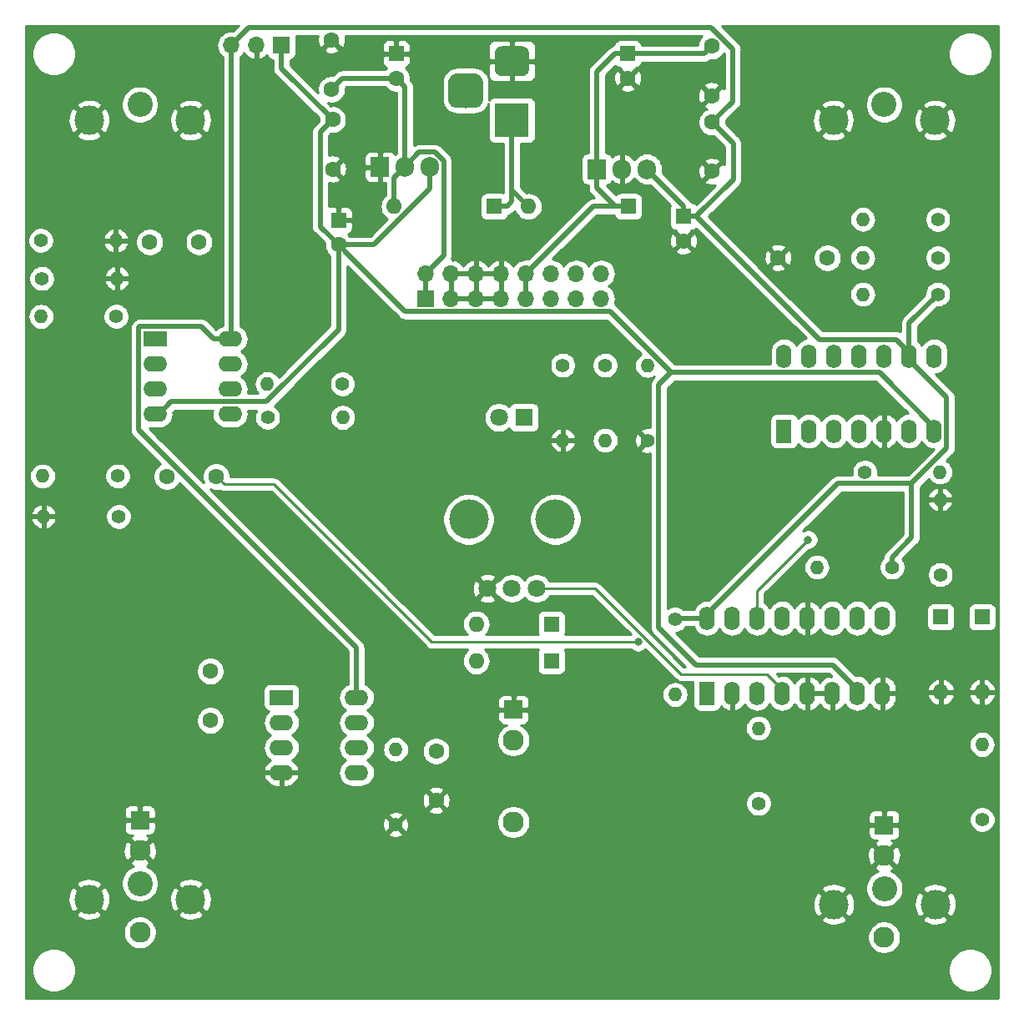
<source format=gbr>
G04 #@! TF.GenerationSoftware,KiCad,Pcbnew,(5.1.4-0-10_14)*
G04 #@! TF.CreationDate,2020-06-13T19:10:01+02:00*
G04 #@! TF.ProjectId,Sync-Ope-proto,53796e63-2d4f-4706-952d-70726f746f2e,0.2*
G04 #@! TF.SameCoordinates,Original*
G04 #@! TF.FileFunction,Copper,L2,Bot*
G04 #@! TF.FilePolarity,Positive*
%FSLAX46Y46*%
G04 Gerber Fmt 4.6, Leading zero omitted, Abs format (unit mm)*
G04 Created by KiCad (PCBNEW (5.1.4-0-10_14)) date 2020-06-13 19:10:01*
%MOMM*%
%LPD*%
G04 APERTURE LIST*
%ADD10C,1.600000*%
%ADD11R,1.600000X1.600000*%
%ADD12R,1.800000X1.800000*%
%ADD13C,1.800000*%
%ADD14O,1.600000X1.600000*%
%ADD15C,3.000000*%
%ADD16C,2.550000*%
%ADD17R,1.700000X1.700000*%
%ADD18O,1.700000X1.700000*%
%ADD19C,2.130000*%
%ADD20R,1.930000X1.830000*%
%ADD21R,3.500000X3.500000*%
%ADD22C,0.100000*%
%ADD23C,3.500000*%
%ADD24O,1.400000X1.400000*%
%ADD25C,1.400000*%
%ADD26C,4.000000*%
%ADD27R,2.400000X1.600000*%
%ADD28O,2.400000X1.600000*%
%ADD29R,1.600000X2.400000*%
%ADD30O,1.600000X2.400000*%
%ADD31O,1.905000X2.000000*%
%ADD32R,1.905000X2.000000*%
%ADD33C,0.800000*%
%ADD34C,0.250000*%
%ADD35C,0.500000*%
%ADD36C,0.254000*%
G04 APERTURE END LIST*
D10*
X118250000Y-72600000D03*
X113250000Y-72600000D03*
X115000000Y-96400000D03*
X120000000Y-96400000D03*
X119400000Y-121150000D03*
X119400000Y-116150000D03*
X142300000Y-124250000D03*
X142300000Y-129250000D03*
X182000000Y-74200000D03*
X177000000Y-74200000D03*
X170250000Y-57750000D03*
X170250000Y-52750000D03*
X170300000Y-60450000D03*
X170300000Y-65450000D03*
X131700000Y-57100000D03*
X131700000Y-52100000D03*
X131800000Y-65200000D03*
X131800000Y-60200000D03*
D11*
X167400000Y-70000000D03*
D10*
X167400000Y-72500000D03*
X132400000Y-72900000D03*
D11*
X132400000Y-70400000D03*
X161750000Y-53500000D03*
D10*
X161750000Y-56000000D03*
X138250000Y-56000000D03*
D11*
X138250000Y-53500000D03*
D12*
X151200000Y-90400000D03*
D13*
X148660000Y-90400000D03*
D14*
X146380000Y-111350000D03*
D11*
X154000000Y-111350000D03*
X154000000Y-115100000D03*
D14*
X146380000Y-115100000D03*
D11*
X161800000Y-69000000D03*
D14*
X151640000Y-69000000D03*
X138040000Y-69000000D03*
D11*
X148200000Y-69000000D03*
X197700000Y-110650000D03*
D14*
X197700000Y-118270000D03*
X193500000Y-118270000D03*
D11*
X193500000Y-110650000D03*
D15*
X107100000Y-60250000D03*
X117400000Y-60250000D03*
D16*
X112250000Y-58650000D03*
D17*
X141250000Y-78350000D03*
D18*
X141250000Y-75810000D03*
X143790000Y-78350000D03*
X143790000Y-75810000D03*
X146330000Y-78350000D03*
X146330000Y-75810000D03*
X148870000Y-78350000D03*
X148870000Y-75810000D03*
X151410000Y-78350000D03*
X151410000Y-75810000D03*
X153950000Y-78350000D03*
X153950000Y-75810000D03*
X156490000Y-78350000D03*
X156490000Y-75810000D03*
X159030000Y-78350000D03*
X159030000Y-75810000D03*
D19*
X112250000Y-134350000D03*
D20*
X112250000Y-131250000D03*
D19*
X112250000Y-142650000D03*
X187750000Y-134850000D03*
D20*
X187750000Y-131750000D03*
D19*
X187750000Y-143150000D03*
X150150000Y-131450000D03*
D20*
X150150000Y-120050000D03*
D19*
X150150000Y-123150000D03*
D16*
X187750000Y-58650000D03*
D15*
X192900000Y-60250000D03*
X182600000Y-60250000D03*
D21*
X150000000Y-60250000D03*
D22*
G36*
X151073513Y-52753611D02*
G01*
X151146318Y-52764411D01*
X151217714Y-52782295D01*
X151287013Y-52807090D01*
X151353548Y-52838559D01*
X151416678Y-52876398D01*
X151475795Y-52920242D01*
X151530330Y-52969670D01*
X151579758Y-53024205D01*
X151623602Y-53083322D01*
X151661441Y-53146452D01*
X151692910Y-53212987D01*
X151717705Y-53282286D01*
X151735589Y-53353682D01*
X151746389Y-53426487D01*
X151750000Y-53500000D01*
X151750000Y-55000000D01*
X151746389Y-55073513D01*
X151735589Y-55146318D01*
X151717705Y-55217714D01*
X151692910Y-55287013D01*
X151661441Y-55353548D01*
X151623602Y-55416678D01*
X151579758Y-55475795D01*
X151530330Y-55530330D01*
X151475795Y-55579758D01*
X151416678Y-55623602D01*
X151353548Y-55661441D01*
X151287013Y-55692910D01*
X151217714Y-55717705D01*
X151146318Y-55735589D01*
X151073513Y-55746389D01*
X151000000Y-55750000D01*
X149000000Y-55750000D01*
X148926487Y-55746389D01*
X148853682Y-55735589D01*
X148782286Y-55717705D01*
X148712987Y-55692910D01*
X148646452Y-55661441D01*
X148583322Y-55623602D01*
X148524205Y-55579758D01*
X148469670Y-55530330D01*
X148420242Y-55475795D01*
X148376398Y-55416678D01*
X148338559Y-55353548D01*
X148307090Y-55287013D01*
X148282295Y-55217714D01*
X148264411Y-55146318D01*
X148253611Y-55073513D01*
X148250000Y-55000000D01*
X148250000Y-53500000D01*
X148253611Y-53426487D01*
X148264411Y-53353682D01*
X148282295Y-53282286D01*
X148307090Y-53212987D01*
X148338559Y-53146452D01*
X148376398Y-53083322D01*
X148420242Y-53024205D01*
X148469670Y-52969670D01*
X148524205Y-52920242D01*
X148583322Y-52876398D01*
X148646452Y-52838559D01*
X148712987Y-52807090D01*
X148782286Y-52782295D01*
X148853682Y-52764411D01*
X148926487Y-52753611D01*
X149000000Y-52750000D01*
X151000000Y-52750000D01*
X151073513Y-52753611D01*
X151073513Y-52753611D01*
G37*
D15*
X150000000Y-54250000D03*
D22*
G36*
X146260765Y-55504213D02*
G01*
X146345704Y-55516813D01*
X146428999Y-55537677D01*
X146509848Y-55566605D01*
X146587472Y-55603319D01*
X146661124Y-55647464D01*
X146730094Y-55698616D01*
X146793718Y-55756282D01*
X146851384Y-55819906D01*
X146902536Y-55888876D01*
X146946681Y-55962528D01*
X146983395Y-56040152D01*
X147012323Y-56121001D01*
X147033187Y-56204296D01*
X147045787Y-56289235D01*
X147050000Y-56375000D01*
X147050000Y-58125000D01*
X147045787Y-58210765D01*
X147033187Y-58295704D01*
X147012323Y-58378999D01*
X146983395Y-58459848D01*
X146946681Y-58537472D01*
X146902536Y-58611124D01*
X146851384Y-58680094D01*
X146793718Y-58743718D01*
X146730094Y-58801384D01*
X146661124Y-58852536D01*
X146587472Y-58896681D01*
X146509848Y-58933395D01*
X146428999Y-58962323D01*
X146345704Y-58983187D01*
X146260765Y-58995787D01*
X146175000Y-59000000D01*
X144425000Y-59000000D01*
X144339235Y-58995787D01*
X144254296Y-58983187D01*
X144171001Y-58962323D01*
X144090152Y-58933395D01*
X144012528Y-58896681D01*
X143938876Y-58852536D01*
X143869906Y-58801384D01*
X143806282Y-58743718D01*
X143748616Y-58680094D01*
X143697464Y-58611124D01*
X143653319Y-58537472D01*
X143616605Y-58459848D01*
X143587677Y-58378999D01*
X143566813Y-58295704D01*
X143554213Y-58210765D01*
X143550000Y-58125000D01*
X143550000Y-56375000D01*
X143554213Y-56289235D01*
X143566813Y-56204296D01*
X143587677Y-56121001D01*
X143616605Y-56040152D01*
X143653319Y-55962528D01*
X143697464Y-55888876D01*
X143748616Y-55819906D01*
X143806282Y-55756282D01*
X143869906Y-55698616D01*
X143938876Y-55647464D01*
X144012528Y-55603319D01*
X144090152Y-55566605D01*
X144171001Y-55537677D01*
X144254296Y-55516813D01*
X144339235Y-55504213D01*
X144425000Y-55500000D01*
X146175000Y-55500000D01*
X146260765Y-55504213D01*
X146260765Y-55504213D01*
G37*
D23*
X145300000Y-57250000D03*
D17*
X126600000Y-52650000D03*
D18*
X124060000Y-52650000D03*
X121520000Y-52650000D03*
D16*
X187800000Y-138200000D03*
D15*
X192950000Y-139800000D03*
X182650000Y-139800000D03*
X107100000Y-139300000D03*
X117400000Y-139300000D03*
D16*
X112250000Y-137700000D03*
D24*
X109820000Y-72450000D03*
D25*
X102200000Y-72450000D03*
X102300000Y-76300000D03*
D24*
X109920000Y-76300000D03*
D25*
X175000000Y-129550000D03*
D24*
X175000000Y-121930000D03*
D25*
X109850000Y-80150000D03*
D24*
X102230000Y-80150000D03*
X155150000Y-92720000D03*
D25*
X155150000Y-85100000D03*
D24*
X125180000Y-87000000D03*
D25*
X132800000Y-87000000D03*
D24*
X102380000Y-96350000D03*
D25*
X110000000Y-96350000D03*
X125200000Y-90400000D03*
D24*
X132820000Y-90400000D03*
X138200000Y-124080000D03*
D25*
X138200000Y-131700000D03*
X110100000Y-100450000D03*
D24*
X102480000Y-100450000D03*
D25*
X159450000Y-85100000D03*
D24*
X159450000Y-92720000D03*
X193450000Y-98730000D03*
D25*
X193450000Y-106350000D03*
D24*
X197700000Y-123580000D03*
D25*
X197700000Y-131200000D03*
D24*
X180930000Y-105600000D03*
D25*
X188550000Y-105600000D03*
X185800000Y-95950000D03*
D24*
X193420000Y-95950000D03*
D25*
X166550000Y-110900000D03*
D24*
X166550000Y-118520000D03*
X185580000Y-74200000D03*
D25*
X193200000Y-74200000D03*
X163750000Y-92750000D03*
D24*
X163750000Y-85130000D03*
X185580000Y-77900000D03*
D25*
X193200000Y-77900000D03*
X193200000Y-70300000D03*
D24*
X185580000Y-70300000D03*
D13*
X147500000Y-107750000D03*
X150000000Y-107750000D03*
X152500000Y-107750000D03*
D26*
X145600000Y-100750000D03*
X154400000Y-100750000D03*
D27*
X113800000Y-82450000D03*
D28*
X121420000Y-90070000D03*
X113800000Y-84990000D03*
X121420000Y-87530000D03*
X113800000Y-87530000D03*
X121420000Y-84990000D03*
X113800000Y-90070000D03*
X121420000Y-82450000D03*
X134220000Y-118800000D03*
X126600000Y-126420000D03*
X134220000Y-121340000D03*
X126600000Y-123880000D03*
X134220000Y-123880000D03*
X126600000Y-121340000D03*
X134220000Y-126420000D03*
D27*
X126600000Y-118800000D03*
D29*
X177600000Y-91800000D03*
D30*
X192840000Y-84180000D03*
X180140000Y-91800000D03*
X190300000Y-84180000D03*
X182680000Y-91800000D03*
X187760000Y-84180000D03*
X185220000Y-91800000D03*
X185220000Y-84180000D03*
X187760000Y-91800000D03*
X182680000Y-84180000D03*
X190300000Y-91800000D03*
X180140000Y-84180000D03*
X192840000Y-91800000D03*
X177600000Y-84180000D03*
D31*
X163680000Y-65200000D03*
X161140000Y-65200000D03*
D32*
X158600000Y-65200000D03*
X136600000Y-65000000D03*
D31*
X139140000Y-65000000D03*
X141680000Y-65000000D03*
D29*
X169800000Y-118400000D03*
D30*
X187580000Y-110780000D03*
X172340000Y-118400000D03*
X185040000Y-110780000D03*
X174880000Y-118400000D03*
X182500000Y-110780000D03*
X177420000Y-118400000D03*
X179960000Y-110780000D03*
X179960000Y-118400000D03*
X177420000Y-110780000D03*
X182500000Y-118400000D03*
X174880000Y-110780000D03*
X185040000Y-118400000D03*
X172340000Y-110780000D03*
X187580000Y-118400000D03*
X169800000Y-110780000D03*
D33*
X162800000Y-113200000D03*
X180050000Y-102800000D03*
D34*
X120799999Y-97199999D02*
X125849999Y-97199999D01*
X120000000Y-96400000D02*
X120799999Y-97199999D01*
X141850000Y-113200000D02*
X162800000Y-113200000D01*
X125849999Y-97199999D02*
X141850000Y-113200000D01*
X174880000Y-107970000D02*
X174880000Y-110780000D01*
X180050000Y-102800000D02*
X174880000Y-107970000D01*
D35*
X158600000Y-66700000D02*
X158600000Y-65200000D01*
X158600000Y-67100000D02*
X158600000Y-66700000D01*
X160500000Y-69000000D02*
X158600000Y-67100000D01*
X161800000Y-69000000D02*
X160500000Y-69000000D01*
X160450000Y-53500000D02*
X161750000Y-53500000D01*
X158600000Y-55350000D02*
X160450000Y-53500000D01*
X158600000Y-65200000D02*
X158600000Y-55350000D01*
X169500000Y-53500000D02*
X170250000Y-52750000D01*
X161750000Y-53500000D02*
X169500000Y-53500000D01*
X158220000Y-69000000D02*
X151410000Y-75810000D01*
X161800000Y-69000000D02*
X158220000Y-69000000D01*
X151410000Y-75810000D02*
X151410000Y-78350000D01*
X167400000Y-68967500D02*
X167400000Y-70000000D01*
X163680000Y-65247500D02*
X167400000Y-68967500D01*
X163680000Y-65200000D02*
X163680000Y-65247500D01*
X172450000Y-66250000D02*
X168700000Y-70000000D01*
X172450000Y-62600000D02*
X172450000Y-66250000D01*
X170300000Y-60450000D02*
X172450000Y-62600000D01*
X170200001Y-50849999D02*
X123320001Y-50849999D01*
X123320001Y-50849999D02*
X122369999Y-51800001D01*
X172400000Y-53049998D02*
X170200001Y-50849999D01*
X172400000Y-58350000D02*
X172400000Y-53049998D01*
X122369999Y-51800001D02*
X121520000Y-52650000D01*
X170300000Y-60450000D02*
X172400000Y-58350000D01*
X121520000Y-82350000D02*
X121420000Y-82450000D01*
X121520000Y-52650000D02*
X121520000Y-82350000D01*
X119720000Y-82450000D02*
X121420000Y-82450000D01*
X118469999Y-81199999D02*
X119720000Y-82450000D01*
X112239999Y-81199999D02*
X118469999Y-81199999D01*
X112149999Y-81289999D02*
X112239999Y-81199999D01*
X112149999Y-91699997D02*
X112149999Y-81289999D01*
X134220000Y-113769998D02*
X112149999Y-91699997D01*
X134220000Y-118800000D02*
X134220000Y-113769998D01*
X181180000Y-82480000D02*
X168700000Y-70000000D01*
X189000000Y-82480000D02*
X181180000Y-82480000D01*
X190300000Y-83780000D02*
X189000000Y-82480000D01*
X190300000Y-84180000D02*
X190300000Y-83780000D01*
X168700000Y-70000000D02*
X167400000Y-70000000D01*
X183079999Y-97100001D02*
X190549999Y-97100001D01*
X169800000Y-110380000D02*
X183079999Y-97100001D01*
X169800000Y-110780000D02*
X169800000Y-110380000D01*
X190300000Y-84580000D02*
X190300000Y-84180000D01*
X194090010Y-88370010D02*
X190300000Y-84580000D01*
X194090010Y-93559990D02*
X194090010Y-88370010D01*
X190549999Y-97100001D02*
X194090010Y-93559990D01*
X188550000Y-104610051D02*
X190549999Y-102610052D01*
X190549999Y-102610052D02*
X190549999Y-97100001D01*
X188550000Y-105600000D02*
X188550000Y-104610051D01*
X190300000Y-80800000D02*
X193200000Y-77900000D01*
X190300000Y-84180000D02*
X190300000Y-80800000D01*
X166670000Y-110780000D02*
X166550000Y-110900000D01*
X169800000Y-110780000D02*
X166670000Y-110780000D01*
X138040000Y-66100000D02*
X139140000Y-65000000D01*
X138040000Y-69000000D02*
X138040000Y-66100000D01*
X139140000Y-56890000D02*
X138250000Y-56000000D01*
X139140000Y-65000000D02*
X139140000Y-56890000D01*
X132800000Y-56000000D02*
X131700000Y-57100000D01*
X138250000Y-56000000D02*
X132800000Y-56000000D01*
X143082510Y-64371562D02*
X143082510Y-73977490D01*
X142099999Y-74960001D02*
X141250000Y-75810000D01*
X143082510Y-73977490D02*
X142099999Y-74960001D01*
X142210948Y-63500000D02*
X143082510Y-64371562D01*
X140592500Y-63500000D02*
X142210948Y-63500000D01*
X139140000Y-64952500D02*
X140592500Y-63500000D01*
X139140000Y-65000000D02*
X139140000Y-64952500D01*
X141250000Y-75810000D02*
X141250000Y-78350000D01*
X133531370Y-72900000D02*
X132400000Y-72900000D01*
X135990002Y-72900000D02*
X133531370Y-72900000D01*
X141680000Y-67210002D02*
X135990002Y-72900000D01*
X141680000Y-65000000D02*
X141680000Y-67210002D01*
X130549999Y-61450001D02*
X131000001Y-60999999D01*
X130549999Y-71049999D02*
X130549999Y-61450001D01*
X131000001Y-60999999D02*
X131800000Y-60200000D01*
X132400000Y-72900000D02*
X130549999Y-71049999D01*
X126600000Y-55000000D02*
X126600000Y-52650000D01*
X131800000Y-60200000D02*
X126600000Y-55000000D01*
X132400000Y-74031370D02*
X132400000Y-72900000D01*
X125062012Y-88819990D02*
X132400000Y-81482002D01*
X132400000Y-81482002D02*
X132400000Y-74031370D01*
X115450010Y-88819990D02*
X125062012Y-88819990D01*
X114200000Y-90070000D02*
X115450010Y-88819990D01*
X113800000Y-90070000D02*
X114200000Y-90070000D01*
X133199999Y-73699999D02*
X132400000Y-72900000D01*
X139150001Y-79650001D02*
X133199999Y-73699999D01*
X159972003Y-79650001D02*
X139150001Y-79650001D01*
X166152012Y-85830010D02*
X159972003Y-79650001D01*
X187270010Y-85830010D02*
X166152012Y-85830010D01*
X192840000Y-91400000D02*
X187270010Y-85830010D01*
X192840000Y-91800000D02*
X192840000Y-91400000D01*
X192840000Y-92200000D02*
X192840000Y-91800000D01*
X185040000Y-118000000D02*
X182540000Y-115500000D01*
X185040000Y-118400000D02*
X185040000Y-118000000D01*
X182540000Y-115500000D02*
X168650000Y-115500000D01*
X164900001Y-87082021D02*
X166152012Y-85830010D01*
X164900001Y-111750001D02*
X164900001Y-87082021D01*
X168650000Y-115500000D02*
X164900001Y-111750001D01*
D34*
X158423002Y-107750000D02*
X152500000Y-107750000D01*
X175870000Y-116450000D02*
X167123002Y-116450000D01*
X167123002Y-116450000D02*
X158423002Y-107750000D01*
X177420000Y-118000000D02*
X175870000Y-116450000D01*
X177420000Y-118400000D02*
X177420000Y-118000000D01*
D35*
X150000000Y-67360000D02*
X151640000Y-69000000D01*
X150000000Y-60250000D02*
X150000000Y-67360000D01*
X150000000Y-68500000D02*
X150000000Y-67360000D01*
X149500000Y-69000000D02*
X150000000Y-68500000D01*
X148200000Y-69000000D02*
X149500000Y-69000000D01*
D36*
G36*
X121774957Y-51143465D02*
G01*
X121774952Y-51143469D01*
X121739033Y-51179388D01*
X121592950Y-51165000D01*
X121447050Y-51165000D01*
X121228889Y-51186487D01*
X120948966Y-51271401D01*
X120690986Y-51409294D01*
X120464866Y-51594866D01*
X120279294Y-51820986D01*
X120141401Y-52078966D01*
X120056487Y-52358889D01*
X120027815Y-52650000D01*
X120056487Y-52941111D01*
X120141401Y-53221034D01*
X120279294Y-53479014D01*
X120464866Y-53705134D01*
X120635000Y-53844759D01*
X120635001Y-81067218D01*
X120468192Y-81117818D01*
X120218899Y-81251068D01*
X120000392Y-81430392D01*
X119978566Y-81456987D01*
X119126533Y-80604955D01*
X119098816Y-80571182D01*
X118964058Y-80460588D01*
X118810312Y-80378410D01*
X118643489Y-80327804D01*
X118513476Y-80314999D01*
X118513468Y-80314999D01*
X118469999Y-80310718D01*
X118426530Y-80314999D01*
X112283464Y-80314999D01*
X112239998Y-80310718D01*
X112196532Y-80314999D01*
X112196522Y-80314999D01*
X112066509Y-80327804D01*
X111899686Y-80378410D01*
X111745940Y-80460588D01*
X111611182Y-80571182D01*
X111583465Y-80604955D01*
X111554951Y-80633469D01*
X111521183Y-80661182D01*
X111493470Y-80694950D01*
X111493467Y-80694953D01*
X111410589Y-80795940D01*
X111328411Y-80949686D01*
X111277804Y-81116509D01*
X111260718Y-81289999D01*
X111265000Y-81333478D01*
X111264999Y-91656528D01*
X111260718Y-91699997D01*
X111264999Y-91743466D01*
X111264999Y-91743473D01*
X111267754Y-91771445D01*
X111277804Y-91873487D01*
X111291107Y-91917340D01*
X111328410Y-92040309D01*
X111410588Y-92194055D01*
X111521182Y-92328814D01*
X111554955Y-92356531D01*
X114324849Y-95126425D01*
X114320273Y-95128320D01*
X114085241Y-95285363D01*
X113885363Y-95485241D01*
X113728320Y-95720273D01*
X113620147Y-95981426D01*
X113565000Y-96258665D01*
X113565000Y-96541335D01*
X113620147Y-96818574D01*
X113728320Y-97079727D01*
X113885363Y-97314759D01*
X114085241Y-97514637D01*
X114320273Y-97671680D01*
X114581426Y-97779853D01*
X114858665Y-97835000D01*
X115141335Y-97835000D01*
X115418574Y-97779853D01*
X115679727Y-97671680D01*
X115914759Y-97514637D01*
X116114637Y-97314759D01*
X116271680Y-97079727D01*
X116273575Y-97075151D01*
X133335001Y-114136578D01*
X133335000Y-117447552D01*
X133268192Y-117467818D01*
X133018899Y-117601068D01*
X132800392Y-117780392D01*
X132621068Y-117998899D01*
X132487818Y-118248192D01*
X132405764Y-118518691D01*
X132378057Y-118800000D01*
X132405764Y-119081309D01*
X132487818Y-119351808D01*
X132621068Y-119601101D01*
X132800392Y-119819608D01*
X133018899Y-119998932D01*
X133151858Y-120070000D01*
X133018899Y-120141068D01*
X132800392Y-120320392D01*
X132621068Y-120538899D01*
X132487818Y-120788192D01*
X132405764Y-121058691D01*
X132378057Y-121340000D01*
X132405764Y-121621309D01*
X132487818Y-121891808D01*
X132621068Y-122141101D01*
X132800392Y-122359608D01*
X133018899Y-122538932D01*
X133151858Y-122610000D01*
X133018899Y-122681068D01*
X132800392Y-122860392D01*
X132621068Y-123078899D01*
X132487818Y-123328192D01*
X132405764Y-123598691D01*
X132378057Y-123880000D01*
X132405764Y-124161309D01*
X132487818Y-124431808D01*
X132621068Y-124681101D01*
X132800392Y-124899608D01*
X133018899Y-125078932D01*
X133151858Y-125150000D01*
X133018899Y-125221068D01*
X132800392Y-125400392D01*
X132621068Y-125618899D01*
X132487818Y-125868192D01*
X132405764Y-126138691D01*
X132378057Y-126420000D01*
X132405764Y-126701309D01*
X132487818Y-126971808D01*
X132621068Y-127221101D01*
X132800392Y-127439608D01*
X133018899Y-127618932D01*
X133268192Y-127752182D01*
X133538691Y-127834236D01*
X133749508Y-127855000D01*
X134690492Y-127855000D01*
X134901309Y-127834236D01*
X135171808Y-127752182D01*
X135421101Y-127618932D01*
X135639608Y-127439608D01*
X135818932Y-127221101D01*
X135952182Y-126971808D01*
X136034236Y-126701309D01*
X136061943Y-126420000D01*
X136034236Y-126138691D01*
X135952182Y-125868192D01*
X135818932Y-125618899D01*
X135639608Y-125400392D01*
X135421101Y-125221068D01*
X135288142Y-125150000D01*
X135421101Y-125078932D01*
X135639608Y-124899608D01*
X135818932Y-124681101D01*
X135952182Y-124431808D01*
X136034236Y-124161309D01*
X136042244Y-124080000D01*
X136858541Y-124080000D01*
X136884317Y-124341706D01*
X136960653Y-124593354D01*
X137084618Y-124825275D01*
X137251445Y-125028555D01*
X137454725Y-125195382D01*
X137686646Y-125319347D01*
X137938294Y-125395683D01*
X138134421Y-125415000D01*
X138265579Y-125415000D01*
X138461706Y-125395683D01*
X138713354Y-125319347D01*
X138945275Y-125195382D01*
X139148555Y-125028555D01*
X139315382Y-124825275D01*
X139439347Y-124593354D01*
X139515683Y-124341706D01*
X139538635Y-124108665D01*
X140865000Y-124108665D01*
X140865000Y-124391335D01*
X140920147Y-124668574D01*
X141028320Y-124929727D01*
X141185363Y-125164759D01*
X141385241Y-125364637D01*
X141620273Y-125521680D01*
X141881426Y-125629853D01*
X142158665Y-125685000D01*
X142441335Y-125685000D01*
X142718574Y-125629853D01*
X142979727Y-125521680D01*
X143214759Y-125364637D01*
X143414637Y-125164759D01*
X143571680Y-124929727D01*
X143679853Y-124668574D01*
X143735000Y-124391335D01*
X143735000Y-124108665D01*
X143679853Y-123831426D01*
X143571680Y-123570273D01*
X143414637Y-123335241D01*
X143214759Y-123135363D01*
X142986081Y-122982565D01*
X148450000Y-122982565D01*
X148450000Y-123317435D01*
X148515330Y-123645872D01*
X148643479Y-123955252D01*
X148829523Y-124233687D01*
X149066313Y-124470477D01*
X149344748Y-124656521D01*
X149654128Y-124784670D01*
X149982565Y-124850000D01*
X150317435Y-124850000D01*
X150645872Y-124784670D01*
X150955252Y-124656521D01*
X151233687Y-124470477D01*
X151470477Y-124233687D01*
X151656521Y-123955252D01*
X151784670Y-123645872D01*
X151797772Y-123580000D01*
X196358541Y-123580000D01*
X196384317Y-123841706D01*
X196460653Y-124093354D01*
X196584618Y-124325275D01*
X196751445Y-124528555D01*
X196954725Y-124695382D01*
X197186646Y-124819347D01*
X197438294Y-124895683D01*
X197634421Y-124915000D01*
X197765579Y-124915000D01*
X197961706Y-124895683D01*
X198213354Y-124819347D01*
X198445275Y-124695382D01*
X198648555Y-124528555D01*
X198815382Y-124325275D01*
X198939347Y-124093354D01*
X199015683Y-123841706D01*
X199041459Y-123580000D01*
X199015683Y-123318294D01*
X198939347Y-123066646D01*
X198815382Y-122834725D01*
X198648555Y-122631445D01*
X198445275Y-122464618D01*
X198213354Y-122340653D01*
X197961706Y-122264317D01*
X197765579Y-122245000D01*
X197634421Y-122245000D01*
X197438294Y-122264317D01*
X197186646Y-122340653D01*
X196954725Y-122464618D01*
X196751445Y-122631445D01*
X196584618Y-122834725D01*
X196460653Y-123066646D01*
X196384317Y-123318294D01*
X196358541Y-123580000D01*
X151797772Y-123580000D01*
X151850000Y-123317435D01*
X151850000Y-122982565D01*
X151784670Y-122654128D01*
X151656521Y-122344748D01*
X151470477Y-122066313D01*
X151334164Y-121930000D01*
X173658541Y-121930000D01*
X173684317Y-122191706D01*
X173760653Y-122443354D01*
X173884618Y-122675275D01*
X174051445Y-122878555D01*
X174254725Y-123045382D01*
X174486646Y-123169347D01*
X174738294Y-123245683D01*
X174934421Y-123265000D01*
X175065579Y-123265000D01*
X175261706Y-123245683D01*
X175513354Y-123169347D01*
X175745275Y-123045382D01*
X175948555Y-122878555D01*
X176115382Y-122675275D01*
X176239347Y-122443354D01*
X176315683Y-122191706D01*
X176341459Y-121930000D01*
X176315683Y-121668294D01*
X176239347Y-121416646D01*
X176115382Y-121184725D01*
X175948555Y-120981445D01*
X175745275Y-120814618D01*
X175513354Y-120690653D01*
X175261706Y-120614317D01*
X175065579Y-120595000D01*
X174934421Y-120595000D01*
X174738294Y-120614317D01*
X174486646Y-120690653D01*
X174254725Y-120814618D01*
X174051445Y-120981445D01*
X173884618Y-121184725D01*
X173760653Y-121416646D01*
X173684317Y-121668294D01*
X173658541Y-121930000D01*
X151334164Y-121930000D01*
X151233687Y-121829523D01*
X150955252Y-121643479D01*
X150854860Y-121601895D01*
X151115000Y-121603072D01*
X151239482Y-121590812D01*
X151359180Y-121554502D01*
X151469494Y-121495537D01*
X151566185Y-121416185D01*
X151645537Y-121319494D01*
X151704502Y-121209180D01*
X151740812Y-121089482D01*
X151753072Y-120965000D01*
X151750000Y-120335750D01*
X151591250Y-120177000D01*
X150277000Y-120177000D01*
X150277000Y-120197000D01*
X150023000Y-120197000D01*
X150023000Y-120177000D01*
X148708750Y-120177000D01*
X148550000Y-120335750D01*
X148546928Y-120965000D01*
X148559188Y-121089482D01*
X148595498Y-121209180D01*
X148654463Y-121319494D01*
X148733815Y-121416185D01*
X148830506Y-121495537D01*
X148940820Y-121554502D01*
X149060518Y-121590812D01*
X149185000Y-121603072D01*
X149445140Y-121601895D01*
X149344748Y-121643479D01*
X149066313Y-121829523D01*
X148829523Y-122066313D01*
X148643479Y-122344748D01*
X148515330Y-122654128D01*
X148450000Y-122982565D01*
X142986081Y-122982565D01*
X142979727Y-122978320D01*
X142718574Y-122870147D01*
X142441335Y-122815000D01*
X142158665Y-122815000D01*
X141881426Y-122870147D01*
X141620273Y-122978320D01*
X141385241Y-123135363D01*
X141185363Y-123335241D01*
X141028320Y-123570273D01*
X140920147Y-123831426D01*
X140865000Y-124108665D01*
X139538635Y-124108665D01*
X139541459Y-124080000D01*
X139515683Y-123818294D01*
X139439347Y-123566646D01*
X139315382Y-123334725D01*
X139148555Y-123131445D01*
X138945275Y-122964618D01*
X138713354Y-122840653D01*
X138461706Y-122764317D01*
X138265579Y-122745000D01*
X138134421Y-122745000D01*
X137938294Y-122764317D01*
X137686646Y-122840653D01*
X137454725Y-122964618D01*
X137251445Y-123131445D01*
X137084618Y-123334725D01*
X136960653Y-123566646D01*
X136884317Y-123818294D01*
X136858541Y-124080000D01*
X136042244Y-124080000D01*
X136061943Y-123880000D01*
X136034236Y-123598691D01*
X135952182Y-123328192D01*
X135818932Y-123078899D01*
X135639608Y-122860392D01*
X135421101Y-122681068D01*
X135288142Y-122610000D01*
X135421101Y-122538932D01*
X135639608Y-122359608D01*
X135818932Y-122141101D01*
X135952182Y-121891808D01*
X136034236Y-121621309D01*
X136061943Y-121340000D01*
X136034236Y-121058691D01*
X135952182Y-120788192D01*
X135818932Y-120538899D01*
X135639608Y-120320392D01*
X135421101Y-120141068D01*
X135288142Y-120070000D01*
X135421101Y-119998932D01*
X135639608Y-119819608D01*
X135818932Y-119601101D01*
X135952182Y-119351808D01*
X136017949Y-119135000D01*
X148546928Y-119135000D01*
X148550000Y-119764250D01*
X148708750Y-119923000D01*
X150023000Y-119923000D01*
X150023000Y-118658750D01*
X150277000Y-118658750D01*
X150277000Y-119923000D01*
X151591250Y-119923000D01*
X151750000Y-119764250D01*
X151753072Y-119135000D01*
X151740812Y-119010518D01*
X151704502Y-118890820D01*
X151645537Y-118780506D01*
X151566185Y-118683815D01*
X151469494Y-118604463D01*
X151359180Y-118545498D01*
X151275125Y-118520000D01*
X165208541Y-118520000D01*
X165234317Y-118781706D01*
X165310653Y-119033354D01*
X165434618Y-119265275D01*
X165601445Y-119468555D01*
X165804725Y-119635382D01*
X166036646Y-119759347D01*
X166288294Y-119835683D01*
X166484421Y-119855000D01*
X166615579Y-119855000D01*
X166811706Y-119835683D01*
X167063354Y-119759347D01*
X167295275Y-119635382D01*
X167498555Y-119468555D01*
X167665382Y-119265275D01*
X167789347Y-119033354D01*
X167865683Y-118781706D01*
X167891459Y-118520000D01*
X167865683Y-118258294D01*
X167789347Y-118006646D01*
X167665382Y-117774725D01*
X167498555Y-117571445D01*
X167295275Y-117404618D01*
X167063354Y-117280653D01*
X166811706Y-117204317D01*
X166615579Y-117185000D01*
X166484421Y-117185000D01*
X166288294Y-117204317D01*
X166036646Y-117280653D01*
X165804725Y-117404618D01*
X165601445Y-117571445D01*
X165434618Y-117774725D01*
X165310653Y-118006646D01*
X165234317Y-118258294D01*
X165208541Y-118520000D01*
X151275125Y-118520000D01*
X151239482Y-118509188D01*
X151115000Y-118496928D01*
X150435750Y-118500000D01*
X150277000Y-118658750D01*
X150023000Y-118658750D01*
X149864250Y-118500000D01*
X149185000Y-118496928D01*
X149060518Y-118509188D01*
X148940820Y-118545498D01*
X148830506Y-118604463D01*
X148733815Y-118683815D01*
X148654463Y-118780506D01*
X148595498Y-118890820D01*
X148559188Y-119010518D01*
X148546928Y-119135000D01*
X136017949Y-119135000D01*
X136034236Y-119081309D01*
X136061943Y-118800000D01*
X136034236Y-118518691D01*
X135952182Y-118248192D01*
X135818932Y-117998899D01*
X135639608Y-117780392D01*
X135421101Y-117601068D01*
X135171808Y-117467818D01*
X135105000Y-117447552D01*
X135105000Y-113813467D01*
X135109281Y-113769998D01*
X135105000Y-113726529D01*
X135105000Y-113726521D01*
X135092195Y-113596508D01*
X135041589Y-113429685D01*
X134959411Y-113275939D01*
X134848817Y-113141181D01*
X134815049Y-113113468D01*
X119410728Y-97709148D01*
X119581426Y-97779853D01*
X119858665Y-97835000D01*
X120141335Y-97835000D01*
X120330022Y-97797467D01*
X120359684Y-97821810D01*
X120375723Y-97834973D01*
X120507752Y-97905545D01*
X120651013Y-97949002D01*
X120762666Y-97959999D01*
X120762675Y-97959999D01*
X120799998Y-97963675D01*
X120837321Y-97959999D01*
X125535198Y-97959999D01*
X141286205Y-113711008D01*
X141309999Y-113740001D01*
X141338992Y-113763795D01*
X141338996Y-113763799D01*
X141346550Y-113769998D01*
X141425724Y-113834974D01*
X141557753Y-113905546D01*
X141701014Y-113949003D01*
X141812667Y-113960000D01*
X141812676Y-113960000D01*
X141849999Y-113963676D01*
X141887322Y-113960000D01*
X145507090Y-113960000D01*
X145360392Y-114080392D01*
X145181068Y-114298899D01*
X145047818Y-114548192D01*
X144965764Y-114818691D01*
X144938057Y-115100000D01*
X144965764Y-115381309D01*
X145047818Y-115651808D01*
X145181068Y-115901101D01*
X145360392Y-116119608D01*
X145578899Y-116298932D01*
X145828192Y-116432182D01*
X146098691Y-116514236D01*
X146309508Y-116535000D01*
X146450492Y-116535000D01*
X146661309Y-116514236D01*
X146931808Y-116432182D01*
X147181101Y-116298932D01*
X147399608Y-116119608D01*
X147578932Y-115901101D01*
X147712182Y-115651808D01*
X147794236Y-115381309D01*
X147821943Y-115100000D01*
X147794236Y-114818691D01*
X147712182Y-114548192D01*
X147578932Y-114298899D01*
X147399608Y-114080392D01*
X147252910Y-113960000D01*
X152661716Y-113960000D01*
X152610498Y-114055820D01*
X152574188Y-114175518D01*
X152561928Y-114300000D01*
X152561928Y-115900000D01*
X152574188Y-116024482D01*
X152610498Y-116144180D01*
X152669463Y-116254494D01*
X152748815Y-116351185D01*
X152845506Y-116430537D01*
X152955820Y-116489502D01*
X153075518Y-116525812D01*
X153200000Y-116538072D01*
X154800000Y-116538072D01*
X154924482Y-116525812D01*
X155044180Y-116489502D01*
X155154494Y-116430537D01*
X155251185Y-116351185D01*
X155330537Y-116254494D01*
X155389502Y-116144180D01*
X155425812Y-116024482D01*
X155438072Y-115900000D01*
X155438072Y-114300000D01*
X155425812Y-114175518D01*
X155389502Y-114055820D01*
X155338284Y-113960000D01*
X162096289Y-113960000D01*
X162140226Y-114003937D01*
X162309744Y-114117205D01*
X162498102Y-114195226D01*
X162698061Y-114235000D01*
X162901939Y-114235000D01*
X163101898Y-114195226D01*
X163290256Y-114117205D01*
X163459774Y-114003937D01*
X163530956Y-113932755D01*
X166559202Y-116961002D01*
X166583001Y-116990001D01*
X166611999Y-117013799D01*
X166698725Y-117084974D01*
X166778856Y-117127805D01*
X166830755Y-117155546D01*
X166974016Y-117199003D01*
X167085669Y-117210000D01*
X167085679Y-117210000D01*
X167123002Y-117213676D01*
X167160324Y-117210000D01*
X168361928Y-117210000D01*
X168361928Y-119600000D01*
X168374188Y-119724482D01*
X168410498Y-119844180D01*
X168469463Y-119954494D01*
X168548815Y-120051185D01*
X168645506Y-120130537D01*
X168755820Y-120189502D01*
X168875518Y-120225812D01*
X169000000Y-120238072D01*
X170600000Y-120238072D01*
X170724482Y-120225812D01*
X170844180Y-120189502D01*
X170954494Y-120130537D01*
X171051185Y-120051185D01*
X171130537Y-119954494D01*
X171189502Y-119844180D01*
X171225812Y-119724482D01*
X171226981Y-119712613D01*
X171415105Y-119904500D01*
X171648354Y-120063715D01*
X171908182Y-120174367D01*
X171990961Y-120191904D01*
X172213000Y-120069915D01*
X172213000Y-118527000D01*
X172193000Y-118527000D01*
X172193000Y-118273000D01*
X172213000Y-118273000D01*
X172213000Y-118253000D01*
X172467000Y-118253000D01*
X172467000Y-118273000D01*
X172487000Y-118273000D01*
X172487000Y-118527000D01*
X172467000Y-118527000D01*
X172467000Y-120069915D01*
X172689039Y-120191904D01*
X172771818Y-120174367D01*
X173031646Y-120063715D01*
X173264895Y-119904500D01*
X173462601Y-119702839D01*
X173612735Y-119473259D01*
X173681068Y-119601101D01*
X173860393Y-119819608D01*
X174078900Y-119998932D01*
X174328193Y-120132182D01*
X174598692Y-120214236D01*
X174880000Y-120241943D01*
X175161309Y-120214236D01*
X175431808Y-120132182D01*
X175681101Y-119998932D01*
X175899608Y-119819608D01*
X176078932Y-119601101D01*
X176150000Y-119468142D01*
X176221068Y-119601101D01*
X176400393Y-119819608D01*
X176618900Y-119998932D01*
X176868193Y-120132182D01*
X177138692Y-120214236D01*
X177420000Y-120241943D01*
X177701309Y-120214236D01*
X177971808Y-120132182D01*
X178221101Y-119998932D01*
X178439608Y-119819608D01*
X178618932Y-119601101D01*
X178687265Y-119473259D01*
X178837399Y-119702839D01*
X179035105Y-119904500D01*
X179268354Y-120063715D01*
X179528182Y-120174367D01*
X179610961Y-120191904D01*
X179833000Y-120069915D01*
X179833000Y-118527000D01*
X180087000Y-118527000D01*
X180087000Y-120069915D01*
X180309039Y-120191904D01*
X180391818Y-120174367D01*
X180651646Y-120063715D01*
X180884895Y-119904500D01*
X181082601Y-119702839D01*
X181230000Y-119477441D01*
X181377399Y-119702839D01*
X181575105Y-119904500D01*
X181808354Y-120063715D01*
X182068182Y-120174367D01*
X182150961Y-120191904D01*
X182373000Y-120069915D01*
X182373000Y-118527000D01*
X180087000Y-118527000D01*
X179833000Y-118527000D01*
X179813000Y-118527000D01*
X179813000Y-118273000D01*
X179833000Y-118273000D01*
X179833000Y-116730085D01*
X179610961Y-116608096D01*
X179528182Y-116625633D01*
X179268354Y-116736285D01*
X179035105Y-116895500D01*
X178837399Y-117097161D01*
X178687265Y-117326741D01*
X178618932Y-117198899D01*
X178439607Y-116980392D01*
X178221100Y-116801068D01*
X177971807Y-116667818D01*
X177701308Y-116585764D01*
X177420000Y-116558057D01*
X177138691Y-116585764D01*
X177094094Y-116599292D01*
X176879801Y-116385000D01*
X182173422Y-116385000D01*
X182372998Y-116584576D01*
X182372998Y-116730084D01*
X182150961Y-116608096D01*
X182068182Y-116625633D01*
X181808354Y-116736285D01*
X181575105Y-116895500D01*
X181377399Y-117097161D01*
X181230000Y-117322559D01*
X181082601Y-117097161D01*
X180884895Y-116895500D01*
X180651646Y-116736285D01*
X180391818Y-116625633D01*
X180309039Y-116608096D01*
X180087000Y-116730085D01*
X180087000Y-118273000D01*
X182373000Y-118273000D01*
X182373000Y-118253000D01*
X182627000Y-118253000D01*
X182627000Y-118273000D01*
X182647000Y-118273000D01*
X182647000Y-118527000D01*
X182627000Y-118527000D01*
X182627000Y-120069915D01*
X182849039Y-120191904D01*
X182931818Y-120174367D01*
X183191646Y-120063715D01*
X183424895Y-119904500D01*
X183622601Y-119702839D01*
X183772735Y-119473259D01*
X183841068Y-119601101D01*
X184020393Y-119819608D01*
X184238900Y-119998932D01*
X184488193Y-120132182D01*
X184758692Y-120214236D01*
X185040000Y-120241943D01*
X185321309Y-120214236D01*
X185591808Y-120132182D01*
X185841101Y-119998932D01*
X186059608Y-119819608D01*
X186238932Y-119601101D01*
X186307265Y-119473259D01*
X186457399Y-119702839D01*
X186655105Y-119904500D01*
X186888354Y-120063715D01*
X187148182Y-120174367D01*
X187230961Y-120191904D01*
X187453000Y-120069915D01*
X187453000Y-118527000D01*
X187707000Y-118527000D01*
X187707000Y-120069915D01*
X187929039Y-120191904D01*
X188011818Y-120174367D01*
X188271646Y-120063715D01*
X188504895Y-119904500D01*
X188702601Y-119702839D01*
X188857166Y-119466483D01*
X188962650Y-119204514D01*
X189015000Y-118927000D01*
X189015000Y-118619040D01*
X192108091Y-118619040D01*
X192202930Y-118883881D01*
X192347615Y-119125131D01*
X192536586Y-119333519D01*
X192762580Y-119501037D01*
X193016913Y-119621246D01*
X193150961Y-119661904D01*
X193373000Y-119539915D01*
X193373000Y-118397000D01*
X193627000Y-118397000D01*
X193627000Y-119539915D01*
X193849039Y-119661904D01*
X193983087Y-119621246D01*
X194237420Y-119501037D01*
X194463414Y-119333519D01*
X194652385Y-119125131D01*
X194797070Y-118883881D01*
X194891909Y-118619040D01*
X196308091Y-118619040D01*
X196402930Y-118883881D01*
X196547615Y-119125131D01*
X196736586Y-119333519D01*
X196962580Y-119501037D01*
X197216913Y-119621246D01*
X197350961Y-119661904D01*
X197573000Y-119539915D01*
X197573000Y-118397000D01*
X197827000Y-118397000D01*
X197827000Y-119539915D01*
X198049039Y-119661904D01*
X198183087Y-119621246D01*
X198437420Y-119501037D01*
X198663414Y-119333519D01*
X198852385Y-119125131D01*
X198997070Y-118883881D01*
X199091909Y-118619040D01*
X198970624Y-118397000D01*
X197827000Y-118397000D01*
X197573000Y-118397000D01*
X196429376Y-118397000D01*
X196308091Y-118619040D01*
X194891909Y-118619040D01*
X194770624Y-118397000D01*
X193627000Y-118397000D01*
X193373000Y-118397000D01*
X192229376Y-118397000D01*
X192108091Y-118619040D01*
X189015000Y-118619040D01*
X189015000Y-118527000D01*
X187707000Y-118527000D01*
X187453000Y-118527000D01*
X187433000Y-118527000D01*
X187433000Y-118273000D01*
X187453000Y-118273000D01*
X187453000Y-116730085D01*
X187707000Y-116730085D01*
X187707000Y-118273000D01*
X189015000Y-118273000D01*
X189015000Y-117920960D01*
X192108091Y-117920960D01*
X192229376Y-118143000D01*
X193373000Y-118143000D01*
X193373000Y-117000085D01*
X193627000Y-117000085D01*
X193627000Y-118143000D01*
X194770624Y-118143000D01*
X194891909Y-117920960D01*
X196308091Y-117920960D01*
X196429376Y-118143000D01*
X197573000Y-118143000D01*
X197573000Y-117000085D01*
X197827000Y-117000085D01*
X197827000Y-118143000D01*
X198970624Y-118143000D01*
X199091909Y-117920960D01*
X198997070Y-117656119D01*
X198852385Y-117414869D01*
X198663414Y-117206481D01*
X198437420Y-117038963D01*
X198183087Y-116918754D01*
X198049039Y-116878096D01*
X197827000Y-117000085D01*
X197573000Y-117000085D01*
X197350961Y-116878096D01*
X197216913Y-116918754D01*
X196962580Y-117038963D01*
X196736586Y-117206481D01*
X196547615Y-117414869D01*
X196402930Y-117656119D01*
X196308091Y-117920960D01*
X194891909Y-117920960D01*
X194797070Y-117656119D01*
X194652385Y-117414869D01*
X194463414Y-117206481D01*
X194237420Y-117038963D01*
X193983087Y-116918754D01*
X193849039Y-116878096D01*
X193627000Y-117000085D01*
X193373000Y-117000085D01*
X193150961Y-116878096D01*
X193016913Y-116918754D01*
X192762580Y-117038963D01*
X192536586Y-117206481D01*
X192347615Y-117414869D01*
X192202930Y-117656119D01*
X192108091Y-117920960D01*
X189015000Y-117920960D01*
X189015000Y-117873000D01*
X188962650Y-117595486D01*
X188857166Y-117333517D01*
X188702601Y-117097161D01*
X188504895Y-116895500D01*
X188271646Y-116736285D01*
X188011818Y-116625633D01*
X187929039Y-116608096D01*
X187707000Y-116730085D01*
X187453000Y-116730085D01*
X187230961Y-116608096D01*
X187148182Y-116625633D01*
X186888354Y-116736285D01*
X186655105Y-116895500D01*
X186457399Y-117097161D01*
X186307265Y-117326741D01*
X186238932Y-117198899D01*
X186059607Y-116980392D01*
X185841100Y-116801068D01*
X185591807Y-116667818D01*
X185321308Y-116585764D01*
X185040000Y-116558057D01*
X184866704Y-116575125D01*
X183196534Y-114904956D01*
X183168817Y-114871183D01*
X183034059Y-114760589D01*
X182880313Y-114678411D01*
X182713490Y-114627805D01*
X182583477Y-114615000D01*
X182583469Y-114615000D01*
X182540000Y-114610719D01*
X182496531Y-114615000D01*
X169016579Y-114615000D01*
X166636578Y-112235000D01*
X166681486Y-112235000D01*
X166939405Y-112183696D01*
X167182359Y-112083061D01*
X167401013Y-111936962D01*
X167586962Y-111751013D01*
X167644434Y-111665000D01*
X168447552Y-111665000D01*
X168467818Y-111731808D01*
X168601068Y-111981101D01*
X168780393Y-112199608D01*
X168998900Y-112378932D01*
X169248193Y-112512182D01*
X169518692Y-112594236D01*
X169800000Y-112621943D01*
X170081309Y-112594236D01*
X170351808Y-112512182D01*
X170601101Y-112378932D01*
X170819608Y-112199608D01*
X170998932Y-111981101D01*
X171070000Y-111848142D01*
X171141068Y-111981101D01*
X171320393Y-112199608D01*
X171538900Y-112378932D01*
X171788193Y-112512182D01*
X172058692Y-112594236D01*
X172340000Y-112621943D01*
X172621309Y-112594236D01*
X172891808Y-112512182D01*
X173141101Y-112378932D01*
X173359608Y-112199608D01*
X173538932Y-111981101D01*
X173610000Y-111848142D01*
X173681068Y-111981101D01*
X173860393Y-112199608D01*
X174078900Y-112378932D01*
X174328193Y-112512182D01*
X174598692Y-112594236D01*
X174880000Y-112621943D01*
X175161309Y-112594236D01*
X175431808Y-112512182D01*
X175681101Y-112378932D01*
X175899608Y-112199608D01*
X176078932Y-111981101D01*
X176150000Y-111848142D01*
X176221068Y-111981101D01*
X176400393Y-112199608D01*
X176618900Y-112378932D01*
X176868193Y-112512182D01*
X177138692Y-112594236D01*
X177420000Y-112621943D01*
X177701309Y-112594236D01*
X177971808Y-112512182D01*
X178221101Y-112378932D01*
X178439608Y-112199608D01*
X178618932Y-111981101D01*
X178687265Y-111853259D01*
X178837399Y-112082839D01*
X179035105Y-112284500D01*
X179268354Y-112443715D01*
X179528182Y-112554367D01*
X179610961Y-112571904D01*
X179833000Y-112449915D01*
X179833000Y-110907000D01*
X179813000Y-110907000D01*
X179813000Y-110653000D01*
X179833000Y-110653000D01*
X179833000Y-109110085D01*
X180087000Y-109110085D01*
X180087000Y-110653000D01*
X180107000Y-110653000D01*
X180107000Y-110907000D01*
X180087000Y-110907000D01*
X180087000Y-112449915D01*
X180309039Y-112571904D01*
X180391818Y-112554367D01*
X180651646Y-112443715D01*
X180884895Y-112284500D01*
X181082601Y-112082839D01*
X181232735Y-111853259D01*
X181301068Y-111981101D01*
X181480393Y-112199608D01*
X181698900Y-112378932D01*
X181948193Y-112512182D01*
X182218692Y-112594236D01*
X182500000Y-112621943D01*
X182781309Y-112594236D01*
X183051808Y-112512182D01*
X183301101Y-112378932D01*
X183519608Y-112199608D01*
X183698932Y-111981101D01*
X183770000Y-111848142D01*
X183841068Y-111981101D01*
X184020393Y-112199608D01*
X184238900Y-112378932D01*
X184488193Y-112512182D01*
X184758692Y-112594236D01*
X185040000Y-112621943D01*
X185321309Y-112594236D01*
X185591808Y-112512182D01*
X185841101Y-112378932D01*
X186059608Y-112199608D01*
X186238932Y-111981101D01*
X186310000Y-111848142D01*
X186381068Y-111981101D01*
X186560393Y-112199608D01*
X186778900Y-112378932D01*
X187028193Y-112512182D01*
X187298692Y-112594236D01*
X187580000Y-112621943D01*
X187861309Y-112594236D01*
X188131808Y-112512182D01*
X188381101Y-112378932D01*
X188599608Y-112199608D01*
X188778932Y-111981101D01*
X188912182Y-111731808D01*
X188994236Y-111461309D01*
X189015000Y-111250491D01*
X189015000Y-110309508D01*
X188994236Y-110098691D01*
X188918798Y-109850000D01*
X192061928Y-109850000D01*
X192061928Y-111450000D01*
X192074188Y-111574482D01*
X192110498Y-111694180D01*
X192169463Y-111804494D01*
X192248815Y-111901185D01*
X192345506Y-111980537D01*
X192455820Y-112039502D01*
X192575518Y-112075812D01*
X192700000Y-112088072D01*
X194300000Y-112088072D01*
X194424482Y-112075812D01*
X194544180Y-112039502D01*
X194654494Y-111980537D01*
X194751185Y-111901185D01*
X194830537Y-111804494D01*
X194889502Y-111694180D01*
X194925812Y-111574482D01*
X194938072Y-111450000D01*
X194938072Y-109850000D01*
X196261928Y-109850000D01*
X196261928Y-111450000D01*
X196274188Y-111574482D01*
X196310498Y-111694180D01*
X196369463Y-111804494D01*
X196448815Y-111901185D01*
X196545506Y-111980537D01*
X196655820Y-112039502D01*
X196775518Y-112075812D01*
X196900000Y-112088072D01*
X198500000Y-112088072D01*
X198624482Y-112075812D01*
X198744180Y-112039502D01*
X198854494Y-111980537D01*
X198951185Y-111901185D01*
X199030537Y-111804494D01*
X199089502Y-111694180D01*
X199125812Y-111574482D01*
X199138072Y-111450000D01*
X199138072Y-109850000D01*
X199125812Y-109725518D01*
X199089502Y-109605820D01*
X199030537Y-109495506D01*
X198951185Y-109398815D01*
X198854494Y-109319463D01*
X198744180Y-109260498D01*
X198624482Y-109224188D01*
X198500000Y-109211928D01*
X196900000Y-109211928D01*
X196775518Y-109224188D01*
X196655820Y-109260498D01*
X196545506Y-109319463D01*
X196448815Y-109398815D01*
X196369463Y-109495506D01*
X196310498Y-109605820D01*
X196274188Y-109725518D01*
X196261928Y-109850000D01*
X194938072Y-109850000D01*
X194925812Y-109725518D01*
X194889502Y-109605820D01*
X194830537Y-109495506D01*
X194751185Y-109398815D01*
X194654494Y-109319463D01*
X194544180Y-109260498D01*
X194424482Y-109224188D01*
X194300000Y-109211928D01*
X192700000Y-109211928D01*
X192575518Y-109224188D01*
X192455820Y-109260498D01*
X192345506Y-109319463D01*
X192248815Y-109398815D01*
X192169463Y-109495506D01*
X192110498Y-109605820D01*
X192074188Y-109725518D01*
X192061928Y-109850000D01*
X188918798Y-109850000D01*
X188912182Y-109828192D01*
X188778932Y-109578899D01*
X188599607Y-109360392D01*
X188381100Y-109181068D01*
X188131807Y-109047818D01*
X187861308Y-108965764D01*
X187580000Y-108938057D01*
X187298691Y-108965764D01*
X187028192Y-109047818D01*
X186778899Y-109181068D01*
X186560392Y-109360393D01*
X186381068Y-109578900D01*
X186310000Y-109711858D01*
X186238932Y-109578899D01*
X186059607Y-109360392D01*
X185841100Y-109181068D01*
X185591807Y-109047818D01*
X185321308Y-108965764D01*
X185040000Y-108938057D01*
X184758691Y-108965764D01*
X184488192Y-109047818D01*
X184238899Y-109181068D01*
X184020392Y-109360393D01*
X183841068Y-109578900D01*
X183770000Y-109711858D01*
X183698932Y-109578899D01*
X183519607Y-109360392D01*
X183301100Y-109181068D01*
X183051807Y-109047818D01*
X182781308Y-108965764D01*
X182500000Y-108938057D01*
X182218691Y-108965764D01*
X181948192Y-109047818D01*
X181698899Y-109181068D01*
X181480392Y-109360393D01*
X181301068Y-109578900D01*
X181232735Y-109706742D01*
X181082601Y-109477161D01*
X180884895Y-109275500D01*
X180651646Y-109116285D01*
X180391818Y-109005633D01*
X180309039Y-108988096D01*
X180087000Y-109110085D01*
X179833000Y-109110085D01*
X179610961Y-108988096D01*
X179528182Y-109005633D01*
X179268354Y-109116285D01*
X179035105Y-109275500D01*
X178837399Y-109477161D01*
X178687265Y-109706741D01*
X178618932Y-109578899D01*
X178439607Y-109360392D01*
X178221100Y-109181068D01*
X177971807Y-109047818D01*
X177701308Y-108965764D01*
X177420000Y-108938057D01*
X177138691Y-108965764D01*
X176868192Y-109047818D01*
X176618899Y-109181068D01*
X176400392Y-109360393D01*
X176221068Y-109578900D01*
X176150000Y-109711858D01*
X176078932Y-109578899D01*
X175899607Y-109360392D01*
X175681100Y-109181068D01*
X175640000Y-109159100D01*
X175640000Y-108284801D01*
X178324801Y-105600000D01*
X179588541Y-105600000D01*
X179614317Y-105861706D01*
X179690653Y-106113354D01*
X179814618Y-106345275D01*
X179981445Y-106548555D01*
X180184725Y-106715382D01*
X180416646Y-106839347D01*
X180668294Y-106915683D01*
X180864421Y-106935000D01*
X180995579Y-106935000D01*
X181191706Y-106915683D01*
X181443354Y-106839347D01*
X181675275Y-106715382D01*
X181878555Y-106548555D01*
X182045382Y-106345275D01*
X182169347Y-106113354D01*
X182245683Y-105861706D01*
X182271459Y-105600000D01*
X182245683Y-105338294D01*
X182169347Y-105086646D01*
X182045382Y-104854725D01*
X181878555Y-104651445D01*
X181675275Y-104484618D01*
X181443354Y-104360653D01*
X181191706Y-104284317D01*
X180995579Y-104265000D01*
X180864421Y-104265000D01*
X180668294Y-104284317D01*
X180416646Y-104360653D01*
X180184725Y-104484618D01*
X179981445Y-104651445D01*
X179814618Y-104854725D01*
X179690653Y-105086646D01*
X179614317Y-105338294D01*
X179588541Y-105600000D01*
X178324801Y-105600000D01*
X180089802Y-103835000D01*
X180151939Y-103835000D01*
X180351898Y-103795226D01*
X180540256Y-103717205D01*
X180709774Y-103603937D01*
X180853937Y-103459774D01*
X180967205Y-103290256D01*
X181045226Y-103101898D01*
X181085000Y-102901939D01*
X181085000Y-102698061D01*
X181045226Y-102498102D01*
X180967205Y-102309744D01*
X180853937Y-102140226D01*
X180709774Y-101996063D01*
X180540256Y-101882795D01*
X180351898Y-101804774D01*
X180151939Y-101765000D01*
X179948061Y-101765000D01*
X179748102Y-101804774D01*
X179559744Y-101882795D01*
X179526713Y-101904865D01*
X183446578Y-97985001D01*
X189665000Y-97985001D01*
X189664999Y-102243473D01*
X187954951Y-103953522D01*
X187921184Y-103981234D01*
X187893471Y-104015002D01*
X187893468Y-104015005D01*
X187810590Y-104115992D01*
X187728412Y-104269738D01*
X187677805Y-104436561D01*
X187661674Y-104600351D01*
X187513038Y-104748987D01*
X187366939Y-104967641D01*
X187266304Y-105210595D01*
X187215000Y-105468514D01*
X187215000Y-105731486D01*
X187266304Y-105989405D01*
X187366939Y-106232359D01*
X187513038Y-106451013D01*
X187698987Y-106636962D01*
X187917641Y-106783061D01*
X188160595Y-106883696D01*
X188418514Y-106935000D01*
X188681486Y-106935000D01*
X188939405Y-106883696D01*
X189182359Y-106783061D01*
X189401013Y-106636962D01*
X189586962Y-106451013D01*
X189733061Y-106232359D01*
X189738795Y-106218514D01*
X192115000Y-106218514D01*
X192115000Y-106481486D01*
X192166304Y-106739405D01*
X192266939Y-106982359D01*
X192413038Y-107201013D01*
X192598987Y-107386962D01*
X192817641Y-107533061D01*
X193060595Y-107633696D01*
X193318514Y-107685000D01*
X193581486Y-107685000D01*
X193839405Y-107633696D01*
X194082359Y-107533061D01*
X194301013Y-107386962D01*
X194486962Y-107201013D01*
X194633061Y-106982359D01*
X194733696Y-106739405D01*
X194785000Y-106481486D01*
X194785000Y-106218514D01*
X194733696Y-105960595D01*
X194633061Y-105717641D01*
X194486962Y-105498987D01*
X194301013Y-105313038D01*
X194082359Y-105166939D01*
X193839405Y-105066304D01*
X193581486Y-105015000D01*
X193318514Y-105015000D01*
X193060595Y-105066304D01*
X192817641Y-105166939D01*
X192598987Y-105313038D01*
X192413038Y-105498987D01*
X192266939Y-105717641D01*
X192166304Y-105960595D01*
X192115000Y-106218514D01*
X189738795Y-106218514D01*
X189833696Y-105989405D01*
X189885000Y-105731486D01*
X189885000Y-105468514D01*
X189833696Y-105210595D01*
X189733061Y-104967641D01*
X189617275Y-104794354D01*
X191145049Y-103266581D01*
X191178816Y-103238869D01*
X191289410Y-103104111D01*
X191371588Y-102950365D01*
X191422194Y-102783542D01*
X191434999Y-102653529D01*
X191434999Y-102653521D01*
X191439280Y-102610052D01*
X191434999Y-102566583D01*
X191434999Y-99063330D01*
X192157278Y-99063330D01*
X192247147Y-99309123D01*
X192383241Y-99532660D01*
X192560330Y-99725351D01*
X192771608Y-99879792D01*
X193008956Y-99990047D01*
X193116671Y-100022716D01*
X193323000Y-99899374D01*
X193323000Y-98857000D01*
X193577000Y-98857000D01*
X193577000Y-99899374D01*
X193783329Y-100022716D01*
X193891044Y-99990047D01*
X194128392Y-99879792D01*
X194339670Y-99725351D01*
X194516759Y-99532660D01*
X194652853Y-99309123D01*
X194742722Y-99063330D01*
X194620201Y-98857000D01*
X193577000Y-98857000D01*
X193323000Y-98857000D01*
X192279799Y-98857000D01*
X192157278Y-99063330D01*
X191434999Y-99063330D01*
X191434999Y-98396670D01*
X192157278Y-98396670D01*
X192279799Y-98603000D01*
X193323000Y-98603000D01*
X193323000Y-97560626D01*
X193577000Y-97560626D01*
X193577000Y-98603000D01*
X194620201Y-98603000D01*
X194742722Y-98396670D01*
X194652853Y-98150877D01*
X194516759Y-97927340D01*
X194339670Y-97734649D01*
X194128392Y-97580208D01*
X193891044Y-97469953D01*
X193783329Y-97437284D01*
X193577000Y-97560626D01*
X193323000Y-97560626D01*
X193116671Y-97437284D01*
X193008956Y-97469953D01*
X192771608Y-97580208D01*
X192560330Y-97734649D01*
X192383241Y-97927340D01*
X192247147Y-98150877D01*
X192157278Y-98396670D01*
X191434999Y-98396670D01*
X191434999Y-97466579D01*
X192270372Y-96631206D01*
X192304618Y-96695275D01*
X192471445Y-96898555D01*
X192674725Y-97065382D01*
X192906646Y-97189347D01*
X193158294Y-97265683D01*
X193354421Y-97285000D01*
X193485579Y-97285000D01*
X193681706Y-97265683D01*
X193933354Y-97189347D01*
X194165275Y-97065382D01*
X194368555Y-96898555D01*
X194535382Y-96695275D01*
X194659347Y-96463354D01*
X194735683Y-96211706D01*
X194761459Y-95950000D01*
X194735683Y-95688294D01*
X194659347Y-95436646D01*
X194535382Y-95204725D01*
X194368555Y-95001445D01*
X194165275Y-94834618D01*
X194101206Y-94800372D01*
X194685060Y-94216519D01*
X194718827Y-94188807D01*
X194829421Y-94054049D01*
X194851514Y-94012716D01*
X194911599Y-93900304D01*
X194962205Y-93733480D01*
X194962205Y-93733479D01*
X194975010Y-93603467D01*
X194975010Y-93603459D01*
X194979291Y-93559990D01*
X194975010Y-93516521D01*
X194975010Y-88413479D01*
X194979291Y-88370010D01*
X194975010Y-88326541D01*
X194975010Y-88326533D01*
X194962205Y-88196520D01*
X194927407Y-88081808D01*
X194911599Y-88029696D01*
X194829421Y-87875951D01*
X194746542Y-87774963D01*
X194746540Y-87774961D01*
X194718827Y-87741193D01*
X194685059Y-87713480D01*
X192979756Y-86008178D01*
X193121309Y-85994236D01*
X193391808Y-85912182D01*
X193641101Y-85778932D01*
X193859608Y-85599608D01*
X194038932Y-85381101D01*
X194172182Y-85131808D01*
X194254236Y-84861309D01*
X194275000Y-84650491D01*
X194275000Y-83709508D01*
X194254236Y-83498691D01*
X194172182Y-83228192D01*
X194038932Y-82978899D01*
X193859607Y-82760392D01*
X193641100Y-82581068D01*
X193391807Y-82447818D01*
X193121308Y-82365764D01*
X192840000Y-82338057D01*
X192558691Y-82365764D01*
X192288192Y-82447818D01*
X192038899Y-82581068D01*
X191820392Y-82760393D01*
X191641068Y-82978900D01*
X191570000Y-83111858D01*
X191498932Y-82978899D01*
X191319607Y-82760392D01*
X191185000Y-82649923D01*
X191185000Y-81166578D01*
X193116579Y-79235000D01*
X193331486Y-79235000D01*
X193589405Y-79183696D01*
X193832359Y-79083061D01*
X194051013Y-78936962D01*
X194236962Y-78751013D01*
X194383061Y-78532359D01*
X194483696Y-78289405D01*
X194535000Y-78031486D01*
X194535000Y-77768514D01*
X194483696Y-77510595D01*
X194383061Y-77267641D01*
X194236962Y-77048987D01*
X194051013Y-76863038D01*
X193832359Y-76716939D01*
X193589405Y-76616304D01*
X193331486Y-76565000D01*
X193068514Y-76565000D01*
X192810595Y-76616304D01*
X192567641Y-76716939D01*
X192348987Y-76863038D01*
X192163038Y-77048987D01*
X192016939Y-77267641D01*
X191916304Y-77510595D01*
X191865000Y-77768514D01*
X191865000Y-77983421D01*
X189704951Y-80143471D01*
X189671184Y-80171183D01*
X189643471Y-80204951D01*
X189643468Y-80204954D01*
X189560590Y-80305941D01*
X189478412Y-80459687D01*
X189427805Y-80626510D01*
X189410719Y-80800000D01*
X189415001Y-80843479D01*
X189415001Y-81698332D01*
X189340313Y-81658411D01*
X189173490Y-81607805D01*
X189043477Y-81595000D01*
X189043469Y-81595000D01*
X189000000Y-81590719D01*
X188956531Y-81595000D01*
X181546579Y-81595000D01*
X177851579Y-77900000D01*
X184238541Y-77900000D01*
X184264317Y-78161706D01*
X184340653Y-78413354D01*
X184464618Y-78645275D01*
X184631445Y-78848555D01*
X184834725Y-79015382D01*
X185066646Y-79139347D01*
X185318294Y-79215683D01*
X185514421Y-79235000D01*
X185645579Y-79235000D01*
X185841706Y-79215683D01*
X186093354Y-79139347D01*
X186325275Y-79015382D01*
X186528555Y-78848555D01*
X186695382Y-78645275D01*
X186819347Y-78413354D01*
X186895683Y-78161706D01*
X186921459Y-77900000D01*
X186895683Y-77638294D01*
X186819347Y-77386646D01*
X186695382Y-77154725D01*
X186528555Y-76951445D01*
X186325275Y-76784618D01*
X186093354Y-76660653D01*
X185841706Y-76584317D01*
X185645579Y-76565000D01*
X185514421Y-76565000D01*
X185318294Y-76584317D01*
X185066646Y-76660653D01*
X184834725Y-76784618D01*
X184631445Y-76951445D01*
X184464618Y-77154725D01*
X184340653Y-77386646D01*
X184264317Y-77638294D01*
X184238541Y-77900000D01*
X177851579Y-77900000D01*
X175144281Y-75192702D01*
X176186903Y-75192702D01*
X176258486Y-75436671D01*
X176513996Y-75557571D01*
X176788184Y-75626300D01*
X177070512Y-75640217D01*
X177350130Y-75598787D01*
X177616292Y-75503603D01*
X177741514Y-75436671D01*
X177813097Y-75192702D01*
X177000000Y-74379605D01*
X176186903Y-75192702D01*
X175144281Y-75192702D01*
X174222091Y-74270512D01*
X175559783Y-74270512D01*
X175601213Y-74550130D01*
X175696397Y-74816292D01*
X175763329Y-74941514D01*
X176007298Y-75013097D01*
X176820395Y-74200000D01*
X177179605Y-74200000D01*
X177992702Y-75013097D01*
X178236671Y-74941514D01*
X178357571Y-74686004D01*
X178426300Y-74411816D01*
X178440217Y-74129488D01*
X178429724Y-74058665D01*
X180565000Y-74058665D01*
X180565000Y-74341335D01*
X180620147Y-74618574D01*
X180728320Y-74879727D01*
X180885363Y-75114759D01*
X181085241Y-75314637D01*
X181320273Y-75471680D01*
X181581426Y-75579853D01*
X181858665Y-75635000D01*
X182141335Y-75635000D01*
X182418574Y-75579853D01*
X182679727Y-75471680D01*
X182914759Y-75314637D01*
X183114637Y-75114759D01*
X183271680Y-74879727D01*
X183379853Y-74618574D01*
X183435000Y-74341335D01*
X183435000Y-74200000D01*
X184238541Y-74200000D01*
X184264317Y-74461706D01*
X184340653Y-74713354D01*
X184464618Y-74945275D01*
X184631445Y-75148555D01*
X184834725Y-75315382D01*
X185066646Y-75439347D01*
X185318294Y-75515683D01*
X185514421Y-75535000D01*
X185645579Y-75535000D01*
X185841706Y-75515683D01*
X186093354Y-75439347D01*
X186325275Y-75315382D01*
X186528555Y-75148555D01*
X186695382Y-74945275D01*
X186819347Y-74713354D01*
X186895683Y-74461706D01*
X186921459Y-74200000D01*
X186908509Y-74068514D01*
X191865000Y-74068514D01*
X191865000Y-74331486D01*
X191916304Y-74589405D01*
X192016939Y-74832359D01*
X192163038Y-75051013D01*
X192348987Y-75236962D01*
X192567641Y-75383061D01*
X192810595Y-75483696D01*
X193068514Y-75535000D01*
X193331486Y-75535000D01*
X193589405Y-75483696D01*
X193832359Y-75383061D01*
X194051013Y-75236962D01*
X194236962Y-75051013D01*
X194383061Y-74832359D01*
X194483696Y-74589405D01*
X194535000Y-74331486D01*
X194535000Y-74068514D01*
X194483696Y-73810595D01*
X194383061Y-73567641D01*
X194236962Y-73348987D01*
X194051013Y-73163038D01*
X193832359Y-73016939D01*
X193589405Y-72916304D01*
X193331486Y-72865000D01*
X193068514Y-72865000D01*
X192810595Y-72916304D01*
X192567641Y-73016939D01*
X192348987Y-73163038D01*
X192163038Y-73348987D01*
X192016939Y-73567641D01*
X191916304Y-73810595D01*
X191865000Y-74068514D01*
X186908509Y-74068514D01*
X186895683Y-73938294D01*
X186819347Y-73686646D01*
X186695382Y-73454725D01*
X186528555Y-73251445D01*
X186325275Y-73084618D01*
X186093354Y-72960653D01*
X185841706Y-72884317D01*
X185645579Y-72865000D01*
X185514421Y-72865000D01*
X185318294Y-72884317D01*
X185066646Y-72960653D01*
X184834725Y-73084618D01*
X184631445Y-73251445D01*
X184464618Y-73454725D01*
X184340653Y-73686646D01*
X184264317Y-73938294D01*
X184238541Y-74200000D01*
X183435000Y-74200000D01*
X183435000Y-74058665D01*
X183379853Y-73781426D01*
X183271680Y-73520273D01*
X183114637Y-73285241D01*
X182914759Y-73085363D01*
X182679727Y-72928320D01*
X182418574Y-72820147D01*
X182141335Y-72765000D01*
X181858665Y-72765000D01*
X181581426Y-72820147D01*
X181320273Y-72928320D01*
X181085241Y-73085363D01*
X180885363Y-73285241D01*
X180728320Y-73520273D01*
X180620147Y-73781426D01*
X180565000Y-74058665D01*
X178429724Y-74058665D01*
X178398787Y-73849870D01*
X178303603Y-73583708D01*
X178236671Y-73458486D01*
X177992702Y-73386903D01*
X177179605Y-74200000D01*
X176820395Y-74200000D01*
X176007298Y-73386903D01*
X175763329Y-73458486D01*
X175642429Y-73713996D01*
X175573700Y-73988184D01*
X175559783Y-74270512D01*
X174222091Y-74270512D01*
X173158877Y-73207298D01*
X176186903Y-73207298D01*
X177000000Y-74020395D01*
X177813097Y-73207298D01*
X177741514Y-72963329D01*
X177486004Y-72842429D01*
X177211816Y-72773700D01*
X176929488Y-72759783D01*
X176649870Y-72801213D01*
X176383708Y-72896397D01*
X176258486Y-72963329D01*
X176186903Y-73207298D01*
X173158877Y-73207298D01*
X170251579Y-70300000D01*
X184238541Y-70300000D01*
X184264317Y-70561706D01*
X184340653Y-70813354D01*
X184464618Y-71045275D01*
X184631445Y-71248555D01*
X184834725Y-71415382D01*
X185066646Y-71539347D01*
X185318294Y-71615683D01*
X185514421Y-71635000D01*
X185645579Y-71635000D01*
X185841706Y-71615683D01*
X186093354Y-71539347D01*
X186325275Y-71415382D01*
X186528555Y-71248555D01*
X186695382Y-71045275D01*
X186819347Y-70813354D01*
X186895683Y-70561706D01*
X186921459Y-70300000D01*
X186908509Y-70168514D01*
X191865000Y-70168514D01*
X191865000Y-70431486D01*
X191916304Y-70689405D01*
X192016939Y-70932359D01*
X192163038Y-71151013D01*
X192348987Y-71336962D01*
X192567641Y-71483061D01*
X192810595Y-71583696D01*
X193068514Y-71635000D01*
X193331486Y-71635000D01*
X193589405Y-71583696D01*
X193832359Y-71483061D01*
X194051013Y-71336962D01*
X194236962Y-71151013D01*
X194383061Y-70932359D01*
X194483696Y-70689405D01*
X194535000Y-70431486D01*
X194535000Y-70168514D01*
X194483696Y-69910595D01*
X194383061Y-69667641D01*
X194236962Y-69448987D01*
X194051013Y-69263038D01*
X193832359Y-69116939D01*
X193589405Y-69016304D01*
X193331486Y-68965000D01*
X193068514Y-68965000D01*
X192810595Y-69016304D01*
X192567641Y-69116939D01*
X192348987Y-69263038D01*
X192163038Y-69448987D01*
X192016939Y-69667641D01*
X191916304Y-69910595D01*
X191865000Y-70168514D01*
X186908509Y-70168514D01*
X186895683Y-70038294D01*
X186819347Y-69786646D01*
X186695382Y-69554725D01*
X186528555Y-69351445D01*
X186325275Y-69184618D01*
X186093354Y-69060653D01*
X185841706Y-68984317D01*
X185645579Y-68965000D01*
X185514421Y-68965000D01*
X185318294Y-68984317D01*
X185066646Y-69060653D01*
X184834725Y-69184618D01*
X184631445Y-69351445D01*
X184464618Y-69554725D01*
X184340653Y-69786646D01*
X184264317Y-70038294D01*
X184238541Y-70300000D01*
X170251579Y-70300000D01*
X169951578Y-70000000D01*
X173045049Y-66906530D01*
X173078817Y-66878817D01*
X173108474Y-66842681D01*
X173189411Y-66744059D01*
X173236199Y-66656523D01*
X173271589Y-66590313D01*
X173322195Y-66423490D01*
X173335000Y-66293477D01*
X173335000Y-66293469D01*
X173339281Y-66250000D01*
X173335000Y-66206531D01*
X173335000Y-62643465D01*
X173339281Y-62599999D01*
X173335000Y-62556533D01*
X173335000Y-62556523D01*
X173322195Y-62426510D01*
X173271589Y-62259687D01*
X173189411Y-62105941D01*
X173165210Y-62076452D01*
X173106532Y-62004953D01*
X173106530Y-62004951D01*
X173078817Y-61971183D01*
X173045050Y-61943471D01*
X172843232Y-61741653D01*
X181287952Y-61741653D01*
X181443962Y-62057214D01*
X181818745Y-62248020D01*
X182223551Y-62362044D01*
X182642824Y-62394902D01*
X183060451Y-62345334D01*
X183460383Y-62215243D01*
X183756038Y-62057214D01*
X183912048Y-61741653D01*
X191587952Y-61741653D01*
X191743962Y-62057214D01*
X192118745Y-62248020D01*
X192523551Y-62362044D01*
X192942824Y-62394902D01*
X193360451Y-62345334D01*
X193760383Y-62215243D01*
X194056038Y-62057214D01*
X194212048Y-61741653D01*
X192900000Y-60429605D01*
X191587952Y-61741653D01*
X183912048Y-61741653D01*
X182600000Y-60429605D01*
X181287952Y-61741653D01*
X172843232Y-61741653D01*
X171728017Y-60626439D01*
X171735000Y-60591335D01*
X171735000Y-60308665D01*
X171731849Y-60292824D01*
X180455098Y-60292824D01*
X180504666Y-60710451D01*
X180634757Y-61110383D01*
X180792786Y-61406038D01*
X181108347Y-61562048D01*
X182420395Y-60250000D01*
X182779605Y-60250000D01*
X184091653Y-61562048D01*
X184407214Y-61406038D01*
X184598020Y-61031255D01*
X184712044Y-60626449D01*
X184744902Y-60207176D01*
X184695334Y-59789549D01*
X184565243Y-59389617D01*
X184407214Y-59093962D01*
X184091653Y-58937952D01*
X182779605Y-60250000D01*
X182420395Y-60250000D01*
X181108347Y-58937952D01*
X180792786Y-59093962D01*
X180601980Y-59468745D01*
X180487956Y-59873551D01*
X180455098Y-60292824D01*
X171731849Y-60292824D01*
X171728017Y-60273561D01*
X172995050Y-59006529D01*
X173028817Y-58978817D01*
X173062355Y-58937952D01*
X173139410Y-58844060D01*
X173139411Y-58844059D01*
X173185224Y-58758347D01*
X181287952Y-58758347D01*
X182600000Y-60070395D01*
X183912048Y-58758347D01*
X183765479Y-58461881D01*
X185840000Y-58461881D01*
X185840000Y-58838119D01*
X185913400Y-59207127D01*
X186057380Y-59554724D01*
X186266406Y-59867554D01*
X186532446Y-60133594D01*
X186845276Y-60342620D01*
X187192873Y-60486600D01*
X187561881Y-60560000D01*
X187938119Y-60560000D01*
X188307127Y-60486600D01*
X188654724Y-60342620D01*
X188729249Y-60292824D01*
X190755098Y-60292824D01*
X190804666Y-60710451D01*
X190934757Y-61110383D01*
X191092786Y-61406038D01*
X191408347Y-61562048D01*
X192720395Y-60250000D01*
X193079605Y-60250000D01*
X194391653Y-61562048D01*
X194707214Y-61406038D01*
X194898020Y-61031255D01*
X195012044Y-60626449D01*
X195044902Y-60207176D01*
X194995334Y-59789549D01*
X194865243Y-59389617D01*
X194707214Y-59093962D01*
X194391653Y-58937952D01*
X193079605Y-60250000D01*
X192720395Y-60250000D01*
X191408347Y-58937952D01*
X191092786Y-59093962D01*
X190901980Y-59468745D01*
X190787956Y-59873551D01*
X190755098Y-60292824D01*
X188729249Y-60292824D01*
X188967554Y-60133594D01*
X189233594Y-59867554D01*
X189442620Y-59554724D01*
X189586600Y-59207127D01*
X189660000Y-58838119D01*
X189660000Y-58758347D01*
X191587952Y-58758347D01*
X192900000Y-60070395D01*
X194212048Y-58758347D01*
X194056038Y-58442786D01*
X193681255Y-58251980D01*
X193276449Y-58137956D01*
X192857176Y-58105098D01*
X192439549Y-58154666D01*
X192039617Y-58284757D01*
X191743962Y-58442786D01*
X191587952Y-58758347D01*
X189660000Y-58758347D01*
X189660000Y-58461881D01*
X189586600Y-58092873D01*
X189442620Y-57745276D01*
X189233594Y-57432446D01*
X188967554Y-57166406D01*
X188654724Y-56957380D01*
X188307127Y-56813400D01*
X187938119Y-56740000D01*
X187561881Y-56740000D01*
X187192873Y-56813400D01*
X186845276Y-56957380D01*
X186532446Y-57166406D01*
X186266406Y-57432446D01*
X186057380Y-57745276D01*
X185913400Y-58092873D01*
X185840000Y-58461881D01*
X183765479Y-58461881D01*
X183756038Y-58442786D01*
X183381255Y-58251980D01*
X182976449Y-58137956D01*
X182557176Y-58105098D01*
X182139549Y-58154666D01*
X181739617Y-58284757D01*
X181443962Y-58442786D01*
X181287952Y-58758347D01*
X173185224Y-58758347D01*
X173221589Y-58690313D01*
X173272195Y-58523490D01*
X173285000Y-58393477D01*
X173285000Y-58393467D01*
X173289281Y-58350001D01*
X173285000Y-58306535D01*
X173285000Y-53279872D01*
X194265000Y-53279872D01*
X194265000Y-53720128D01*
X194350890Y-54151925D01*
X194519369Y-54558669D01*
X194763962Y-54924729D01*
X195075271Y-55236038D01*
X195441331Y-55480631D01*
X195848075Y-55649110D01*
X196279872Y-55735000D01*
X196720128Y-55735000D01*
X197151925Y-55649110D01*
X197558669Y-55480631D01*
X197924729Y-55236038D01*
X198236038Y-54924729D01*
X198480631Y-54558669D01*
X198649110Y-54151925D01*
X198735000Y-53720128D01*
X198735000Y-53279872D01*
X198649110Y-52848075D01*
X198480631Y-52441331D01*
X198236038Y-52075271D01*
X197924729Y-51763962D01*
X197558669Y-51519369D01*
X197151925Y-51350890D01*
X196720128Y-51265000D01*
X196279872Y-51265000D01*
X195848075Y-51350890D01*
X195441331Y-51519369D01*
X195075271Y-51763962D01*
X194763962Y-52075271D01*
X194519369Y-52441331D01*
X194350890Y-52848075D01*
X194265000Y-53279872D01*
X173285000Y-53279872D01*
X173285000Y-53093463D01*
X173289281Y-53049997D01*
X173285000Y-53006531D01*
X173285000Y-53006521D01*
X173272195Y-52876508D01*
X173221589Y-52709685D01*
X173139411Y-52555939D01*
X173028817Y-52421181D01*
X172995049Y-52393468D01*
X171261580Y-50660000D01*
X199340000Y-50660000D01*
X199340001Y-149340000D01*
X100660000Y-149340000D01*
X100660000Y-146279872D01*
X101265000Y-146279872D01*
X101265000Y-146720128D01*
X101350890Y-147151925D01*
X101519369Y-147558669D01*
X101763962Y-147924729D01*
X102075271Y-148236038D01*
X102441331Y-148480631D01*
X102848075Y-148649110D01*
X103279872Y-148735000D01*
X103720128Y-148735000D01*
X104151925Y-148649110D01*
X104558669Y-148480631D01*
X104924729Y-148236038D01*
X105236038Y-147924729D01*
X105480631Y-147558669D01*
X105649110Y-147151925D01*
X105735000Y-146720128D01*
X105735000Y-146279872D01*
X194265000Y-146279872D01*
X194265000Y-146720128D01*
X194350890Y-147151925D01*
X194519369Y-147558669D01*
X194763962Y-147924729D01*
X195075271Y-148236038D01*
X195441331Y-148480631D01*
X195848075Y-148649110D01*
X196279872Y-148735000D01*
X196720128Y-148735000D01*
X197151925Y-148649110D01*
X197558669Y-148480631D01*
X197924729Y-148236038D01*
X198236038Y-147924729D01*
X198480631Y-147558669D01*
X198649110Y-147151925D01*
X198735000Y-146720128D01*
X198735000Y-146279872D01*
X198649110Y-145848075D01*
X198480631Y-145441331D01*
X198236038Y-145075271D01*
X197924729Y-144763962D01*
X197558669Y-144519369D01*
X197151925Y-144350890D01*
X196720128Y-144265000D01*
X196279872Y-144265000D01*
X195848075Y-144350890D01*
X195441331Y-144519369D01*
X195075271Y-144763962D01*
X194763962Y-145075271D01*
X194519369Y-145441331D01*
X194350890Y-145848075D01*
X194265000Y-146279872D01*
X105735000Y-146279872D01*
X105649110Y-145848075D01*
X105480631Y-145441331D01*
X105236038Y-145075271D01*
X104924729Y-144763962D01*
X104558669Y-144519369D01*
X104151925Y-144350890D01*
X103720128Y-144265000D01*
X103279872Y-144265000D01*
X102848075Y-144350890D01*
X102441331Y-144519369D01*
X102075271Y-144763962D01*
X101763962Y-145075271D01*
X101519369Y-145441331D01*
X101350890Y-145848075D01*
X101265000Y-146279872D01*
X100660000Y-146279872D01*
X100660000Y-142482565D01*
X110550000Y-142482565D01*
X110550000Y-142817435D01*
X110615330Y-143145872D01*
X110743479Y-143455252D01*
X110929523Y-143733687D01*
X111166313Y-143970477D01*
X111444748Y-144156521D01*
X111754128Y-144284670D01*
X112082565Y-144350000D01*
X112417435Y-144350000D01*
X112745872Y-144284670D01*
X113055252Y-144156521D01*
X113333687Y-143970477D01*
X113570477Y-143733687D01*
X113756521Y-143455252D01*
X113884670Y-143145872D01*
X113917153Y-142982565D01*
X186050000Y-142982565D01*
X186050000Y-143317435D01*
X186115330Y-143645872D01*
X186243479Y-143955252D01*
X186429523Y-144233687D01*
X186666313Y-144470477D01*
X186944748Y-144656521D01*
X187254128Y-144784670D01*
X187582565Y-144850000D01*
X187917435Y-144850000D01*
X188245872Y-144784670D01*
X188555252Y-144656521D01*
X188833687Y-144470477D01*
X189070477Y-144233687D01*
X189256521Y-143955252D01*
X189384670Y-143645872D01*
X189450000Y-143317435D01*
X189450000Y-142982565D01*
X189384670Y-142654128D01*
X189256521Y-142344748D01*
X189070477Y-142066313D01*
X188833687Y-141829523D01*
X188555252Y-141643479D01*
X188245872Y-141515330D01*
X187917435Y-141450000D01*
X187582565Y-141450000D01*
X187254128Y-141515330D01*
X186944748Y-141643479D01*
X186666313Y-141829523D01*
X186429523Y-142066313D01*
X186243479Y-142344748D01*
X186115330Y-142654128D01*
X186050000Y-142982565D01*
X113917153Y-142982565D01*
X113950000Y-142817435D01*
X113950000Y-142482565D01*
X113884670Y-142154128D01*
X113756521Y-141844748D01*
X113570477Y-141566313D01*
X113333687Y-141329523D01*
X113055252Y-141143479D01*
X112745872Y-141015330D01*
X112417435Y-140950000D01*
X112082565Y-140950000D01*
X111754128Y-141015330D01*
X111444748Y-141143479D01*
X111166313Y-141329523D01*
X110929523Y-141566313D01*
X110743479Y-141844748D01*
X110615330Y-142154128D01*
X110550000Y-142482565D01*
X100660000Y-142482565D01*
X100660000Y-140791653D01*
X105787952Y-140791653D01*
X105943962Y-141107214D01*
X106318745Y-141298020D01*
X106723551Y-141412044D01*
X107142824Y-141444902D01*
X107560451Y-141395334D01*
X107960383Y-141265243D01*
X108256038Y-141107214D01*
X108412048Y-140791653D01*
X116087952Y-140791653D01*
X116243962Y-141107214D01*
X116618745Y-141298020D01*
X117023551Y-141412044D01*
X117442824Y-141444902D01*
X117860451Y-141395334D01*
X118179192Y-141291653D01*
X181337952Y-141291653D01*
X181493962Y-141607214D01*
X181868745Y-141798020D01*
X182273551Y-141912044D01*
X182692824Y-141944902D01*
X183110451Y-141895334D01*
X183510383Y-141765243D01*
X183806038Y-141607214D01*
X183962048Y-141291653D01*
X191637952Y-141291653D01*
X191793962Y-141607214D01*
X192168745Y-141798020D01*
X192573551Y-141912044D01*
X192992824Y-141944902D01*
X193410451Y-141895334D01*
X193810383Y-141765243D01*
X194106038Y-141607214D01*
X194262048Y-141291653D01*
X192950000Y-139979605D01*
X191637952Y-141291653D01*
X183962048Y-141291653D01*
X182650000Y-139979605D01*
X181337952Y-141291653D01*
X118179192Y-141291653D01*
X118260383Y-141265243D01*
X118556038Y-141107214D01*
X118712048Y-140791653D01*
X117400000Y-139479605D01*
X116087952Y-140791653D01*
X108412048Y-140791653D01*
X107100000Y-139479605D01*
X105787952Y-140791653D01*
X100660000Y-140791653D01*
X100660000Y-139342824D01*
X104955098Y-139342824D01*
X105004666Y-139760451D01*
X105134757Y-140160383D01*
X105292786Y-140456038D01*
X105608347Y-140612048D01*
X106920395Y-139300000D01*
X107279605Y-139300000D01*
X108591653Y-140612048D01*
X108907214Y-140456038D01*
X109098020Y-140081255D01*
X109212044Y-139676449D01*
X109244902Y-139257176D01*
X109195334Y-138839549D01*
X109065243Y-138439617D01*
X108907214Y-138143962D01*
X108591653Y-137987952D01*
X107279605Y-139300000D01*
X106920395Y-139300000D01*
X105608347Y-137987952D01*
X105292786Y-138143962D01*
X105101980Y-138518745D01*
X104987956Y-138923551D01*
X104955098Y-139342824D01*
X100660000Y-139342824D01*
X100660000Y-137808347D01*
X105787952Y-137808347D01*
X107100000Y-139120395D01*
X108412048Y-137808347D01*
X108265479Y-137511881D01*
X110340000Y-137511881D01*
X110340000Y-137888119D01*
X110413400Y-138257127D01*
X110557380Y-138604724D01*
X110766406Y-138917554D01*
X111032446Y-139183594D01*
X111345276Y-139392620D01*
X111692873Y-139536600D01*
X112061881Y-139610000D01*
X112438119Y-139610000D01*
X112807127Y-139536600D01*
X113154724Y-139392620D01*
X113229249Y-139342824D01*
X115255098Y-139342824D01*
X115304666Y-139760451D01*
X115434757Y-140160383D01*
X115592786Y-140456038D01*
X115908347Y-140612048D01*
X117220395Y-139300000D01*
X117579605Y-139300000D01*
X118891653Y-140612048D01*
X119207214Y-140456038D01*
X119398020Y-140081255D01*
X119465180Y-139842824D01*
X180505098Y-139842824D01*
X180554666Y-140260451D01*
X180684757Y-140660383D01*
X180842786Y-140956038D01*
X181158347Y-141112048D01*
X182470395Y-139800000D01*
X182829605Y-139800000D01*
X184141653Y-141112048D01*
X184457214Y-140956038D01*
X184648020Y-140581255D01*
X184762044Y-140176449D01*
X184794902Y-139757176D01*
X184745334Y-139339549D01*
X184615243Y-138939617D01*
X184457214Y-138643962D01*
X184141653Y-138487952D01*
X182829605Y-139800000D01*
X182470395Y-139800000D01*
X181158347Y-138487952D01*
X180842786Y-138643962D01*
X180651980Y-139018745D01*
X180537956Y-139423551D01*
X180505098Y-139842824D01*
X119465180Y-139842824D01*
X119512044Y-139676449D01*
X119544902Y-139257176D01*
X119495334Y-138839549D01*
X119365243Y-138439617D01*
X119295079Y-138308347D01*
X181337952Y-138308347D01*
X182650000Y-139620395D01*
X183962048Y-138308347D01*
X183815479Y-138011881D01*
X185890000Y-138011881D01*
X185890000Y-138388119D01*
X185963400Y-138757127D01*
X186107380Y-139104724D01*
X186316406Y-139417554D01*
X186582446Y-139683594D01*
X186895276Y-139892620D01*
X187242873Y-140036600D01*
X187611881Y-140110000D01*
X187988119Y-140110000D01*
X188357127Y-140036600D01*
X188704724Y-139892620D01*
X188779249Y-139842824D01*
X190805098Y-139842824D01*
X190854666Y-140260451D01*
X190984757Y-140660383D01*
X191142786Y-140956038D01*
X191458347Y-141112048D01*
X192770395Y-139800000D01*
X193129605Y-139800000D01*
X194441653Y-141112048D01*
X194757214Y-140956038D01*
X194948020Y-140581255D01*
X195062044Y-140176449D01*
X195094902Y-139757176D01*
X195045334Y-139339549D01*
X194915243Y-138939617D01*
X194757214Y-138643962D01*
X194441653Y-138487952D01*
X193129605Y-139800000D01*
X192770395Y-139800000D01*
X191458347Y-138487952D01*
X191142786Y-138643962D01*
X190951980Y-139018745D01*
X190837956Y-139423551D01*
X190805098Y-139842824D01*
X188779249Y-139842824D01*
X189017554Y-139683594D01*
X189283594Y-139417554D01*
X189492620Y-139104724D01*
X189636600Y-138757127D01*
X189710000Y-138388119D01*
X189710000Y-138308347D01*
X191637952Y-138308347D01*
X192950000Y-139620395D01*
X194262048Y-138308347D01*
X194106038Y-137992786D01*
X193731255Y-137801980D01*
X193326449Y-137687956D01*
X192907176Y-137655098D01*
X192489549Y-137704666D01*
X192089617Y-137834757D01*
X191793962Y-137992786D01*
X191637952Y-138308347D01*
X189710000Y-138308347D01*
X189710000Y-138011881D01*
X189636600Y-137642873D01*
X189492620Y-137295276D01*
X189283594Y-136982446D01*
X189017554Y-136716406D01*
X188704724Y-136507380D01*
X188457110Y-136404815D01*
X188458760Y-136404250D01*
X188648546Y-136302807D01*
X188752156Y-136031761D01*
X187750000Y-135029605D01*
X186747844Y-136031761D01*
X186851454Y-136302807D01*
X187097733Y-136423519D01*
X186895276Y-136507380D01*
X186582446Y-136716406D01*
X186316406Y-136982446D01*
X186107380Y-137295276D01*
X185963400Y-137642873D01*
X185890000Y-138011881D01*
X183815479Y-138011881D01*
X183806038Y-137992786D01*
X183431255Y-137801980D01*
X183026449Y-137687956D01*
X182607176Y-137655098D01*
X182189549Y-137704666D01*
X181789617Y-137834757D01*
X181493962Y-137992786D01*
X181337952Y-138308347D01*
X119295079Y-138308347D01*
X119207214Y-138143962D01*
X118891653Y-137987952D01*
X117579605Y-139300000D01*
X117220395Y-139300000D01*
X115908347Y-137987952D01*
X115592786Y-138143962D01*
X115401980Y-138518745D01*
X115287956Y-138923551D01*
X115255098Y-139342824D01*
X113229249Y-139342824D01*
X113467554Y-139183594D01*
X113733594Y-138917554D01*
X113942620Y-138604724D01*
X114086600Y-138257127D01*
X114160000Y-137888119D01*
X114160000Y-137808347D01*
X116087952Y-137808347D01*
X117400000Y-139120395D01*
X118712048Y-137808347D01*
X118556038Y-137492786D01*
X118181255Y-137301980D01*
X117776449Y-137187956D01*
X117357176Y-137155098D01*
X116939549Y-137204666D01*
X116539617Y-137334757D01*
X116243962Y-137492786D01*
X116087952Y-137808347D01*
X114160000Y-137808347D01*
X114160000Y-137511881D01*
X114086600Y-137142873D01*
X113942620Y-136795276D01*
X113733594Y-136482446D01*
X113467554Y-136216406D01*
X113154724Y-136007380D01*
X112929728Y-135914183D01*
X112958760Y-135904250D01*
X113148546Y-135802807D01*
X113252156Y-135531761D01*
X112250000Y-134529605D01*
X111247844Y-135531761D01*
X111351454Y-135802807D01*
X111574832Y-135912294D01*
X111345276Y-136007380D01*
X111032446Y-136216406D01*
X110766406Y-136482446D01*
X110557380Y-136795276D01*
X110413400Y-137142873D01*
X110340000Y-137511881D01*
X108265479Y-137511881D01*
X108256038Y-137492786D01*
X107881255Y-137301980D01*
X107476449Y-137187956D01*
X107057176Y-137155098D01*
X106639549Y-137204666D01*
X106239617Y-137334757D01*
X105943962Y-137492786D01*
X105787952Y-137808347D01*
X100660000Y-137808347D01*
X100660000Y-134410023D01*
X110542829Y-134410023D01*
X110587342Y-134741922D01*
X110695750Y-135058760D01*
X110797193Y-135248546D01*
X111068239Y-135352156D01*
X112070395Y-134350000D01*
X112429605Y-134350000D01*
X113431761Y-135352156D01*
X113702807Y-135248546D01*
X113850190Y-134947852D01*
X113860228Y-134910023D01*
X186042829Y-134910023D01*
X186087342Y-135241922D01*
X186195750Y-135558760D01*
X186297193Y-135748546D01*
X186568239Y-135852156D01*
X187570395Y-134850000D01*
X187929605Y-134850000D01*
X188931761Y-135852156D01*
X189202807Y-135748546D01*
X189350190Y-135447852D01*
X189436078Y-135124182D01*
X189457171Y-134789977D01*
X189412658Y-134458078D01*
X189304250Y-134141240D01*
X189202807Y-133951454D01*
X188931761Y-133847844D01*
X187929605Y-134850000D01*
X187570395Y-134850000D01*
X186568239Y-133847844D01*
X186297193Y-133951454D01*
X186149810Y-134252148D01*
X186063922Y-134575818D01*
X186042829Y-134910023D01*
X113860228Y-134910023D01*
X113936078Y-134624182D01*
X113957171Y-134289977D01*
X113912658Y-133958078D01*
X113804250Y-133641240D01*
X113702807Y-133451454D01*
X113431761Y-133347844D01*
X112429605Y-134350000D01*
X112070395Y-134350000D01*
X111068239Y-133347844D01*
X110797193Y-133451454D01*
X110649810Y-133752148D01*
X110563922Y-134075818D01*
X110542829Y-134410023D01*
X100660000Y-134410023D01*
X100660000Y-132165000D01*
X110646928Y-132165000D01*
X110659188Y-132289482D01*
X110695498Y-132409180D01*
X110754463Y-132519494D01*
X110833815Y-132616185D01*
X110930506Y-132695537D01*
X111040820Y-132754502D01*
X111160518Y-132790812D01*
X111285000Y-132803072D01*
X111529611Y-132801966D01*
X111351454Y-132897193D01*
X111247844Y-133168239D01*
X112250000Y-134170395D01*
X113252156Y-133168239D01*
X113148546Y-132897193D01*
X112954111Y-132801892D01*
X113215000Y-132803072D01*
X113339482Y-132790812D01*
X113459180Y-132754502D01*
X113569494Y-132695537D01*
X113659990Y-132621269D01*
X137458336Y-132621269D01*
X137517797Y-132855037D01*
X137756242Y-132965934D01*
X138011740Y-133028183D01*
X138274473Y-133039390D01*
X138534344Y-132999125D01*
X138781366Y-132908935D01*
X138882203Y-132855037D01*
X138941664Y-132621269D01*
X138200000Y-131879605D01*
X137458336Y-132621269D01*
X113659990Y-132621269D01*
X113666185Y-132616185D01*
X113745537Y-132519494D01*
X113804502Y-132409180D01*
X113840812Y-132289482D01*
X113853072Y-132165000D01*
X113851166Y-131774473D01*
X136860610Y-131774473D01*
X136900875Y-132034344D01*
X136991065Y-132281366D01*
X137044963Y-132382203D01*
X137278731Y-132441664D01*
X138020395Y-131700000D01*
X138379605Y-131700000D01*
X139121269Y-132441664D01*
X139355037Y-132382203D01*
X139465934Y-132143758D01*
X139528183Y-131888260D01*
X139539390Y-131625527D01*
X139499125Y-131365656D01*
X139468788Y-131282565D01*
X148450000Y-131282565D01*
X148450000Y-131617435D01*
X148515330Y-131945872D01*
X148643479Y-132255252D01*
X148829523Y-132533687D01*
X149066313Y-132770477D01*
X149344748Y-132956521D01*
X149654128Y-133084670D01*
X149982565Y-133150000D01*
X150317435Y-133150000D01*
X150645872Y-133084670D01*
X150955252Y-132956521D01*
X151233687Y-132770477D01*
X151339164Y-132665000D01*
X186146928Y-132665000D01*
X186159188Y-132789482D01*
X186195498Y-132909180D01*
X186254463Y-133019494D01*
X186333815Y-133116185D01*
X186430506Y-133195537D01*
X186540820Y-133254502D01*
X186660518Y-133290812D01*
X186785000Y-133303072D01*
X187029611Y-133301966D01*
X186851454Y-133397193D01*
X186747844Y-133668239D01*
X187750000Y-134670395D01*
X188752156Y-133668239D01*
X188648546Y-133397193D01*
X188454111Y-133301892D01*
X188715000Y-133303072D01*
X188839482Y-133290812D01*
X188959180Y-133254502D01*
X189069494Y-133195537D01*
X189166185Y-133116185D01*
X189245537Y-133019494D01*
X189304502Y-132909180D01*
X189340812Y-132789482D01*
X189353072Y-132665000D01*
X189350000Y-132035750D01*
X189191250Y-131877000D01*
X187877000Y-131877000D01*
X187877000Y-131897000D01*
X187623000Y-131897000D01*
X187623000Y-131877000D01*
X186308750Y-131877000D01*
X186150000Y-132035750D01*
X186146928Y-132665000D01*
X151339164Y-132665000D01*
X151470477Y-132533687D01*
X151656521Y-132255252D01*
X151784670Y-131945872D01*
X151850000Y-131617435D01*
X151850000Y-131282565D01*
X151784670Y-130954128D01*
X151656521Y-130644748D01*
X151470477Y-130366313D01*
X151233687Y-130129523D01*
X150955252Y-129943479D01*
X150645872Y-129815330D01*
X150317435Y-129750000D01*
X149982565Y-129750000D01*
X149654128Y-129815330D01*
X149344748Y-129943479D01*
X149066313Y-130129523D01*
X148829523Y-130366313D01*
X148643479Y-130644748D01*
X148515330Y-130954128D01*
X148450000Y-131282565D01*
X139468788Y-131282565D01*
X139408935Y-131118634D01*
X139355037Y-131017797D01*
X139121269Y-130958336D01*
X138379605Y-131700000D01*
X138020395Y-131700000D01*
X137278731Y-130958336D01*
X137044963Y-131017797D01*
X136934066Y-131256242D01*
X136871817Y-131511740D01*
X136860610Y-131774473D01*
X113851166Y-131774473D01*
X113850000Y-131535750D01*
X113691250Y-131377000D01*
X112377000Y-131377000D01*
X112377000Y-131397000D01*
X112123000Y-131397000D01*
X112123000Y-131377000D01*
X110808750Y-131377000D01*
X110650000Y-131535750D01*
X110646928Y-132165000D01*
X100660000Y-132165000D01*
X100660000Y-130335000D01*
X110646928Y-130335000D01*
X110650000Y-130964250D01*
X110808750Y-131123000D01*
X112123000Y-131123000D01*
X112123000Y-129858750D01*
X112377000Y-129858750D01*
X112377000Y-131123000D01*
X113691250Y-131123000D01*
X113850000Y-130964250D01*
X113850905Y-130778731D01*
X137458336Y-130778731D01*
X138200000Y-131520395D01*
X138941664Y-130778731D01*
X138882203Y-130544963D01*
X138643758Y-130434066D01*
X138388260Y-130371817D01*
X138125527Y-130360610D01*
X137865656Y-130400875D01*
X137618634Y-130491065D01*
X137517797Y-130544963D01*
X137458336Y-130778731D01*
X113850905Y-130778731D01*
X113853072Y-130335000D01*
X113843982Y-130242702D01*
X141486903Y-130242702D01*
X141558486Y-130486671D01*
X141813996Y-130607571D01*
X142088184Y-130676300D01*
X142370512Y-130690217D01*
X142650130Y-130648787D01*
X142916292Y-130553603D01*
X143041514Y-130486671D01*
X143113097Y-130242702D01*
X142300000Y-129429605D01*
X141486903Y-130242702D01*
X113843982Y-130242702D01*
X113840812Y-130210518D01*
X113804502Y-130090820D01*
X113745537Y-129980506D01*
X113666185Y-129883815D01*
X113569494Y-129804463D01*
X113459180Y-129745498D01*
X113339482Y-129709188D01*
X113215000Y-129696928D01*
X112535750Y-129700000D01*
X112377000Y-129858750D01*
X112123000Y-129858750D01*
X111964250Y-129700000D01*
X111285000Y-129696928D01*
X111160518Y-129709188D01*
X111040820Y-129745498D01*
X110930506Y-129804463D01*
X110833815Y-129883815D01*
X110754463Y-129980506D01*
X110695498Y-130090820D01*
X110659188Y-130210518D01*
X110646928Y-130335000D01*
X100660000Y-130335000D01*
X100660000Y-129320512D01*
X140859783Y-129320512D01*
X140901213Y-129600130D01*
X140996397Y-129866292D01*
X141063329Y-129991514D01*
X141307298Y-130063097D01*
X142120395Y-129250000D01*
X142479605Y-129250000D01*
X143292702Y-130063097D01*
X143536671Y-129991514D01*
X143657571Y-129736004D01*
X143726300Y-129461816D01*
X143728434Y-129418514D01*
X173665000Y-129418514D01*
X173665000Y-129681486D01*
X173716304Y-129939405D01*
X173816939Y-130182359D01*
X173963038Y-130401013D01*
X174148987Y-130586962D01*
X174367641Y-130733061D01*
X174610595Y-130833696D01*
X174868514Y-130885000D01*
X175131486Y-130885000D01*
X175382849Y-130835000D01*
X186146928Y-130835000D01*
X186150000Y-131464250D01*
X186308750Y-131623000D01*
X187623000Y-131623000D01*
X187623000Y-130358750D01*
X187877000Y-130358750D01*
X187877000Y-131623000D01*
X189191250Y-131623000D01*
X189350000Y-131464250D01*
X189351931Y-131068514D01*
X196365000Y-131068514D01*
X196365000Y-131331486D01*
X196416304Y-131589405D01*
X196516939Y-131832359D01*
X196663038Y-132051013D01*
X196848987Y-132236962D01*
X197067641Y-132383061D01*
X197310595Y-132483696D01*
X197568514Y-132535000D01*
X197831486Y-132535000D01*
X198089405Y-132483696D01*
X198332359Y-132383061D01*
X198551013Y-132236962D01*
X198736962Y-132051013D01*
X198883061Y-131832359D01*
X198983696Y-131589405D01*
X199035000Y-131331486D01*
X199035000Y-131068514D01*
X198983696Y-130810595D01*
X198883061Y-130567641D01*
X198736962Y-130348987D01*
X198551013Y-130163038D01*
X198332359Y-130016939D01*
X198089405Y-129916304D01*
X197831486Y-129865000D01*
X197568514Y-129865000D01*
X197310595Y-129916304D01*
X197067641Y-130016939D01*
X196848987Y-130163038D01*
X196663038Y-130348987D01*
X196516939Y-130567641D01*
X196416304Y-130810595D01*
X196365000Y-131068514D01*
X189351931Y-131068514D01*
X189353072Y-130835000D01*
X189340812Y-130710518D01*
X189304502Y-130590820D01*
X189245537Y-130480506D01*
X189166185Y-130383815D01*
X189069494Y-130304463D01*
X188959180Y-130245498D01*
X188839482Y-130209188D01*
X188715000Y-130196928D01*
X188035750Y-130200000D01*
X187877000Y-130358750D01*
X187623000Y-130358750D01*
X187464250Y-130200000D01*
X186785000Y-130196928D01*
X186660518Y-130209188D01*
X186540820Y-130245498D01*
X186430506Y-130304463D01*
X186333815Y-130383815D01*
X186254463Y-130480506D01*
X186195498Y-130590820D01*
X186159188Y-130710518D01*
X186146928Y-130835000D01*
X175382849Y-130835000D01*
X175389405Y-130833696D01*
X175632359Y-130733061D01*
X175851013Y-130586962D01*
X176036962Y-130401013D01*
X176183061Y-130182359D01*
X176283696Y-129939405D01*
X176335000Y-129681486D01*
X176335000Y-129418514D01*
X176283696Y-129160595D01*
X176183061Y-128917641D01*
X176036962Y-128698987D01*
X175851013Y-128513038D01*
X175632359Y-128366939D01*
X175389405Y-128266304D01*
X175131486Y-128215000D01*
X174868514Y-128215000D01*
X174610595Y-128266304D01*
X174367641Y-128366939D01*
X174148987Y-128513038D01*
X173963038Y-128698987D01*
X173816939Y-128917641D01*
X173716304Y-129160595D01*
X173665000Y-129418514D01*
X143728434Y-129418514D01*
X143740217Y-129179488D01*
X143698787Y-128899870D01*
X143603603Y-128633708D01*
X143536671Y-128508486D01*
X143292702Y-128436903D01*
X142479605Y-129250000D01*
X142120395Y-129250000D01*
X141307298Y-128436903D01*
X141063329Y-128508486D01*
X140942429Y-128763996D01*
X140873700Y-129038184D01*
X140859783Y-129320512D01*
X100660000Y-129320512D01*
X100660000Y-128257298D01*
X141486903Y-128257298D01*
X142300000Y-129070395D01*
X143113097Y-128257298D01*
X143041514Y-128013329D01*
X142786004Y-127892429D01*
X142511816Y-127823700D01*
X142229488Y-127809783D01*
X141949870Y-127851213D01*
X141683708Y-127946397D01*
X141558486Y-128013329D01*
X141486903Y-128257298D01*
X100660000Y-128257298D01*
X100660000Y-126769039D01*
X124808096Y-126769039D01*
X124825633Y-126851818D01*
X124936285Y-127111646D01*
X125095500Y-127344895D01*
X125297161Y-127542601D01*
X125533517Y-127697166D01*
X125795486Y-127802650D01*
X126073000Y-127855000D01*
X126473000Y-127855000D01*
X126473000Y-126547000D01*
X126727000Y-126547000D01*
X126727000Y-127855000D01*
X127127000Y-127855000D01*
X127404514Y-127802650D01*
X127666483Y-127697166D01*
X127902839Y-127542601D01*
X128104500Y-127344895D01*
X128263715Y-127111646D01*
X128374367Y-126851818D01*
X128391904Y-126769039D01*
X128269915Y-126547000D01*
X126727000Y-126547000D01*
X126473000Y-126547000D01*
X124930085Y-126547000D01*
X124808096Y-126769039D01*
X100660000Y-126769039D01*
X100660000Y-121008665D01*
X117965000Y-121008665D01*
X117965000Y-121291335D01*
X118020147Y-121568574D01*
X118128320Y-121829727D01*
X118285363Y-122064759D01*
X118485241Y-122264637D01*
X118720273Y-122421680D01*
X118981426Y-122529853D01*
X119258665Y-122585000D01*
X119541335Y-122585000D01*
X119818574Y-122529853D01*
X120079727Y-122421680D01*
X120314759Y-122264637D01*
X120514637Y-122064759D01*
X120671680Y-121829727D01*
X120779853Y-121568574D01*
X120825319Y-121340000D01*
X124758057Y-121340000D01*
X124785764Y-121621309D01*
X124867818Y-121891808D01*
X125001068Y-122141101D01*
X125180392Y-122359608D01*
X125398899Y-122538932D01*
X125531858Y-122610000D01*
X125398899Y-122681068D01*
X125180392Y-122860392D01*
X125001068Y-123078899D01*
X124867818Y-123328192D01*
X124785764Y-123598691D01*
X124758057Y-123880000D01*
X124785764Y-124161309D01*
X124867818Y-124431808D01*
X125001068Y-124681101D01*
X125180392Y-124899608D01*
X125398899Y-125078932D01*
X125526741Y-125147265D01*
X125297161Y-125297399D01*
X125095500Y-125495105D01*
X124936285Y-125728354D01*
X124825633Y-125988182D01*
X124808096Y-126070961D01*
X124930085Y-126293000D01*
X126473000Y-126293000D01*
X126473000Y-126273000D01*
X126727000Y-126273000D01*
X126727000Y-126293000D01*
X128269915Y-126293000D01*
X128391904Y-126070961D01*
X128374367Y-125988182D01*
X128263715Y-125728354D01*
X128104500Y-125495105D01*
X127902839Y-125297399D01*
X127673259Y-125147265D01*
X127801101Y-125078932D01*
X128019608Y-124899608D01*
X128198932Y-124681101D01*
X128332182Y-124431808D01*
X128414236Y-124161309D01*
X128441943Y-123880000D01*
X128414236Y-123598691D01*
X128332182Y-123328192D01*
X128198932Y-123078899D01*
X128019608Y-122860392D01*
X127801101Y-122681068D01*
X127668142Y-122610000D01*
X127801101Y-122538932D01*
X128019608Y-122359608D01*
X128198932Y-122141101D01*
X128332182Y-121891808D01*
X128414236Y-121621309D01*
X128441943Y-121340000D01*
X128414236Y-121058691D01*
X128332182Y-120788192D01*
X128198932Y-120538899D01*
X128019608Y-120320392D01*
X127906518Y-120227581D01*
X127924482Y-120225812D01*
X128044180Y-120189502D01*
X128154494Y-120130537D01*
X128251185Y-120051185D01*
X128330537Y-119954494D01*
X128389502Y-119844180D01*
X128425812Y-119724482D01*
X128438072Y-119600000D01*
X128438072Y-118000000D01*
X128425812Y-117875518D01*
X128389502Y-117755820D01*
X128330537Y-117645506D01*
X128251185Y-117548815D01*
X128154494Y-117469463D01*
X128044180Y-117410498D01*
X127924482Y-117374188D01*
X127800000Y-117361928D01*
X125400000Y-117361928D01*
X125275518Y-117374188D01*
X125155820Y-117410498D01*
X125045506Y-117469463D01*
X124948815Y-117548815D01*
X124869463Y-117645506D01*
X124810498Y-117755820D01*
X124774188Y-117875518D01*
X124761928Y-118000000D01*
X124761928Y-119600000D01*
X124774188Y-119724482D01*
X124810498Y-119844180D01*
X124869463Y-119954494D01*
X124948815Y-120051185D01*
X125045506Y-120130537D01*
X125155820Y-120189502D01*
X125275518Y-120225812D01*
X125293482Y-120227581D01*
X125180392Y-120320392D01*
X125001068Y-120538899D01*
X124867818Y-120788192D01*
X124785764Y-121058691D01*
X124758057Y-121340000D01*
X120825319Y-121340000D01*
X120835000Y-121291335D01*
X120835000Y-121008665D01*
X120779853Y-120731426D01*
X120671680Y-120470273D01*
X120514637Y-120235241D01*
X120314759Y-120035363D01*
X120079727Y-119878320D01*
X119818574Y-119770147D01*
X119541335Y-119715000D01*
X119258665Y-119715000D01*
X118981426Y-119770147D01*
X118720273Y-119878320D01*
X118485241Y-120035363D01*
X118285363Y-120235241D01*
X118128320Y-120470273D01*
X118020147Y-120731426D01*
X117965000Y-121008665D01*
X100660000Y-121008665D01*
X100660000Y-116008665D01*
X117965000Y-116008665D01*
X117965000Y-116291335D01*
X118020147Y-116568574D01*
X118128320Y-116829727D01*
X118285363Y-117064759D01*
X118485241Y-117264637D01*
X118720273Y-117421680D01*
X118981426Y-117529853D01*
X119258665Y-117585000D01*
X119541335Y-117585000D01*
X119818574Y-117529853D01*
X120079727Y-117421680D01*
X120314759Y-117264637D01*
X120514637Y-117064759D01*
X120671680Y-116829727D01*
X120779853Y-116568574D01*
X120835000Y-116291335D01*
X120835000Y-116008665D01*
X120779853Y-115731426D01*
X120671680Y-115470273D01*
X120514637Y-115235241D01*
X120314759Y-115035363D01*
X120079727Y-114878320D01*
X119818574Y-114770147D01*
X119541335Y-114715000D01*
X119258665Y-114715000D01*
X118981426Y-114770147D01*
X118720273Y-114878320D01*
X118485241Y-115035363D01*
X118285363Y-115235241D01*
X118128320Y-115470273D01*
X118020147Y-115731426D01*
X117965000Y-116008665D01*
X100660000Y-116008665D01*
X100660000Y-100783329D01*
X101187284Y-100783329D01*
X101219953Y-100891044D01*
X101330208Y-101128392D01*
X101484649Y-101339670D01*
X101677340Y-101516759D01*
X101900877Y-101652853D01*
X102146670Y-101742722D01*
X102353000Y-101620201D01*
X102353000Y-100577000D01*
X102607000Y-100577000D01*
X102607000Y-101620201D01*
X102813330Y-101742722D01*
X103059123Y-101652853D01*
X103282660Y-101516759D01*
X103475351Y-101339670D01*
X103629792Y-101128392D01*
X103740047Y-100891044D01*
X103772716Y-100783329D01*
X103649374Y-100577000D01*
X102607000Y-100577000D01*
X102353000Y-100577000D01*
X101310626Y-100577000D01*
X101187284Y-100783329D01*
X100660000Y-100783329D01*
X100660000Y-100116671D01*
X101187284Y-100116671D01*
X101310626Y-100323000D01*
X102353000Y-100323000D01*
X102353000Y-99279799D01*
X102607000Y-99279799D01*
X102607000Y-100323000D01*
X103649374Y-100323000D01*
X103652055Y-100318514D01*
X108765000Y-100318514D01*
X108765000Y-100581486D01*
X108816304Y-100839405D01*
X108916939Y-101082359D01*
X109063038Y-101301013D01*
X109248987Y-101486962D01*
X109467641Y-101633061D01*
X109710595Y-101733696D01*
X109968514Y-101785000D01*
X110231486Y-101785000D01*
X110489405Y-101733696D01*
X110732359Y-101633061D01*
X110951013Y-101486962D01*
X111136962Y-101301013D01*
X111283061Y-101082359D01*
X111383696Y-100839405D01*
X111435000Y-100581486D01*
X111435000Y-100318514D01*
X111383696Y-100060595D01*
X111283061Y-99817641D01*
X111136962Y-99598987D01*
X110951013Y-99413038D01*
X110732359Y-99266939D01*
X110489405Y-99166304D01*
X110231486Y-99115000D01*
X109968514Y-99115000D01*
X109710595Y-99166304D01*
X109467641Y-99266939D01*
X109248987Y-99413038D01*
X109063038Y-99598987D01*
X108916939Y-99817641D01*
X108816304Y-100060595D01*
X108765000Y-100318514D01*
X103652055Y-100318514D01*
X103772716Y-100116671D01*
X103740047Y-100008956D01*
X103629792Y-99771608D01*
X103475351Y-99560330D01*
X103282660Y-99383241D01*
X103059123Y-99247147D01*
X102813330Y-99157278D01*
X102607000Y-99279799D01*
X102353000Y-99279799D01*
X102146670Y-99157278D01*
X101900877Y-99247147D01*
X101677340Y-99383241D01*
X101484649Y-99560330D01*
X101330208Y-99771608D01*
X101219953Y-100008956D01*
X101187284Y-100116671D01*
X100660000Y-100116671D01*
X100660000Y-96350000D01*
X101038541Y-96350000D01*
X101064317Y-96611706D01*
X101140653Y-96863354D01*
X101264618Y-97095275D01*
X101431445Y-97298555D01*
X101634725Y-97465382D01*
X101866646Y-97589347D01*
X102118294Y-97665683D01*
X102314421Y-97685000D01*
X102445579Y-97685000D01*
X102641706Y-97665683D01*
X102893354Y-97589347D01*
X103125275Y-97465382D01*
X103328555Y-97298555D01*
X103495382Y-97095275D01*
X103619347Y-96863354D01*
X103695683Y-96611706D01*
X103721459Y-96350000D01*
X103708509Y-96218514D01*
X108665000Y-96218514D01*
X108665000Y-96481486D01*
X108716304Y-96739405D01*
X108816939Y-96982359D01*
X108963038Y-97201013D01*
X109148987Y-97386962D01*
X109367641Y-97533061D01*
X109610595Y-97633696D01*
X109868514Y-97685000D01*
X110131486Y-97685000D01*
X110389405Y-97633696D01*
X110632359Y-97533061D01*
X110851013Y-97386962D01*
X111036962Y-97201013D01*
X111183061Y-96982359D01*
X111283696Y-96739405D01*
X111335000Y-96481486D01*
X111335000Y-96218514D01*
X111283696Y-95960595D01*
X111183061Y-95717641D01*
X111036962Y-95498987D01*
X110851013Y-95313038D01*
X110632359Y-95166939D01*
X110389405Y-95066304D01*
X110131486Y-95015000D01*
X109868514Y-95015000D01*
X109610595Y-95066304D01*
X109367641Y-95166939D01*
X109148987Y-95313038D01*
X108963038Y-95498987D01*
X108816939Y-95717641D01*
X108716304Y-95960595D01*
X108665000Y-96218514D01*
X103708509Y-96218514D01*
X103695683Y-96088294D01*
X103619347Y-95836646D01*
X103495382Y-95604725D01*
X103328555Y-95401445D01*
X103125275Y-95234618D01*
X102893354Y-95110653D01*
X102641706Y-95034317D01*
X102445579Y-95015000D01*
X102314421Y-95015000D01*
X102118294Y-95034317D01*
X101866646Y-95110653D01*
X101634725Y-95234618D01*
X101431445Y-95401445D01*
X101264618Y-95604725D01*
X101140653Y-95836646D01*
X101064317Y-96088294D01*
X101038541Y-96350000D01*
X100660000Y-96350000D01*
X100660000Y-80150000D01*
X100888541Y-80150000D01*
X100914317Y-80411706D01*
X100990653Y-80663354D01*
X101114618Y-80895275D01*
X101281445Y-81098555D01*
X101484725Y-81265382D01*
X101716646Y-81389347D01*
X101968294Y-81465683D01*
X102164421Y-81485000D01*
X102295579Y-81485000D01*
X102491706Y-81465683D01*
X102743354Y-81389347D01*
X102975275Y-81265382D01*
X103178555Y-81098555D01*
X103345382Y-80895275D01*
X103469347Y-80663354D01*
X103545683Y-80411706D01*
X103571459Y-80150000D01*
X103558509Y-80018514D01*
X108515000Y-80018514D01*
X108515000Y-80281486D01*
X108566304Y-80539405D01*
X108666939Y-80782359D01*
X108813038Y-81001013D01*
X108998987Y-81186962D01*
X109217641Y-81333061D01*
X109460595Y-81433696D01*
X109718514Y-81485000D01*
X109981486Y-81485000D01*
X110239405Y-81433696D01*
X110482359Y-81333061D01*
X110701013Y-81186962D01*
X110886962Y-81001013D01*
X111033061Y-80782359D01*
X111133696Y-80539405D01*
X111185000Y-80281486D01*
X111185000Y-80018514D01*
X111133696Y-79760595D01*
X111033061Y-79517641D01*
X110886962Y-79298987D01*
X110701013Y-79113038D01*
X110482359Y-78966939D01*
X110239405Y-78866304D01*
X109981486Y-78815000D01*
X109718514Y-78815000D01*
X109460595Y-78866304D01*
X109217641Y-78966939D01*
X108998987Y-79113038D01*
X108813038Y-79298987D01*
X108666939Y-79517641D01*
X108566304Y-79760595D01*
X108515000Y-80018514D01*
X103558509Y-80018514D01*
X103545683Y-79888294D01*
X103469347Y-79636646D01*
X103345382Y-79404725D01*
X103178555Y-79201445D01*
X102975275Y-79034618D01*
X102743354Y-78910653D01*
X102491706Y-78834317D01*
X102295579Y-78815000D01*
X102164421Y-78815000D01*
X101968294Y-78834317D01*
X101716646Y-78910653D01*
X101484725Y-79034618D01*
X101281445Y-79201445D01*
X101114618Y-79404725D01*
X100990653Y-79636646D01*
X100914317Y-79888294D01*
X100888541Y-80150000D01*
X100660000Y-80150000D01*
X100660000Y-76168514D01*
X100965000Y-76168514D01*
X100965000Y-76431486D01*
X101016304Y-76689405D01*
X101116939Y-76932359D01*
X101263038Y-77151013D01*
X101448987Y-77336962D01*
X101667641Y-77483061D01*
X101910595Y-77583696D01*
X102168514Y-77635000D01*
X102431486Y-77635000D01*
X102689405Y-77583696D01*
X102932359Y-77483061D01*
X103151013Y-77336962D01*
X103336962Y-77151013D01*
X103483061Y-76932359D01*
X103583696Y-76689405D01*
X103594850Y-76633329D01*
X108627284Y-76633329D01*
X108659953Y-76741044D01*
X108770208Y-76978392D01*
X108924649Y-77189670D01*
X109117340Y-77366759D01*
X109340877Y-77502853D01*
X109586670Y-77592722D01*
X109793000Y-77470201D01*
X109793000Y-76427000D01*
X110047000Y-76427000D01*
X110047000Y-77470201D01*
X110253330Y-77592722D01*
X110499123Y-77502853D01*
X110722660Y-77366759D01*
X110915351Y-77189670D01*
X111069792Y-76978392D01*
X111180047Y-76741044D01*
X111212716Y-76633329D01*
X111089374Y-76427000D01*
X110047000Y-76427000D01*
X109793000Y-76427000D01*
X108750626Y-76427000D01*
X108627284Y-76633329D01*
X103594850Y-76633329D01*
X103635000Y-76431486D01*
X103635000Y-76168514D01*
X103594851Y-75966671D01*
X108627284Y-75966671D01*
X108750626Y-76173000D01*
X109793000Y-76173000D01*
X109793000Y-75129799D01*
X110047000Y-75129799D01*
X110047000Y-76173000D01*
X111089374Y-76173000D01*
X111212716Y-75966671D01*
X111180047Y-75858956D01*
X111069792Y-75621608D01*
X110915351Y-75410330D01*
X110722660Y-75233241D01*
X110499123Y-75097147D01*
X110253330Y-75007278D01*
X110047000Y-75129799D01*
X109793000Y-75129799D01*
X109586670Y-75007278D01*
X109340877Y-75097147D01*
X109117340Y-75233241D01*
X108924649Y-75410330D01*
X108770208Y-75621608D01*
X108659953Y-75858956D01*
X108627284Y-75966671D01*
X103594851Y-75966671D01*
X103583696Y-75910595D01*
X103483061Y-75667641D01*
X103336962Y-75448987D01*
X103151013Y-75263038D01*
X102932359Y-75116939D01*
X102689405Y-75016304D01*
X102431486Y-74965000D01*
X102168514Y-74965000D01*
X101910595Y-75016304D01*
X101667641Y-75116939D01*
X101448987Y-75263038D01*
X101263038Y-75448987D01*
X101116939Y-75667641D01*
X101016304Y-75910595D01*
X100965000Y-76168514D01*
X100660000Y-76168514D01*
X100660000Y-72318514D01*
X100865000Y-72318514D01*
X100865000Y-72581486D01*
X100916304Y-72839405D01*
X101016939Y-73082359D01*
X101163038Y-73301013D01*
X101348987Y-73486962D01*
X101567641Y-73633061D01*
X101810595Y-73733696D01*
X102068514Y-73785000D01*
X102331486Y-73785000D01*
X102589405Y-73733696D01*
X102832359Y-73633061D01*
X103051013Y-73486962D01*
X103236962Y-73301013D01*
X103383061Y-73082359D01*
X103483696Y-72839405D01*
X103494850Y-72783329D01*
X108527284Y-72783329D01*
X108559953Y-72891044D01*
X108670208Y-73128392D01*
X108824649Y-73339670D01*
X109017340Y-73516759D01*
X109240877Y-73652853D01*
X109486670Y-73742722D01*
X109693000Y-73620201D01*
X109693000Y-72577000D01*
X109947000Y-72577000D01*
X109947000Y-73620201D01*
X110153330Y-73742722D01*
X110399123Y-73652853D01*
X110622660Y-73516759D01*
X110815351Y-73339670D01*
X110969792Y-73128392D01*
X111080047Y-72891044D01*
X111112716Y-72783329D01*
X110989374Y-72577000D01*
X109947000Y-72577000D01*
X109693000Y-72577000D01*
X108650626Y-72577000D01*
X108527284Y-72783329D01*
X103494850Y-72783329D01*
X103535000Y-72581486D01*
X103535000Y-72458665D01*
X111815000Y-72458665D01*
X111815000Y-72741335D01*
X111870147Y-73018574D01*
X111978320Y-73279727D01*
X112135363Y-73514759D01*
X112335241Y-73714637D01*
X112570273Y-73871680D01*
X112831426Y-73979853D01*
X113108665Y-74035000D01*
X113391335Y-74035000D01*
X113668574Y-73979853D01*
X113929727Y-73871680D01*
X114164759Y-73714637D01*
X114364637Y-73514759D01*
X114521680Y-73279727D01*
X114629853Y-73018574D01*
X114685000Y-72741335D01*
X114685000Y-72458665D01*
X116815000Y-72458665D01*
X116815000Y-72741335D01*
X116870147Y-73018574D01*
X116978320Y-73279727D01*
X117135363Y-73514759D01*
X117335241Y-73714637D01*
X117570273Y-73871680D01*
X117831426Y-73979853D01*
X118108665Y-74035000D01*
X118391335Y-74035000D01*
X118668574Y-73979853D01*
X118929727Y-73871680D01*
X119164759Y-73714637D01*
X119364637Y-73514759D01*
X119521680Y-73279727D01*
X119629853Y-73018574D01*
X119685000Y-72741335D01*
X119685000Y-72458665D01*
X119629853Y-72181426D01*
X119521680Y-71920273D01*
X119364637Y-71685241D01*
X119164759Y-71485363D01*
X118929727Y-71328320D01*
X118668574Y-71220147D01*
X118391335Y-71165000D01*
X118108665Y-71165000D01*
X117831426Y-71220147D01*
X117570273Y-71328320D01*
X117335241Y-71485363D01*
X117135363Y-71685241D01*
X116978320Y-71920273D01*
X116870147Y-72181426D01*
X116815000Y-72458665D01*
X114685000Y-72458665D01*
X114629853Y-72181426D01*
X114521680Y-71920273D01*
X114364637Y-71685241D01*
X114164759Y-71485363D01*
X113929727Y-71328320D01*
X113668574Y-71220147D01*
X113391335Y-71165000D01*
X113108665Y-71165000D01*
X112831426Y-71220147D01*
X112570273Y-71328320D01*
X112335241Y-71485363D01*
X112135363Y-71685241D01*
X111978320Y-71920273D01*
X111870147Y-72181426D01*
X111815000Y-72458665D01*
X103535000Y-72458665D01*
X103535000Y-72318514D01*
X103494851Y-72116671D01*
X108527284Y-72116671D01*
X108650626Y-72323000D01*
X109693000Y-72323000D01*
X109693000Y-71279799D01*
X109947000Y-71279799D01*
X109947000Y-72323000D01*
X110989374Y-72323000D01*
X111112716Y-72116671D01*
X111080047Y-72008956D01*
X110969792Y-71771608D01*
X110815351Y-71560330D01*
X110622660Y-71383241D01*
X110399123Y-71247147D01*
X110153330Y-71157278D01*
X109947000Y-71279799D01*
X109693000Y-71279799D01*
X109486670Y-71157278D01*
X109240877Y-71247147D01*
X109017340Y-71383241D01*
X108824649Y-71560330D01*
X108670208Y-71771608D01*
X108559953Y-72008956D01*
X108527284Y-72116671D01*
X103494851Y-72116671D01*
X103483696Y-72060595D01*
X103383061Y-71817641D01*
X103236962Y-71598987D01*
X103051013Y-71413038D01*
X102832359Y-71266939D01*
X102589405Y-71166304D01*
X102331486Y-71115000D01*
X102068514Y-71115000D01*
X101810595Y-71166304D01*
X101567641Y-71266939D01*
X101348987Y-71413038D01*
X101163038Y-71598987D01*
X101016939Y-71817641D01*
X100916304Y-72060595D01*
X100865000Y-72318514D01*
X100660000Y-72318514D01*
X100660000Y-61741653D01*
X105787952Y-61741653D01*
X105943962Y-62057214D01*
X106318745Y-62248020D01*
X106723551Y-62362044D01*
X107142824Y-62394902D01*
X107560451Y-62345334D01*
X107960383Y-62215243D01*
X108256038Y-62057214D01*
X108412048Y-61741653D01*
X116087952Y-61741653D01*
X116243962Y-62057214D01*
X116618745Y-62248020D01*
X117023551Y-62362044D01*
X117442824Y-62394902D01*
X117860451Y-62345334D01*
X118260383Y-62215243D01*
X118556038Y-62057214D01*
X118712048Y-61741653D01*
X117400000Y-60429605D01*
X116087952Y-61741653D01*
X108412048Y-61741653D01*
X107100000Y-60429605D01*
X105787952Y-61741653D01*
X100660000Y-61741653D01*
X100660000Y-60292824D01*
X104955098Y-60292824D01*
X105004666Y-60710451D01*
X105134757Y-61110383D01*
X105292786Y-61406038D01*
X105608347Y-61562048D01*
X106920395Y-60250000D01*
X107279605Y-60250000D01*
X108591653Y-61562048D01*
X108907214Y-61406038D01*
X109098020Y-61031255D01*
X109212044Y-60626449D01*
X109244902Y-60207176D01*
X109195334Y-59789549D01*
X109065243Y-59389617D01*
X108907214Y-59093962D01*
X108591653Y-58937952D01*
X107279605Y-60250000D01*
X106920395Y-60250000D01*
X105608347Y-58937952D01*
X105292786Y-59093962D01*
X105101980Y-59468745D01*
X104987956Y-59873551D01*
X104955098Y-60292824D01*
X100660000Y-60292824D01*
X100660000Y-58758347D01*
X105787952Y-58758347D01*
X107100000Y-60070395D01*
X108412048Y-58758347D01*
X108265479Y-58461881D01*
X110340000Y-58461881D01*
X110340000Y-58838119D01*
X110413400Y-59207127D01*
X110557380Y-59554724D01*
X110766406Y-59867554D01*
X111032446Y-60133594D01*
X111345276Y-60342620D01*
X111692873Y-60486600D01*
X112061881Y-60560000D01*
X112438119Y-60560000D01*
X112807127Y-60486600D01*
X113154724Y-60342620D01*
X113229249Y-60292824D01*
X115255098Y-60292824D01*
X115304666Y-60710451D01*
X115434757Y-61110383D01*
X115592786Y-61406038D01*
X115908347Y-61562048D01*
X117220395Y-60250000D01*
X117579605Y-60250000D01*
X118891653Y-61562048D01*
X119207214Y-61406038D01*
X119398020Y-61031255D01*
X119512044Y-60626449D01*
X119544902Y-60207176D01*
X119495334Y-59789549D01*
X119365243Y-59389617D01*
X119207214Y-59093962D01*
X118891653Y-58937952D01*
X117579605Y-60250000D01*
X117220395Y-60250000D01*
X115908347Y-58937952D01*
X115592786Y-59093962D01*
X115401980Y-59468745D01*
X115287956Y-59873551D01*
X115255098Y-60292824D01*
X113229249Y-60292824D01*
X113467554Y-60133594D01*
X113733594Y-59867554D01*
X113942620Y-59554724D01*
X114086600Y-59207127D01*
X114160000Y-58838119D01*
X114160000Y-58758347D01*
X116087952Y-58758347D01*
X117400000Y-60070395D01*
X118712048Y-58758347D01*
X118556038Y-58442786D01*
X118181255Y-58251980D01*
X117776449Y-58137956D01*
X117357176Y-58105098D01*
X116939549Y-58154666D01*
X116539617Y-58284757D01*
X116243962Y-58442786D01*
X116087952Y-58758347D01*
X114160000Y-58758347D01*
X114160000Y-58461881D01*
X114086600Y-58092873D01*
X113942620Y-57745276D01*
X113733594Y-57432446D01*
X113467554Y-57166406D01*
X113154724Y-56957380D01*
X112807127Y-56813400D01*
X112438119Y-56740000D01*
X112061881Y-56740000D01*
X111692873Y-56813400D01*
X111345276Y-56957380D01*
X111032446Y-57166406D01*
X110766406Y-57432446D01*
X110557380Y-57745276D01*
X110413400Y-58092873D01*
X110340000Y-58461881D01*
X108265479Y-58461881D01*
X108256038Y-58442786D01*
X107881255Y-58251980D01*
X107476449Y-58137956D01*
X107057176Y-58105098D01*
X106639549Y-58154666D01*
X106239617Y-58284757D01*
X105943962Y-58442786D01*
X105787952Y-58758347D01*
X100660000Y-58758347D01*
X100660000Y-53279872D01*
X101265000Y-53279872D01*
X101265000Y-53720128D01*
X101350890Y-54151925D01*
X101519369Y-54558669D01*
X101763962Y-54924729D01*
X102075271Y-55236038D01*
X102441331Y-55480631D01*
X102848075Y-55649110D01*
X103279872Y-55735000D01*
X103720128Y-55735000D01*
X104151925Y-55649110D01*
X104558669Y-55480631D01*
X104924729Y-55236038D01*
X105236038Y-54924729D01*
X105480631Y-54558669D01*
X105649110Y-54151925D01*
X105735000Y-53720128D01*
X105735000Y-53279872D01*
X105649110Y-52848075D01*
X105480631Y-52441331D01*
X105236038Y-52075271D01*
X104924729Y-51763962D01*
X104558669Y-51519369D01*
X104151925Y-51350890D01*
X103720128Y-51265000D01*
X103279872Y-51265000D01*
X102848075Y-51350890D01*
X102441331Y-51519369D01*
X102075271Y-51763962D01*
X101763962Y-52075271D01*
X101519369Y-52441331D01*
X101350890Y-52848075D01*
X101265000Y-53279872D01*
X100660000Y-53279872D01*
X100660000Y-50660000D01*
X122258421Y-50660000D01*
X121774957Y-51143465D01*
X121774957Y-51143465D01*
G37*
X121774957Y-51143465D02*
X121774952Y-51143469D01*
X121739033Y-51179388D01*
X121592950Y-51165000D01*
X121447050Y-51165000D01*
X121228889Y-51186487D01*
X120948966Y-51271401D01*
X120690986Y-51409294D01*
X120464866Y-51594866D01*
X120279294Y-51820986D01*
X120141401Y-52078966D01*
X120056487Y-52358889D01*
X120027815Y-52650000D01*
X120056487Y-52941111D01*
X120141401Y-53221034D01*
X120279294Y-53479014D01*
X120464866Y-53705134D01*
X120635000Y-53844759D01*
X120635001Y-81067218D01*
X120468192Y-81117818D01*
X120218899Y-81251068D01*
X120000392Y-81430392D01*
X119978566Y-81456987D01*
X119126533Y-80604955D01*
X119098816Y-80571182D01*
X118964058Y-80460588D01*
X118810312Y-80378410D01*
X118643489Y-80327804D01*
X118513476Y-80314999D01*
X118513468Y-80314999D01*
X118469999Y-80310718D01*
X118426530Y-80314999D01*
X112283464Y-80314999D01*
X112239998Y-80310718D01*
X112196532Y-80314999D01*
X112196522Y-80314999D01*
X112066509Y-80327804D01*
X111899686Y-80378410D01*
X111745940Y-80460588D01*
X111611182Y-80571182D01*
X111583465Y-80604955D01*
X111554951Y-80633469D01*
X111521183Y-80661182D01*
X111493470Y-80694950D01*
X111493467Y-80694953D01*
X111410589Y-80795940D01*
X111328411Y-80949686D01*
X111277804Y-81116509D01*
X111260718Y-81289999D01*
X111265000Y-81333478D01*
X111264999Y-91656528D01*
X111260718Y-91699997D01*
X111264999Y-91743466D01*
X111264999Y-91743473D01*
X111267754Y-91771445D01*
X111277804Y-91873487D01*
X111291107Y-91917340D01*
X111328410Y-92040309D01*
X111410588Y-92194055D01*
X111521182Y-92328814D01*
X111554955Y-92356531D01*
X114324849Y-95126425D01*
X114320273Y-95128320D01*
X114085241Y-95285363D01*
X113885363Y-95485241D01*
X113728320Y-95720273D01*
X113620147Y-95981426D01*
X113565000Y-96258665D01*
X113565000Y-96541335D01*
X113620147Y-96818574D01*
X113728320Y-97079727D01*
X113885363Y-97314759D01*
X114085241Y-97514637D01*
X114320273Y-97671680D01*
X114581426Y-97779853D01*
X114858665Y-97835000D01*
X115141335Y-97835000D01*
X115418574Y-97779853D01*
X115679727Y-97671680D01*
X115914759Y-97514637D01*
X116114637Y-97314759D01*
X116271680Y-97079727D01*
X116273575Y-97075151D01*
X133335001Y-114136578D01*
X133335000Y-117447552D01*
X133268192Y-117467818D01*
X133018899Y-117601068D01*
X132800392Y-117780392D01*
X132621068Y-117998899D01*
X132487818Y-118248192D01*
X132405764Y-118518691D01*
X132378057Y-118800000D01*
X132405764Y-119081309D01*
X132487818Y-119351808D01*
X132621068Y-119601101D01*
X132800392Y-119819608D01*
X133018899Y-119998932D01*
X133151858Y-120070000D01*
X133018899Y-120141068D01*
X132800392Y-120320392D01*
X132621068Y-120538899D01*
X132487818Y-120788192D01*
X132405764Y-121058691D01*
X132378057Y-121340000D01*
X132405764Y-121621309D01*
X132487818Y-121891808D01*
X132621068Y-122141101D01*
X132800392Y-122359608D01*
X133018899Y-122538932D01*
X133151858Y-122610000D01*
X133018899Y-122681068D01*
X132800392Y-122860392D01*
X132621068Y-123078899D01*
X132487818Y-123328192D01*
X132405764Y-123598691D01*
X132378057Y-123880000D01*
X132405764Y-124161309D01*
X132487818Y-124431808D01*
X132621068Y-124681101D01*
X132800392Y-124899608D01*
X133018899Y-125078932D01*
X133151858Y-125150000D01*
X133018899Y-125221068D01*
X132800392Y-125400392D01*
X132621068Y-125618899D01*
X132487818Y-125868192D01*
X132405764Y-126138691D01*
X132378057Y-126420000D01*
X132405764Y-126701309D01*
X132487818Y-126971808D01*
X132621068Y-127221101D01*
X132800392Y-127439608D01*
X133018899Y-127618932D01*
X133268192Y-127752182D01*
X133538691Y-127834236D01*
X133749508Y-127855000D01*
X134690492Y-127855000D01*
X134901309Y-127834236D01*
X135171808Y-127752182D01*
X135421101Y-127618932D01*
X135639608Y-127439608D01*
X135818932Y-127221101D01*
X135952182Y-126971808D01*
X136034236Y-126701309D01*
X136061943Y-126420000D01*
X136034236Y-126138691D01*
X135952182Y-125868192D01*
X135818932Y-125618899D01*
X135639608Y-125400392D01*
X135421101Y-125221068D01*
X135288142Y-125150000D01*
X135421101Y-125078932D01*
X135639608Y-124899608D01*
X135818932Y-124681101D01*
X135952182Y-124431808D01*
X136034236Y-124161309D01*
X136042244Y-124080000D01*
X136858541Y-124080000D01*
X136884317Y-124341706D01*
X136960653Y-124593354D01*
X137084618Y-124825275D01*
X137251445Y-125028555D01*
X137454725Y-125195382D01*
X137686646Y-125319347D01*
X137938294Y-125395683D01*
X138134421Y-125415000D01*
X138265579Y-125415000D01*
X138461706Y-125395683D01*
X138713354Y-125319347D01*
X138945275Y-125195382D01*
X139148555Y-125028555D01*
X139315382Y-124825275D01*
X139439347Y-124593354D01*
X139515683Y-124341706D01*
X139538635Y-124108665D01*
X140865000Y-124108665D01*
X140865000Y-124391335D01*
X140920147Y-124668574D01*
X141028320Y-124929727D01*
X141185363Y-125164759D01*
X141385241Y-125364637D01*
X141620273Y-125521680D01*
X141881426Y-125629853D01*
X142158665Y-125685000D01*
X142441335Y-125685000D01*
X142718574Y-125629853D01*
X142979727Y-125521680D01*
X143214759Y-125364637D01*
X143414637Y-125164759D01*
X143571680Y-124929727D01*
X143679853Y-124668574D01*
X143735000Y-124391335D01*
X143735000Y-124108665D01*
X143679853Y-123831426D01*
X143571680Y-123570273D01*
X143414637Y-123335241D01*
X143214759Y-123135363D01*
X142986081Y-122982565D01*
X148450000Y-122982565D01*
X148450000Y-123317435D01*
X148515330Y-123645872D01*
X148643479Y-123955252D01*
X148829523Y-124233687D01*
X149066313Y-124470477D01*
X149344748Y-124656521D01*
X149654128Y-124784670D01*
X149982565Y-124850000D01*
X150317435Y-124850000D01*
X150645872Y-124784670D01*
X150955252Y-124656521D01*
X151233687Y-124470477D01*
X151470477Y-124233687D01*
X151656521Y-123955252D01*
X151784670Y-123645872D01*
X151797772Y-123580000D01*
X196358541Y-123580000D01*
X196384317Y-123841706D01*
X196460653Y-124093354D01*
X196584618Y-124325275D01*
X196751445Y-124528555D01*
X196954725Y-124695382D01*
X197186646Y-124819347D01*
X197438294Y-124895683D01*
X197634421Y-124915000D01*
X197765579Y-124915000D01*
X197961706Y-124895683D01*
X198213354Y-124819347D01*
X198445275Y-124695382D01*
X198648555Y-124528555D01*
X198815382Y-124325275D01*
X198939347Y-124093354D01*
X199015683Y-123841706D01*
X199041459Y-123580000D01*
X199015683Y-123318294D01*
X198939347Y-123066646D01*
X198815382Y-122834725D01*
X198648555Y-122631445D01*
X198445275Y-122464618D01*
X198213354Y-122340653D01*
X197961706Y-122264317D01*
X197765579Y-122245000D01*
X197634421Y-122245000D01*
X197438294Y-122264317D01*
X197186646Y-122340653D01*
X196954725Y-122464618D01*
X196751445Y-122631445D01*
X196584618Y-122834725D01*
X196460653Y-123066646D01*
X196384317Y-123318294D01*
X196358541Y-123580000D01*
X151797772Y-123580000D01*
X151850000Y-123317435D01*
X151850000Y-122982565D01*
X151784670Y-122654128D01*
X151656521Y-122344748D01*
X151470477Y-122066313D01*
X151334164Y-121930000D01*
X173658541Y-121930000D01*
X173684317Y-122191706D01*
X173760653Y-122443354D01*
X173884618Y-122675275D01*
X174051445Y-122878555D01*
X174254725Y-123045382D01*
X174486646Y-123169347D01*
X174738294Y-123245683D01*
X174934421Y-123265000D01*
X175065579Y-123265000D01*
X175261706Y-123245683D01*
X175513354Y-123169347D01*
X175745275Y-123045382D01*
X175948555Y-122878555D01*
X176115382Y-122675275D01*
X176239347Y-122443354D01*
X176315683Y-122191706D01*
X176341459Y-121930000D01*
X176315683Y-121668294D01*
X176239347Y-121416646D01*
X176115382Y-121184725D01*
X175948555Y-120981445D01*
X175745275Y-120814618D01*
X175513354Y-120690653D01*
X175261706Y-120614317D01*
X175065579Y-120595000D01*
X174934421Y-120595000D01*
X174738294Y-120614317D01*
X174486646Y-120690653D01*
X174254725Y-120814618D01*
X174051445Y-120981445D01*
X173884618Y-121184725D01*
X173760653Y-121416646D01*
X173684317Y-121668294D01*
X173658541Y-121930000D01*
X151334164Y-121930000D01*
X151233687Y-121829523D01*
X150955252Y-121643479D01*
X150854860Y-121601895D01*
X151115000Y-121603072D01*
X151239482Y-121590812D01*
X151359180Y-121554502D01*
X151469494Y-121495537D01*
X151566185Y-121416185D01*
X151645537Y-121319494D01*
X151704502Y-121209180D01*
X151740812Y-121089482D01*
X151753072Y-120965000D01*
X151750000Y-120335750D01*
X151591250Y-120177000D01*
X150277000Y-120177000D01*
X150277000Y-120197000D01*
X150023000Y-120197000D01*
X150023000Y-120177000D01*
X148708750Y-120177000D01*
X148550000Y-120335750D01*
X148546928Y-120965000D01*
X148559188Y-121089482D01*
X148595498Y-121209180D01*
X148654463Y-121319494D01*
X148733815Y-121416185D01*
X148830506Y-121495537D01*
X148940820Y-121554502D01*
X149060518Y-121590812D01*
X149185000Y-121603072D01*
X149445140Y-121601895D01*
X149344748Y-121643479D01*
X149066313Y-121829523D01*
X148829523Y-122066313D01*
X148643479Y-122344748D01*
X148515330Y-122654128D01*
X148450000Y-122982565D01*
X142986081Y-122982565D01*
X142979727Y-122978320D01*
X142718574Y-122870147D01*
X142441335Y-122815000D01*
X142158665Y-122815000D01*
X141881426Y-122870147D01*
X141620273Y-122978320D01*
X141385241Y-123135363D01*
X141185363Y-123335241D01*
X141028320Y-123570273D01*
X140920147Y-123831426D01*
X140865000Y-124108665D01*
X139538635Y-124108665D01*
X139541459Y-124080000D01*
X139515683Y-123818294D01*
X139439347Y-123566646D01*
X139315382Y-123334725D01*
X139148555Y-123131445D01*
X138945275Y-122964618D01*
X138713354Y-122840653D01*
X138461706Y-122764317D01*
X138265579Y-122745000D01*
X138134421Y-122745000D01*
X137938294Y-122764317D01*
X137686646Y-122840653D01*
X137454725Y-122964618D01*
X137251445Y-123131445D01*
X137084618Y-123334725D01*
X136960653Y-123566646D01*
X136884317Y-123818294D01*
X136858541Y-124080000D01*
X136042244Y-124080000D01*
X136061943Y-123880000D01*
X136034236Y-123598691D01*
X135952182Y-123328192D01*
X135818932Y-123078899D01*
X135639608Y-122860392D01*
X135421101Y-122681068D01*
X135288142Y-122610000D01*
X135421101Y-122538932D01*
X135639608Y-122359608D01*
X135818932Y-122141101D01*
X135952182Y-121891808D01*
X136034236Y-121621309D01*
X136061943Y-121340000D01*
X136034236Y-121058691D01*
X135952182Y-120788192D01*
X135818932Y-120538899D01*
X135639608Y-120320392D01*
X135421101Y-120141068D01*
X135288142Y-120070000D01*
X135421101Y-119998932D01*
X135639608Y-119819608D01*
X135818932Y-119601101D01*
X135952182Y-119351808D01*
X136017949Y-119135000D01*
X148546928Y-119135000D01*
X148550000Y-119764250D01*
X148708750Y-119923000D01*
X150023000Y-119923000D01*
X150023000Y-118658750D01*
X150277000Y-118658750D01*
X150277000Y-119923000D01*
X151591250Y-119923000D01*
X151750000Y-119764250D01*
X151753072Y-119135000D01*
X151740812Y-119010518D01*
X151704502Y-118890820D01*
X151645537Y-118780506D01*
X151566185Y-118683815D01*
X151469494Y-118604463D01*
X151359180Y-118545498D01*
X151275125Y-118520000D01*
X165208541Y-118520000D01*
X165234317Y-118781706D01*
X165310653Y-119033354D01*
X165434618Y-119265275D01*
X165601445Y-119468555D01*
X165804725Y-119635382D01*
X166036646Y-119759347D01*
X166288294Y-119835683D01*
X166484421Y-119855000D01*
X166615579Y-119855000D01*
X166811706Y-119835683D01*
X167063354Y-119759347D01*
X167295275Y-119635382D01*
X167498555Y-119468555D01*
X167665382Y-119265275D01*
X167789347Y-119033354D01*
X167865683Y-118781706D01*
X167891459Y-118520000D01*
X167865683Y-118258294D01*
X167789347Y-118006646D01*
X167665382Y-117774725D01*
X167498555Y-117571445D01*
X167295275Y-117404618D01*
X167063354Y-117280653D01*
X166811706Y-117204317D01*
X166615579Y-117185000D01*
X166484421Y-117185000D01*
X166288294Y-117204317D01*
X166036646Y-117280653D01*
X165804725Y-117404618D01*
X165601445Y-117571445D01*
X165434618Y-117774725D01*
X165310653Y-118006646D01*
X165234317Y-118258294D01*
X165208541Y-118520000D01*
X151275125Y-118520000D01*
X151239482Y-118509188D01*
X151115000Y-118496928D01*
X150435750Y-118500000D01*
X150277000Y-118658750D01*
X150023000Y-118658750D01*
X149864250Y-118500000D01*
X149185000Y-118496928D01*
X149060518Y-118509188D01*
X148940820Y-118545498D01*
X148830506Y-118604463D01*
X148733815Y-118683815D01*
X148654463Y-118780506D01*
X148595498Y-118890820D01*
X148559188Y-119010518D01*
X148546928Y-119135000D01*
X136017949Y-119135000D01*
X136034236Y-119081309D01*
X136061943Y-118800000D01*
X136034236Y-118518691D01*
X135952182Y-118248192D01*
X135818932Y-117998899D01*
X135639608Y-117780392D01*
X135421101Y-117601068D01*
X135171808Y-117467818D01*
X135105000Y-117447552D01*
X135105000Y-113813467D01*
X135109281Y-113769998D01*
X135105000Y-113726529D01*
X135105000Y-113726521D01*
X135092195Y-113596508D01*
X135041589Y-113429685D01*
X134959411Y-113275939D01*
X134848817Y-113141181D01*
X134815049Y-113113468D01*
X119410728Y-97709148D01*
X119581426Y-97779853D01*
X119858665Y-97835000D01*
X120141335Y-97835000D01*
X120330022Y-97797467D01*
X120359684Y-97821810D01*
X120375723Y-97834973D01*
X120507752Y-97905545D01*
X120651013Y-97949002D01*
X120762666Y-97959999D01*
X120762675Y-97959999D01*
X120799998Y-97963675D01*
X120837321Y-97959999D01*
X125535198Y-97959999D01*
X141286205Y-113711008D01*
X141309999Y-113740001D01*
X141338992Y-113763795D01*
X141338996Y-113763799D01*
X141346550Y-113769998D01*
X141425724Y-113834974D01*
X141557753Y-113905546D01*
X141701014Y-113949003D01*
X141812667Y-113960000D01*
X141812676Y-113960000D01*
X141849999Y-113963676D01*
X141887322Y-113960000D01*
X145507090Y-113960000D01*
X145360392Y-114080392D01*
X145181068Y-114298899D01*
X145047818Y-114548192D01*
X144965764Y-114818691D01*
X144938057Y-115100000D01*
X144965764Y-115381309D01*
X145047818Y-115651808D01*
X145181068Y-115901101D01*
X145360392Y-116119608D01*
X145578899Y-116298932D01*
X145828192Y-116432182D01*
X146098691Y-116514236D01*
X146309508Y-116535000D01*
X146450492Y-116535000D01*
X146661309Y-116514236D01*
X146931808Y-116432182D01*
X147181101Y-116298932D01*
X147399608Y-116119608D01*
X147578932Y-115901101D01*
X147712182Y-115651808D01*
X147794236Y-115381309D01*
X147821943Y-115100000D01*
X147794236Y-114818691D01*
X147712182Y-114548192D01*
X147578932Y-114298899D01*
X147399608Y-114080392D01*
X147252910Y-113960000D01*
X152661716Y-113960000D01*
X152610498Y-114055820D01*
X152574188Y-114175518D01*
X152561928Y-114300000D01*
X152561928Y-115900000D01*
X152574188Y-116024482D01*
X152610498Y-116144180D01*
X152669463Y-116254494D01*
X152748815Y-116351185D01*
X152845506Y-116430537D01*
X152955820Y-116489502D01*
X153075518Y-116525812D01*
X153200000Y-116538072D01*
X154800000Y-116538072D01*
X154924482Y-116525812D01*
X155044180Y-116489502D01*
X155154494Y-116430537D01*
X155251185Y-116351185D01*
X155330537Y-116254494D01*
X155389502Y-116144180D01*
X155425812Y-116024482D01*
X155438072Y-115900000D01*
X155438072Y-114300000D01*
X155425812Y-114175518D01*
X155389502Y-114055820D01*
X155338284Y-113960000D01*
X162096289Y-113960000D01*
X162140226Y-114003937D01*
X162309744Y-114117205D01*
X162498102Y-114195226D01*
X162698061Y-114235000D01*
X162901939Y-114235000D01*
X163101898Y-114195226D01*
X163290256Y-114117205D01*
X163459774Y-114003937D01*
X163530956Y-113932755D01*
X166559202Y-116961002D01*
X166583001Y-116990001D01*
X166611999Y-117013799D01*
X166698725Y-117084974D01*
X166778856Y-117127805D01*
X166830755Y-117155546D01*
X166974016Y-117199003D01*
X167085669Y-117210000D01*
X167085679Y-117210000D01*
X167123002Y-117213676D01*
X167160324Y-117210000D01*
X168361928Y-117210000D01*
X168361928Y-119600000D01*
X168374188Y-119724482D01*
X168410498Y-119844180D01*
X168469463Y-119954494D01*
X168548815Y-120051185D01*
X168645506Y-120130537D01*
X168755820Y-120189502D01*
X168875518Y-120225812D01*
X169000000Y-120238072D01*
X170600000Y-120238072D01*
X170724482Y-120225812D01*
X170844180Y-120189502D01*
X170954494Y-120130537D01*
X171051185Y-120051185D01*
X171130537Y-119954494D01*
X171189502Y-119844180D01*
X171225812Y-119724482D01*
X171226981Y-119712613D01*
X171415105Y-119904500D01*
X171648354Y-120063715D01*
X171908182Y-120174367D01*
X171990961Y-120191904D01*
X172213000Y-120069915D01*
X172213000Y-118527000D01*
X172193000Y-118527000D01*
X172193000Y-118273000D01*
X172213000Y-118273000D01*
X172213000Y-118253000D01*
X172467000Y-118253000D01*
X172467000Y-118273000D01*
X172487000Y-118273000D01*
X172487000Y-118527000D01*
X172467000Y-118527000D01*
X172467000Y-120069915D01*
X172689039Y-120191904D01*
X172771818Y-120174367D01*
X173031646Y-120063715D01*
X173264895Y-119904500D01*
X173462601Y-119702839D01*
X173612735Y-119473259D01*
X173681068Y-119601101D01*
X173860393Y-119819608D01*
X174078900Y-119998932D01*
X174328193Y-120132182D01*
X174598692Y-120214236D01*
X174880000Y-120241943D01*
X175161309Y-120214236D01*
X175431808Y-120132182D01*
X175681101Y-119998932D01*
X175899608Y-119819608D01*
X176078932Y-119601101D01*
X176150000Y-119468142D01*
X176221068Y-119601101D01*
X176400393Y-119819608D01*
X176618900Y-119998932D01*
X176868193Y-120132182D01*
X177138692Y-120214236D01*
X177420000Y-120241943D01*
X177701309Y-120214236D01*
X177971808Y-120132182D01*
X178221101Y-119998932D01*
X178439608Y-119819608D01*
X178618932Y-119601101D01*
X178687265Y-119473259D01*
X178837399Y-119702839D01*
X179035105Y-119904500D01*
X179268354Y-120063715D01*
X179528182Y-120174367D01*
X179610961Y-120191904D01*
X179833000Y-120069915D01*
X179833000Y-118527000D01*
X180087000Y-118527000D01*
X180087000Y-120069915D01*
X180309039Y-120191904D01*
X180391818Y-120174367D01*
X180651646Y-120063715D01*
X180884895Y-119904500D01*
X181082601Y-119702839D01*
X181230000Y-119477441D01*
X181377399Y-119702839D01*
X181575105Y-119904500D01*
X181808354Y-120063715D01*
X182068182Y-120174367D01*
X182150961Y-120191904D01*
X182373000Y-120069915D01*
X182373000Y-118527000D01*
X180087000Y-118527000D01*
X179833000Y-118527000D01*
X179813000Y-118527000D01*
X179813000Y-118273000D01*
X179833000Y-118273000D01*
X179833000Y-116730085D01*
X179610961Y-116608096D01*
X179528182Y-116625633D01*
X179268354Y-116736285D01*
X179035105Y-116895500D01*
X178837399Y-117097161D01*
X178687265Y-117326741D01*
X178618932Y-117198899D01*
X178439607Y-116980392D01*
X178221100Y-116801068D01*
X177971807Y-116667818D01*
X177701308Y-116585764D01*
X177420000Y-116558057D01*
X177138691Y-116585764D01*
X177094094Y-116599292D01*
X176879801Y-116385000D01*
X182173422Y-116385000D01*
X182372998Y-116584576D01*
X182372998Y-116730084D01*
X182150961Y-116608096D01*
X182068182Y-116625633D01*
X181808354Y-116736285D01*
X181575105Y-116895500D01*
X181377399Y-117097161D01*
X181230000Y-117322559D01*
X181082601Y-117097161D01*
X180884895Y-116895500D01*
X180651646Y-116736285D01*
X180391818Y-116625633D01*
X180309039Y-116608096D01*
X180087000Y-116730085D01*
X180087000Y-118273000D01*
X182373000Y-118273000D01*
X182373000Y-118253000D01*
X182627000Y-118253000D01*
X182627000Y-118273000D01*
X182647000Y-118273000D01*
X182647000Y-118527000D01*
X182627000Y-118527000D01*
X182627000Y-120069915D01*
X182849039Y-120191904D01*
X182931818Y-120174367D01*
X183191646Y-120063715D01*
X183424895Y-119904500D01*
X183622601Y-119702839D01*
X183772735Y-119473259D01*
X183841068Y-119601101D01*
X184020393Y-119819608D01*
X184238900Y-119998932D01*
X184488193Y-120132182D01*
X184758692Y-120214236D01*
X185040000Y-120241943D01*
X185321309Y-120214236D01*
X185591808Y-120132182D01*
X185841101Y-119998932D01*
X186059608Y-119819608D01*
X186238932Y-119601101D01*
X186307265Y-119473259D01*
X186457399Y-119702839D01*
X186655105Y-119904500D01*
X186888354Y-120063715D01*
X187148182Y-120174367D01*
X187230961Y-120191904D01*
X187453000Y-120069915D01*
X187453000Y-118527000D01*
X187707000Y-118527000D01*
X187707000Y-120069915D01*
X187929039Y-120191904D01*
X188011818Y-120174367D01*
X188271646Y-120063715D01*
X188504895Y-119904500D01*
X188702601Y-119702839D01*
X188857166Y-119466483D01*
X188962650Y-119204514D01*
X189015000Y-118927000D01*
X189015000Y-118619040D01*
X192108091Y-118619040D01*
X192202930Y-118883881D01*
X192347615Y-119125131D01*
X192536586Y-119333519D01*
X192762580Y-119501037D01*
X193016913Y-119621246D01*
X193150961Y-119661904D01*
X193373000Y-119539915D01*
X193373000Y-118397000D01*
X193627000Y-118397000D01*
X193627000Y-119539915D01*
X193849039Y-119661904D01*
X193983087Y-119621246D01*
X194237420Y-119501037D01*
X194463414Y-119333519D01*
X194652385Y-119125131D01*
X194797070Y-118883881D01*
X194891909Y-118619040D01*
X196308091Y-118619040D01*
X196402930Y-118883881D01*
X196547615Y-119125131D01*
X196736586Y-119333519D01*
X196962580Y-119501037D01*
X197216913Y-119621246D01*
X197350961Y-119661904D01*
X197573000Y-119539915D01*
X197573000Y-118397000D01*
X197827000Y-118397000D01*
X197827000Y-119539915D01*
X198049039Y-119661904D01*
X198183087Y-119621246D01*
X198437420Y-119501037D01*
X198663414Y-119333519D01*
X198852385Y-119125131D01*
X198997070Y-118883881D01*
X199091909Y-118619040D01*
X198970624Y-118397000D01*
X197827000Y-118397000D01*
X197573000Y-118397000D01*
X196429376Y-118397000D01*
X196308091Y-118619040D01*
X194891909Y-118619040D01*
X194770624Y-118397000D01*
X193627000Y-118397000D01*
X193373000Y-118397000D01*
X192229376Y-118397000D01*
X192108091Y-118619040D01*
X189015000Y-118619040D01*
X189015000Y-118527000D01*
X187707000Y-118527000D01*
X187453000Y-118527000D01*
X187433000Y-118527000D01*
X187433000Y-118273000D01*
X187453000Y-118273000D01*
X187453000Y-116730085D01*
X187707000Y-116730085D01*
X187707000Y-118273000D01*
X189015000Y-118273000D01*
X189015000Y-117920960D01*
X192108091Y-117920960D01*
X192229376Y-118143000D01*
X193373000Y-118143000D01*
X193373000Y-117000085D01*
X193627000Y-117000085D01*
X193627000Y-118143000D01*
X194770624Y-118143000D01*
X194891909Y-117920960D01*
X196308091Y-117920960D01*
X196429376Y-118143000D01*
X197573000Y-118143000D01*
X197573000Y-117000085D01*
X197827000Y-117000085D01*
X197827000Y-118143000D01*
X198970624Y-118143000D01*
X199091909Y-117920960D01*
X198997070Y-117656119D01*
X198852385Y-117414869D01*
X198663414Y-117206481D01*
X198437420Y-117038963D01*
X198183087Y-116918754D01*
X198049039Y-116878096D01*
X197827000Y-117000085D01*
X197573000Y-117000085D01*
X197350961Y-116878096D01*
X197216913Y-116918754D01*
X196962580Y-117038963D01*
X196736586Y-117206481D01*
X196547615Y-117414869D01*
X196402930Y-117656119D01*
X196308091Y-117920960D01*
X194891909Y-117920960D01*
X194797070Y-117656119D01*
X194652385Y-117414869D01*
X194463414Y-117206481D01*
X194237420Y-117038963D01*
X193983087Y-116918754D01*
X193849039Y-116878096D01*
X193627000Y-117000085D01*
X193373000Y-117000085D01*
X193150961Y-116878096D01*
X193016913Y-116918754D01*
X192762580Y-117038963D01*
X192536586Y-117206481D01*
X192347615Y-117414869D01*
X192202930Y-117656119D01*
X192108091Y-117920960D01*
X189015000Y-117920960D01*
X189015000Y-117873000D01*
X188962650Y-117595486D01*
X188857166Y-117333517D01*
X188702601Y-117097161D01*
X188504895Y-116895500D01*
X188271646Y-116736285D01*
X188011818Y-116625633D01*
X187929039Y-116608096D01*
X187707000Y-116730085D01*
X187453000Y-116730085D01*
X187230961Y-116608096D01*
X187148182Y-116625633D01*
X186888354Y-116736285D01*
X186655105Y-116895500D01*
X186457399Y-117097161D01*
X186307265Y-117326741D01*
X186238932Y-117198899D01*
X186059607Y-116980392D01*
X185841100Y-116801068D01*
X185591807Y-116667818D01*
X185321308Y-116585764D01*
X185040000Y-116558057D01*
X184866704Y-116575125D01*
X183196534Y-114904956D01*
X183168817Y-114871183D01*
X183034059Y-114760589D01*
X182880313Y-114678411D01*
X182713490Y-114627805D01*
X182583477Y-114615000D01*
X182583469Y-114615000D01*
X182540000Y-114610719D01*
X182496531Y-114615000D01*
X169016579Y-114615000D01*
X166636578Y-112235000D01*
X166681486Y-112235000D01*
X166939405Y-112183696D01*
X167182359Y-112083061D01*
X167401013Y-111936962D01*
X167586962Y-111751013D01*
X167644434Y-111665000D01*
X168447552Y-111665000D01*
X168467818Y-111731808D01*
X168601068Y-111981101D01*
X168780393Y-112199608D01*
X168998900Y-112378932D01*
X169248193Y-112512182D01*
X169518692Y-112594236D01*
X169800000Y-112621943D01*
X170081309Y-112594236D01*
X170351808Y-112512182D01*
X170601101Y-112378932D01*
X170819608Y-112199608D01*
X170998932Y-111981101D01*
X171070000Y-111848142D01*
X171141068Y-111981101D01*
X171320393Y-112199608D01*
X171538900Y-112378932D01*
X171788193Y-112512182D01*
X172058692Y-112594236D01*
X172340000Y-112621943D01*
X172621309Y-112594236D01*
X172891808Y-112512182D01*
X173141101Y-112378932D01*
X173359608Y-112199608D01*
X173538932Y-111981101D01*
X173610000Y-111848142D01*
X173681068Y-111981101D01*
X173860393Y-112199608D01*
X174078900Y-112378932D01*
X174328193Y-112512182D01*
X174598692Y-112594236D01*
X174880000Y-112621943D01*
X175161309Y-112594236D01*
X175431808Y-112512182D01*
X175681101Y-112378932D01*
X175899608Y-112199608D01*
X176078932Y-111981101D01*
X176150000Y-111848142D01*
X176221068Y-111981101D01*
X176400393Y-112199608D01*
X176618900Y-112378932D01*
X176868193Y-112512182D01*
X177138692Y-112594236D01*
X177420000Y-112621943D01*
X177701309Y-112594236D01*
X177971808Y-112512182D01*
X178221101Y-112378932D01*
X178439608Y-112199608D01*
X178618932Y-111981101D01*
X178687265Y-111853259D01*
X178837399Y-112082839D01*
X179035105Y-112284500D01*
X179268354Y-112443715D01*
X179528182Y-112554367D01*
X179610961Y-112571904D01*
X179833000Y-112449915D01*
X179833000Y-110907000D01*
X179813000Y-110907000D01*
X179813000Y-110653000D01*
X179833000Y-110653000D01*
X179833000Y-109110085D01*
X180087000Y-109110085D01*
X180087000Y-110653000D01*
X180107000Y-110653000D01*
X180107000Y-110907000D01*
X180087000Y-110907000D01*
X180087000Y-112449915D01*
X180309039Y-112571904D01*
X180391818Y-112554367D01*
X180651646Y-112443715D01*
X180884895Y-112284500D01*
X181082601Y-112082839D01*
X181232735Y-111853259D01*
X181301068Y-111981101D01*
X181480393Y-112199608D01*
X181698900Y-112378932D01*
X181948193Y-112512182D01*
X182218692Y-112594236D01*
X182500000Y-112621943D01*
X182781309Y-112594236D01*
X183051808Y-112512182D01*
X183301101Y-112378932D01*
X183519608Y-112199608D01*
X183698932Y-111981101D01*
X183770000Y-111848142D01*
X183841068Y-111981101D01*
X184020393Y-112199608D01*
X184238900Y-112378932D01*
X184488193Y-112512182D01*
X184758692Y-112594236D01*
X185040000Y-112621943D01*
X185321309Y-112594236D01*
X185591808Y-112512182D01*
X185841101Y-112378932D01*
X186059608Y-112199608D01*
X186238932Y-111981101D01*
X186310000Y-111848142D01*
X186381068Y-111981101D01*
X186560393Y-112199608D01*
X186778900Y-112378932D01*
X187028193Y-112512182D01*
X187298692Y-112594236D01*
X187580000Y-112621943D01*
X187861309Y-112594236D01*
X188131808Y-112512182D01*
X188381101Y-112378932D01*
X188599608Y-112199608D01*
X188778932Y-111981101D01*
X188912182Y-111731808D01*
X188994236Y-111461309D01*
X189015000Y-111250491D01*
X189015000Y-110309508D01*
X188994236Y-110098691D01*
X188918798Y-109850000D01*
X192061928Y-109850000D01*
X192061928Y-111450000D01*
X192074188Y-111574482D01*
X192110498Y-111694180D01*
X192169463Y-111804494D01*
X192248815Y-111901185D01*
X192345506Y-111980537D01*
X192455820Y-112039502D01*
X192575518Y-112075812D01*
X192700000Y-112088072D01*
X194300000Y-112088072D01*
X194424482Y-112075812D01*
X194544180Y-112039502D01*
X194654494Y-111980537D01*
X194751185Y-111901185D01*
X194830537Y-111804494D01*
X194889502Y-111694180D01*
X194925812Y-111574482D01*
X194938072Y-111450000D01*
X194938072Y-109850000D01*
X196261928Y-109850000D01*
X196261928Y-111450000D01*
X196274188Y-111574482D01*
X196310498Y-111694180D01*
X196369463Y-111804494D01*
X196448815Y-111901185D01*
X196545506Y-111980537D01*
X196655820Y-112039502D01*
X196775518Y-112075812D01*
X196900000Y-112088072D01*
X198500000Y-112088072D01*
X198624482Y-112075812D01*
X198744180Y-112039502D01*
X198854494Y-111980537D01*
X198951185Y-111901185D01*
X199030537Y-111804494D01*
X199089502Y-111694180D01*
X199125812Y-111574482D01*
X199138072Y-111450000D01*
X199138072Y-109850000D01*
X199125812Y-109725518D01*
X199089502Y-109605820D01*
X199030537Y-109495506D01*
X198951185Y-109398815D01*
X198854494Y-109319463D01*
X198744180Y-109260498D01*
X198624482Y-109224188D01*
X198500000Y-109211928D01*
X196900000Y-109211928D01*
X196775518Y-109224188D01*
X196655820Y-109260498D01*
X196545506Y-109319463D01*
X196448815Y-109398815D01*
X196369463Y-109495506D01*
X196310498Y-109605820D01*
X196274188Y-109725518D01*
X196261928Y-109850000D01*
X194938072Y-109850000D01*
X194925812Y-109725518D01*
X194889502Y-109605820D01*
X194830537Y-109495506D01*
X194751185Y-109398815D01*
X194654494Y-109319463D01*
X194544180Y-109260498D01*
X194424482Y-109224188D01*
X194300000Y-109211928D01*
X192700000Y-109211928D01*
X192575518Y-109224188D01*
X192455820Y-109260498D01*
X192345506Y-109319463D01*
X192248815Y-109398815D01*
X192169463Y-109495506D01*
X192110498Y-109605820D01*
X192074188Y-109725518D01*
X192061928Y-109850000D01*
X188918798Y-109850000D01*
X188912182Y-109828192D01*
X188778932Y-109578899D01*
X188599607Y-109360392D01*
X188381100Y-109181068D01*
X188131807Y-109047818D01*
X187861308Y-108965764D01*
X187580000Y-108938057D01*
X187298691Y-108965764D01*
X187028192Y-109047818D01*
X186778899Y-109181068D01*
X186560392Y-109360393D01*
X186381068Y-109578900D01*
X186310000Y-109711858D01*
X186238932Y-109578899D01*
X186059607Y-109360392D01*
X185841100Y-109181068D01*
X185591807Y-109047818D01*
X185321308Y-108965764D01*
X185040000Y-108938057D01*
X184758691Y-108965764D01*
X184488192Y-109047818D01*
X184238899Y-109181068D01*
X184020392Y-109360393D01*
X183841068Y-109578900D01*
X183770000Y-109711858D01*
X183698932Y-109578899D01*
X183519607Y-109360392D01*
X183301100Y-109181068D01*
X183051807Y-109047818D01*
X182781308Y-108965764D01*
X182500000Y-108938057D01*
X182218691Y-108965764D01*
X181948192Y-109047818D01*
X181698899Y-109181068D01*
X181480392Y-109360393D01*
X181301068Y-109578900D01*
X181232735Y-109706742D01*
X181082601Y-109477161D01*
X180884895Y-109275500D01*
X180651646Y-109116285D01*
X180391818Y-109005633D01*
X180309039Y-108988096D01*
X180087000Y-109110085D01*
X179833000Y-109110085D01*
X179610961Y-108988096D01*
X179528182Y-109005633D01*
X179268354Y-109116285D01*
X179035105Y-109275500D01*
X178837399Y-109477161D01*
X178687265Y-109706741D01*
X178618932Y-109578899D01*
X178439607Y-109360392D01*
X178221100Y-109181068D01*
X177971807Y-109047818D01*
X177701308Y-108965764D01*
X177420000Y-108938057D01*
X177138691Y-108965764D01*
X176868192Y-109047818D01*
X176618899Y-109181068D01*
X176400392Y-109360393D01*
X176221068Y-109578900D01*
X176150000Y-109711858D01*
X176078932Y-109578899D01*
X175899607Y-109360392D01*
X175681100Y-109181068D01*
X175640000Y-109159100D01*
X175640000Y-108284801D01*
X178324801Y-105600000D01*
X179588541Y-105600000D01*
X179614317Y-105861706D01*
X179690653Y-106113354D01*
X179814618Y-106345275D01*
X179981445Y-106548555D01*
X180184725Y-106715382D01*
X180416646Y-106839347D01*
X180668294Y-106915683D01*
X180864421Y-106935000D01*
X180995579Y-106935000D01*
X181191706Y-106915683D01*
X181443354Y-106839347D01*
X181675275Y-106715382D01*
X181878555Y-106548555D01*
X182045382Y-106345275D01*
X182169347Y-106113354D01*
X182245683Y-105861706D01*
X182271459Y-105600000D01*
X182245683Y-105338294D01*
X182169347Y-105086646D01*
X182045382Y-104854725D01*
X181878555Y-104651445D01*
X181675275Y-104484618D01*
X181443354Y-104360653D01*
X181191706Y-104284317D01*
X180995579Y-104265000D01*
X180864421Y-104265000D01*
X180668294Y-104284317D01*
X180416646Y-104360653D01*
X180184725Y-104484618D01*
X179981445Y-104651445D01*
X179814618Y-104854725D01*
X179690653Y-105086646D01*
X179614317Y-105338294D01*
X179588541Y-105600000D01*
X178324801Y-105600000D01*
X180089802Y-103835000D01*
X180151939Y-103835000D01*
X180351898Y-103795226D01*
X180540256Y-103717205D01*
X180709774Y-103603937D01*
X180853937Y-103459774D01*
X180967205Y-103290256D01*
X181045226Y-103101898D01*
X181085000Y-102901939D01*
X181085000Y-102698061D01*
X181045226Y-102498102D01*
X180967205Y-102309744D01*
X180853937Y-102140226D01*
X180709774Y-101996063D01*
X180540256Y-101882795D01*
X180351898Y-101804774D01*
X180151939Y-101765000D01*
X179948061Y-101765000D01*
X179748102Y-101804774D01*
X179559744Y-101882795D01*
X179526713Y-101904865D01*
X183446578Y-97985001D01*
X189665000Y-97985001D01*
X189664999Y-102243473D01*
X187954951Y-103953522D01*
X187921184Y-103981234D01*
X187893471Y-104015002D01*
X187893468Y-104015005D01*
X187810590Y-104115992D01*
X187728412Y-104269738D01*
X187677805Y-104436561D01*
X187661674Y-104600351D01*
X187513038Y-104748987D01*
X187366939Y-104967641D01*
X187266304Y-105210595D01*
X187215000Y-105468514D01*
X187215000Y-105731486D01*
X187266304Y-105989405D01*
X187366939Y-106232359D01*
X187513038Y-106451013D01*
X187698987Y-106636962D01*
X187917641Y-106783061D01*
X188160595Y-106883696D01*
X188418514Y-106935000D01*
X188681486Y-106935000D01*
X188939405Y-106883696D01*
X189182359Y-106783061D01*
X189401013Y-106636962D01*
X189586962Y-106451013D01*
X189733061Y-106232359D01*
X189738795Y-106218514D01*
X192115000Y-106218514D01*
X192115000Y-106481486D01*
X192166304Y-106739405D01*
X192266939Y-106982359D01*
X192413038Y-107201013D01*
X192598987Y-107386962D01*
X192817641Y-107533061D01*
X193060595Y-107633696D01*
X193318514Y-107685000D01*
X193581486Y-107685000D01*
X193839405Y-107633696D01*
X194082359Y-107533061D01*
X194301013Y-107386962D01*
X194486962Y-107201013D01*
X194633061Y-106982359D01*
X194733696Y-106739405D01*
X194785000Y-106481486D01*
X194785000Y-106218514D01*
X194733696Y-105960595D01*
X194633061Y-105717641D01*
X194486962Y-105498987D01*
X194301013Y-105313038D01*
X194082359Y-105166939D01*
X193839405Y-105066304D01*
X193581486Y-105015000D01*
X193318514Y-105015000D01*
X193060595Y-105066304D01*
X192817641Y-105166939D01*
X192598987Y-105313038D01*
X192413038Y-105498987D01*
X192266939Y-105717641D01*
X192166304Y-105960595D01*
X192115000Y-106218514D01*
X189738795Y-106218514D01*
X189833696Y-105989405D01*
X189885000Y-105731486D01*
X189885000Y-105468514D01*
X189833696Y-105210595D01*
X189733061Y-104967641D01*
X189617275Y-104794354D01*
X191145049Y-103266581D01*
X191178816Y-103238869D01*
X191289410Y-103104111D01*
X191371588Y-102950365D01*
X191422194Y-102783542D01*
X191434999Y-102653529D01*
X191434999Y-102653521D01*
X191439280Y-102610052D01*
X191434999Y-102566583D01*
X191434999Y-99063330D01*
X192157278Y-99063330D01*
X192247147Y-99309123D01*
X192383241Y-99532660D01*
X192560330Y-99725351D01*
X192771608Y-99879792D01*
X193008956Y-99990047D01*
X193116671Y-100022716D01*
X193323000Y-99899374D01*
X193323000Y-98857000D01*
X193577000Y-98857000D01*
X193577000Y-99899374D01*
X193783329Y-100022716D01*
X193891044Y-99990047D01*
X194128392Y-99879792D01*
X194339670Y-99725351D01*
X194516759Y-99532660D01*
X194652853Y-99309123D01*
X194742722Y-99063330D01*
X194620201Y-98857000D01*
X193577000Y-98857000D01*
X193323000Y-98857000D01*
X192279799Y-98857000D01*
X192157278Y-99063330D01*
X191434999Y-99063330D01*
X191434999Y-98396670D01*
X192157278Y-98396670D01*
X192279799Y-98603000D01*
X193323000Y-98603000D01*
X193323000Y-97560626D01*
X193577000Y-97560626D01*
X193577000Y-98603000D01*
X194620201Y-98603000D01*
X194742722Y-98396670D01*
X194652853Y-98150877D01*
X194516759Y-97927340D01*
X194339670Y-97734649D01*
X194128392Y-97580208D01*
X193891044Y-97469953D01*
X193783329Y-97437284D01*
X193577000Y-97560626D01*
X193323000Y-97560626D01*
X193116671Y-97437284D01*
X193008956Y-97469953D01*
X192771608Y-97580208D01*
X192560330Y-97734649D01*
X192383241Y-97927340D01*
X192247147Y-98150877D01*
X192157278Y-98396670D01*
X191434999Y-98396670D01*
X191434999Y-97466579D01*
X192270372Y-96631206D01*
X192304618Y-96695275D01*
X192471445Y-96898555D01*
X192674725Y-97065382D01*
X192906646Y-97189347D01*
X193158294Y-97265683D01*
X193354421Y-97285000D01*
X193485579Y-97285000D01*
X193681706Y-97265683D01*
X193933354Y-97189347D01*
X194165275Y-97065382D01*
X194368555Y-96898555D01*
X194535382Y-96695275D01*
X194659347Y-96463354D01*
X194735683Y-96211706D01*
X194761459Y-95950000D01*
X194735683Y-95688294D01*
X194659347Y-95436646D01*
X194535382Y-95204725D01*
X194368555Y-95001445D01*
X194165275Y-94834618D01*
X194101206Y-94800372D01*
X194685060Y-94216519D01*
X194718827Y-94188807D01*
X194829421Y-94054049D01*
X194851514Y-94012716D01*
X194911599Y-93900304D01*
X194962205Y-93733480D01*
X194962205Y-93733479D01*
X194975010Y-93603467D01*
X194975010Y-93603459D01*
X194979291Y-93559990D01*
X194975010Y-93516521D01*
X194975010Y-88413479D01*
X194979291Y-88370010D01*
X194975010Y-88326541D01*
X194975010Y-88326533D01*
X194962205Y-88196520D01*
X194927407Y-88081808D01*
X194911599Y-88029696D01*
X194829421Y-87875951D01*
X194746542Y-87774963D01*
X194746540Y-87774961D01*
X194718827Y-87741193D01*
X194685059Y-87713480D01*
X192979756Y-86008178D01*
X193121309Y-85994236D01*
X193391808Y-85912182D01*
X193641101Y-85778932D01*
X193859608Y-85599608D01*
X194038932Y-85381101D01*
X194172182Y-85131808D01*
X194254236Y-84861309D01*
X194275000Y-84650491D01*
X194275000Y-83709508D01*
X194254236Y-83498691D01*
X194172182Y-83228192D01*
X194038932Y-82978899D01*
X193859607Y-82760392D01*
X193641100Y-82581068D01*
X193391807Y-82447818D01*
X193121308Y-82365764D01*
X192840000Y-82338057D01*
X192558691Y-82365764D01*
X192288192Y-82447818D01*
X192038899Y-82581068D01*
X191820392Y-82760393D01*
X191641068Y-82978900D01*
X191570000Y-83111858D01*
X191498932Y-82978899D01*
X191319607Y-82760392D01*
X191185000Y-82649923D01*
X191185000Y-81166578D01*
X193116579Y-79235000D01*
X193331486Y-79235000D01*
X193589405Y-79183696D01*
X193832359Y-79083061D01*
X194051013Y-78936962D01*
X194236962Y-78751013D01*
X194383061Y-78532359D01*
X194483696Y-78289405D01*
X194535000Y-78031486D01*
X194535000Y-77768514D01*
X194483696Y-77510595D01*
X194383061Y-77267641D01*
X194236962Y-77048987D01*
X194051013Y-76863038D01*
X193832359Y-76716939D01*
X193589405Y-76616304D01*
X193331486Y-76565000D01*
X193068514Y-76565000D01*
X192810595Y-76616304D01*
X192567641Y-76716939D01*
X192348987Y-76863038D01*
X192163038Y-77048987D01*
X192016939Y-77267641D01*
X191916304Y-77510595D01*
X191865000Y-77768514D01*
X191865000Y-77983421D01*
X189704951Y-80143471D01*
X189671184Y-80171183D01*
X189643471Y-80204951D01*
X189643468Y-80204954D01*
X189560590Y-80305941D01*
X189478412Y-80459687D01*
X189427805Y-80626510D01*
X189410719Y-80800000D01*
X189415001Y-80843479D01*
X189415001Y-81698332D01*
X189340313Y-81658411D01*
X189173490Y-81607805D01*
X189043477Y-81595000D01*
X189043469Y-81595000D01*
X189000000Y-81590719D01*
X188956531Y-81595000D01*
X181546579Y-81595000D01*
X177851579Y-77900000D01*
X184238541Y-77900000D01*
X184264317Y-78161706D01*
X184340653Y-78413354D01*
X184464618Y-78645275D01*
X184631445Y-78848555D01*
X184834725Y-79015382D01*
X185066646Y-79139347D01*
X185318294Y-79215683D01*
X185514421Y-79235000D01*
X185645579Y-79235000D01*
X185841706Y-79215683D01*
X186093354Y-79139347D01*
X186325275Y-79015382D01*
X186528555Y-78848555D01*
X186695382Y-78645275D01*
X186819347Y-78413354D01*
X186895683Y-78161706D01*
X186921459Y-77900000D01*
X186895683Y-77638294D01*
X186819347Y-77386646D01*
X186695382Y-77154725D01*
X186528555Y-76951445D01*
X186325275Y-76784618D01*
X186093354Y-76660653D01*
X185841706Y-76584317D01*
X185645579Y-76565000D01*
X185514421Y-76565000D01*
X185318294Y-76584317D01*
X185066646Y-76660653D01*
X184834725Y-76784618D01*
X184631445Y-76951445D01*
X184464618Y-77154725D01*
X184340653Y-77386646D01*
X184264317Y-77638294D01*
X184238541Y-77900000D01*
X177851579Y-77900000D01*
X175144281Y-75192702D01*
X176186903Y-75192702D01*
X176258486Y-75436671D01*
X176513996Y-75557571D01*
X176788184Y-75626300D01*
X177070512Y-75640217D01*
X177350130Y-75598787D01*
X177616292Y-75503603D01*
X177741514Y-75436671D01*
X177813097Y-75192702D01*
X177000000Y-74379605D01*
X176186903Y-75192702D01*
X175144281Y-75192702D01*
X174222091Y-74270512D01*
X175559783Y-74270512D01*
X175601213Y-74550130D01*
X175696397Y-74816292D01*
X175763329Y-74941514D01*
X176007298Y-75013097D01*
X176820395Y-74200000D01*
X177179605Y-74200000D01*
X177992702Y-75013097D01*
X178236671Y-74941514D01*
X178357571Y-74686004D01*
X178426300Y-74411816D01*
X178440217Y-74129488D01*
X178429724Y-74058665D01*
X180565000Y-74058665D01*
X180565000Y-74341335D01*
X180620147Y-74618574D01*
X180728320Y-74879727D01*
X180885363Y-75114759D01*
X181085241Y-75314637D01*
X181320273Y-75471680D01*
X181581426Y-75579853D01*
X181858665Y-75635000D01*
X182141335Y-75635000D01*
X182418574Y-75579853D01*
X182679727Y-75471680D01*
X182914759Y-75314637D01*
X183114637Y-75114759D01*
X183271680Y-74879727D01*
X183379853Y-74618574D01*
X183435000Y-74341335D01*
X183435000Y-74200000D01*
X184238541Y-74200000D01*
X184264317Y-74461706D01*
X184340653Y-74713354D01*
X184464618Y-74945275D01*
X184631445Y-75148555D01*
X184834725Y-75315382D01*
X185066646Y-75439347D01*
X185318294Y-75515683D01*
X185514421Y-75535000D01*
X185645579Y-75535000D01*
X185841706Y-75515683D01*
X186093354Y-75439347D01*
X186325275Y-75315382D01*
X186528555Y-75148555D01*
X186695382Y-74945275D01*
X186819347Y-74713354D01*
X186895683Y-74461706D01*
X186921459Y-74200000D01*
X186908509Y-74068514D01*
X191865000Y-74068514D01*
X191865000Y-74331486D01*
X191916304Y-74589405D01*
X192016939Y-74832359D01*
X192163038Y-75051013D01*
X192348987Y-75236962D01*
X192567641Y-75383061D01*
X192810595Y-75483696D01*
X193068514Y-75535000D01*
X193331486Y-75535000D01*
X193589405Y-75483696D01*
X193832359Y-75383061D01*
X194051013Y-75236962D01*
X194236962Y-75051013D01*
X194383061Y-74832359D01*
X194483696Y-74589405D01*
X194535000Y-74331486D01*
X194535000Y-74068514D01*
X194483696Y-73810595D01*
X194383061Y-73567641D01*
X194236962Y-73348987D01*
X194051013Y-73163038D01*
X193832359Y-73016939D01*
X193589405Y-72916304D01*
X193331486Y-72865000D01*
X193068514Y-72865000D01*
X192810595Y-72916304D01*
X192567641Y-73016939D01*
X192348987Y-73163038D01*
X192163038Y-73348987D01*
X192016939Y-73567641D01*
X191916304Y-73810595D01*
X191865000Y-74068514D01*
X186908509Y-74068514D01*
X186895683Y-73938294D01*
X186819347Y-73686646D01*
X186695382Y-73454725D01*
X186528555Y-73251445D01*
X186325275Y-73084618D01*
X186093354Y-72960653D01*
X185841706Y-72884317D01*
X185645579Y-72865000D01*
X185514421Y-72865000D01*
X185318294Y-72884317D01*
X185066646Y-72960653D01*
X184834725Y-73084618D01*
X184631445Y-73251445D01*
X184464618Y-73454725D01*
X184340653Y-73686646D01*
X184264317Y-73938294D01*
X184238541Y-74200000D01*
X183435000Y-74200000D01*
X183435000Y-74058665D01*
X183379853Y-73781426D01*
X183271680Y-73520273D01*
X183114637Y-73285241D01*
X182914759Y-73085363D01*
X182679727Y-72928320D01*
X182418574Y-72820147D01*
X182141335Y-72765000D01*
X181858665Y-72765000D01*
X181581426Y-72820147D01*
X181320273Y-72928320D01*
X181085241Y-73085363D01*
X180885363Y-73285241D01*
X180728320Y-73520273D01*
X180620147Y-73781426D01*
X180565000Y-74058665D01*
X178429724Y-74058665D01*
X178398787Y-73849870D01*
X178303603Y-73583708D01*
X178236671Y-73458486D01*
X177992702Y-73386903D01*
X177179605Y-74200000D01*
X176820395Y-74200000D01*
X176007298Y-73386903D01*
X175763329Y-73458486D01*
X175642429Y-73713996D01*
X175573700Y-73988184D01*
X175559783Y-74270512D01*
X174222091Y-74270512D01*
X173158877Y-73207298D01*
X176186903Y-73207298D01*
X177000000Y-74020395D01*
X177813097Y-73207298D01*
X177741514Y-72963329D01*
X177486004Y-72842429D01*
X177211816Y-72773700D01*
X176929488Y-72759783D01*
X176649870Y-72801213D01*
X176383708Y-72896397D01*
X176258486Y-72963329D01*
X176186903Y-73207298D01*
X173158877Y-73207298D01*
X170251579Y-70300000D01*
X184238541Y-70300000D01*
X184264317Y-70561706D01*
X184340653Y-70813354D01*
X184464618Y-71045275D01*
X184631445Y-71248555D01*
X184834725Y-71415382D01*
X185066646Y-71539347D01*
X185318294Y-71615683D01*
X185514421Y-71635000D01*
X185645579Y-71635000D01*
X185841706Y-71615683D01*
X186093354Y-71539347D01*
X186325275Y-71415382D01*
X186528555Y-71248555D01*
X186695382Y-71045275D01*
X186819347Y-70813354D01*
X186895683Y-70561706D01*
X186921459Y-70300000D01*
X186908509Y-70168514D01*
X191865000Y-70168514D01*
X191865000Y-70431486D01*
X191916304Y-70689405D01*
X192016939Y-70932359D01*
X192163038Y-71151013D01*
X192348987Y-71336962D01*
X192567641Y-71483061D01*
X192810595Y-71583696D01*
X193068514Y-71635000D01*
X193331486Y-71635000D01*
X193589405Y-71583696D01*
X193832359Y-71483061D01*
X194051013Y-71336962D01*
X194236962Y-71151013D01*
X194383061Y-70932359D01*
X194483696Y-70689405D01*
X194535000Y-70431486D01*
X194535000Y-70168514D01*
X194483696Y-69910595D01*
X194383061Y-69667641D01*
X194236962Y-69448987D01*
X194051013Y-69263038D01*
X193832359Y-69116939D01*
X193589405Y-69016304D01*
X193331486Y-68965000D01*
X193068514Y-68965000D01*
X192810595Y-69016304D01*
X192567641Y-69116939D01*
X192348987Y-69263038D01*
X192163038Y-69448987D01*
X192016939Y-69667641D01*
X191916304Y-69910595D01*
X191865000Y-70168514D01*
X186908509Y-70168514D01*
X186895683Y-70038294D01*
X186819347Y-69786646D01*
X186695382Y-69554725D01*
X186528555Y-69351445D01*
X186325275Y-69184618D01*
X186093354Y-69060653D01*
X185841706Y-68984317D01*
X185645579Y-68965000D01*
X185514421Y-68965000D01*
X185318294Y-68984317D01*
X185066646Y-69060653D01*
X184834725Y-69184618D01*
X184631445Y-69351445D01*
X184464618Y-69554725D01*
X184340653Y-69786646D01*
X184264317Y-70038294D01*
X184238541Y-70300000D01*
X170251579Y-70300000D01*
X169951578Y-70000000D01*
X173045049Y-66906530D01*
X173078817Y-66878817D01*
X173108474Y-66842681D01*
X173189411Y-66744059D01*
X173236199Y-66656523D01*
X173271589Y-66590313D01*
X173322195Y-66423490D01*
X173335000Y-66293477D01*
X173335000Y-66293469D01*
X173339281Y-66250000D01*
X173335000Y-66206531D01*
X173335000Y-62643465D01*
X173339281Y-62599999D01*
X173335000Y-62556533D01*
X173335000Y-62556523D01*
X173322195Y-62426510D01*
X173271589Y-62259687D01*
X173189411Y-62105941D01*
X173165210Y-62076452D01*
X173106532Y-62004953D01*
X173106530Y-62004951D01*
X173078817Y-61971183D01*
X173045050Y-61943471D01*
X172843232Y-61741653D01*
X181287952Y-61741653D01*
X181443962Y-62057214D01*
X181818745Y-62248020D01*
X182223551Y-62362044D01*
X182642824Y-62394902D01*
X183060451Y-62345334D01*
X183460383Y-62215243D01*
X183756038Y-62057214D01*
X183912048Y-61741653D01*
X191587952Y-61741653D01*
X191743962Y-62057214D01*
X192118745Y-62248020D01*
X192523551Y-62362044D01*
X192942824Y-62394902D01*
X193360451Y-62345334D01*
X193760383Y-62215243D01*
X194056038Y-62057214D01*
X194212048Y-61741653D01*
X192900000Y-60429605D01*
X191587952Y-61741653D01*
X183912048Y-61741653D01*
X182600000Y-60429605D01*
X181287952Y-61741653D01*
X172843232Y-61741653D01*
X171728017Y-60626439D01*
X171735000Y-60591335D01*
X171735000Y-60308665D01*
X171731849Y-60292824D01*
X180455098Y-60292824D01*
X180504666Y-60710451D01*
X180634757Y-61110383D01*
X180792786Y-61406038D01*
X181108347Y-61562048D01*
X182420395Y-60250000D01*
X182779605Y-60250000D01*
X184091653Y-61562048D01*
X184407214Y-61406038D01*
X184598020Y-61031255D01*
X184712044Y-60626449D01*
X184744902Y-60207176D01*
X184695334Y-59789549D01*
X184565243Y-59389617D01*
X184407214Y-59093962D01*
X184091653Y-58937952D01*
X182779605Y-60250000D01*
X182420395Y-60250000D01*
X181108347Y-58937952D01*
X180792786Y-59093962D01*
X180601980Y-59468745D01*
X180487956Y-59873551D01*
X180455098Y-60292824D01*
X171731849Y-60292824D01*
X171728017Y-60273561D01*
X172995050Y-59006529D01*
X173028817Y-58978817D01*
X173062355Y-58937952D01*
X173139410Y-58844060D01*
X173139411Y-58844059D01*
X173185224Y-58758347D01*
X181287952Y-58758347D01*
X182600000Y-60070395D01*
X183912048Y-58758347D01*
X183765479Y-58461881D01*
X185840000Y-58461881D01*
X185840000Y-58838119D01*
X185913400Y-59207127D01*
X186057380Y-59554724D01*
X186266406Y-59867554D01*
X186532446Y-60133594D01*
X186845276Y-60342620D01*
X187192873Y-60486600D01*
X187561881Y-60560000D01*
X187938119Y-60560000D01*
X188307127Y-60486600D01*
X188654724Y-60342620D01*
X188729249Y-60292824D01*
X190755098Y-60292824D01*
X190804666Y-60710451D01*
X190934757Y-61110383D01*
X191092786Y-61406038D01*
X191408347Y-61562048D01*
X192720395Y-60250000D01*
X193079605Y-60250000D01*
X194391653Y-61562048D01*
X194707214Y-61406038D01*
X194898020Y-61031255D01*
X195012044Y-60626449D01*
X195044902Y-60207176D01*
X194995334Y-59789549D01*
X194865243Y-59389617D01*
X194707214Y-59093962D01*
X194391653Y-58937952D01*
X193079605Y-60250000D01*
X192720395Y-60250000D01*
X191408347Y-58937952D01*
X191092786Y-59093962D01*
X190901980Y-59468745D01*
X190787956Y-59873551D01*
X190755098Y-60292824D01*
X188729249Y-60292824D01*
X188967554Y-60133594D01*
X189233594Y-59867554D01*
X189442620Y-59554724D01*
X189586600Y-59207127D01*
X189660000Y-58838119D01*
X189660000Y-58758347D01*
X191587952Y-58758347D01*
X192900000Y-60070395D01*
X194212048Y-58758347D01*
X194056038Y-58442786D01*
X193681255Y-58251980D01*
X193276449Y-58137956D01*
X192857176Y-58105098D01*
X192439549Y-58154666D01*
X192039617Y-58284757D01*
X191743962Y-58442786D01*
X191587952Y-58758347D01*
X189660000Y-58758347D01*
X189660000Y-58461881D01*
X189586600Y-58092873D01*
X189442620Y-57745276D01*
X189233594Y-57432446D01*
X188967554Y-57166406D01*
X188654724Y-56957380D01*
X188307127Y-56813400D01*
X187938119Y-56740000D01*
X187561881Y-56740000D01*
X187192873Y-56813400D01*
X186845276Y-56957380D01*
X186532446Y-57166406D01*
X186266406Y-57432446D01*
X186057380Y-57745276D01*
X185913400Y-58092873D01*
X185840000Y-58461881D01*
X183765479Y-58461881D01*
X183756038Y-58442786D01*
X183381255Y-58251980D01*
X182976449Y-58137956D01*
X182557176Y-58105098D01*
X182139549Y-58154666D01*
X181739617Y-58284757D01*
X181443962Y-58442786D01*
X181287952Y-58758347D01*
X173185224Y-58758347D01*
X173221589Y-58690313D01*
X173272195Y-58523490D01*
X173285000Y-58393477D01*
X173285000Y-58393467D01*
X173289281Y-58350001D01*
X173285000Y-58306535D01*
X173285000Y-53279872D01*
X194265000Y-53279872D01*
X194265000Y-53720128D01*
X194350890Y-54151925D01*
X194519369Y-54558669D01*
X194763962Y-54924729D01*
X195075271Y-55236038D01*
X195441331Y-55480631D01*
X195848075Y-55649110D01*
X196279872Y-55735000D01*
X196720128Y-55735000D01*
X197151925Y-55649110D01*
X197558669Y-55480631D01*
X197924729Y-55236038D01*
X198236038Y-54924729D01*
X198480631Y-54558669D01*
X198649110Y-54151925D01*
X198735000Y-53720128D01*
X198735000Y-53279872D01*
X198649110Y-52848075D01*
X198480631Y-52441331D01*
X198236038Y-52075271D01*
X197924729Y-51763962D01*
X197558669Y-51519369D01*
X197151925Y-51350890D01*
X196720128Y-51265000D01*
X196279872Y-51265000D01*
X195848075Y-51350890D01*
X195441331Y-51519369D01*
X195075271Y-51763962D01*
X194763962Y-52075271D01*
X194519369Y-52441331D01*
X194350890Y-52848075D01*
X194265000Y-53279872D01*
X173285000Y-53279872D01*
X173285000Y-53093463D01*
X173289281Y-53049997D01*
X173285000Y-53006531D01*
X173285000Y-53006521D01*
X173272195Y-52876508D01*
X173221589Y-52709685D01*
X173139411Y-52555939D01*
X173028817Y-52421181D01*
X172995049Y-52393468D01*
X171261580Y-50660000D01*
X199340000Y-50660000D01*
X199340001Y-149340000D01*
X100660000Y-149340000D01*
X100660000Y-146279872D01*
X101265000Y-146279872D01*
X101265000Y-146720128D01*
X101350890Y-147151925D01*
X101519369Y-147558669D01*
X101763962Y-147924729D01*
X102075271Y-148236038D01*
X102441331Y-148480631D01*
X102848075Y-148649110D01*
X103279872Y-148735000D01*
X103720128Y-148735000D01*
X104151925Y-148649110D01*
X104558669Y-148480631D01*
X104924729Y-148236038D01*
X105236038Y-147924729D01*
X105480631Y-147558669D01*
X105649110Y-147151925D01*
X105735000Y-146720128D01*
X105735000Y-146279872D01*
X194265000Y-146279872D01*
X194265000Y-146720128D01*
X194350890Y-147151925D01*
X194519369Y-147558669D01*
X194763962Y-147924729D01*
X195075271Y-148236038D01*
X195441331Y-148480631D01*
X195848075Y-148649110D01*
X196279872Y-148735000D01*
X196720128Y-148735000D01*
X197151925Y-148649110D01*
X197558669Y-148480631D01*
X197924729Y-148236038D01*
X198236038Y-147924729D01*
X198480631Y-147558669D01*
X198649110Y-147151925D01*
X198735000Y-146720128D01*
X198735000Y-146279872D01*
X198649110Y-145848075D01*
X198480631Y-145441331D01*
X198236038Y-145075271D01*
X197924729Y-144763962D01*
X197558669Y-144519369D01*
X197151925Y-144350890D01*
X196720128Y-144265000D01*
X196279872Y-144265000D01*
X195848075Y-144350890D01*
X195441331Y-144519369D01*
X195075271Y-144763962D01*
X194763962Y-145075271D01*
X194519369Y-145441331D01*
X194350890Y-145848075D01*
X194265000Y-146279872D01*
X105735000Y-146279872D01*
X105649110Y-145848075D01*
X105480631Y-145441331D01*
X105236038Y-145075271D01*
X104924729Y-144763962D01*
X104558669Y-144519369D01*
X104151925Y-144350890D01*
X103720128Y-144265000D01*
X103279872Y-144265000D01*
X102848075Y-144350890D01*
X102441331Y-144519369D01*
X102075271Y-144763962D01*
X101763962Y-145075271D01*
X101519369Y-145441331D01*
X101350890Y-145848075D01*
X101265000Y-146279872D01*
X100660000Y-146279872D01*
X100660000Y-142482565D01*
X110550000Y-142482565D01*
X110550000Y-142817435D01*
X110615330Y-143145872D01*
X110743479Y-143455252D01*
X110929523Y-143733687D01*
X111166313Y-143970477D01*
X111444748Y-144156521D01*
X111754128Y-144284670D01*
X112082565Y-144350000D01*
X112417435Y-144350000D01*
X112745872Y-144284670D01*
X113055252Y-144156521D01*
X113333687Y-143970477D01*
X113570477Y-143733687D01*
X113756521Y-143455252D01*
X113884670Y-143145872D01*
X113917153Y-142982565D01*
X186050000Y-142982565D01*
X186050000Y-143317435D01*
X186115330Y-143645872D01*
X186243479Y-143955252D01*
X186429523Y-144233687D01*
X186666313Y-144470477D01*
X186944748Y-144656521D01*
X187254128Y-144784670D01*
X187582565Y-144850000D01*
X187917435Y-144850000D01*
X188245872Y-144784670D01*
X188555252Y-144656521D01*
X188833687Y-144470477D01*
X189070477Y-144233687D01*
X189256521Y-143955252D01*
X189384670Y-143645872D01*
X189450000Y-143317435D01*
X189450000Y-142982565D01*
X189384670Y-142654128D01*
X189256521Y-142344748D01*
X189070477Y-142066313D01*
X188833687Y-141829523D01*
X188555252Y-141643479D01*
X188245872Y-141515330D01*
X187917435Y-141450000D01*
X187582565Y-141450000D01*
X187254128Y-141515330D01*
X186944748Y-141643479D01*
X186666313Y-141829523D01*
X186429523Y-142066313D01*
X186243479Y-142344748D01*
X186115330Y-142654128D01*
X186050000Y-142982565D01*
X113917153Y-142982565D01*
X113950000Y-142817435D01*
X113950000Y-142482565D01*
X113884670Y-142154128D01*
X113756521Y-141844748D01*
X113570477Y-141566313D01*
X113333687Y-141329523D01*
X113055252Y-141143479D01*
X112745872Y-141015330D01*
X112417435Y-140950000D01*
X112082565Y-140950000D01*
X111754128Y-141015330D01*
X111444748Y-141143479D01*
X111166313Y-141329523D01*
X110929523Y-141566313D01*
X110743479Y-141844748D01*
X110615330Y-142154128D01*
X110550000Y-142482565D01*
X100660000Y-142482565D01*
X100660000Y-140791653D01*
X105787952Y-140791653D01*
X105943962Y-141107214D01*
X106318745Y-141298020D01*
X106723551Y-141412044D01*
X107142824Y-141444902D01*
X107560451Y-141395334D01*
X107960383Y-141265243D01*
X108256038Y-141107214D01*
X108412048Y-140791653D01*
X116087952Y-140791653D01*
X116243962Y-141107214D01*
X116618745Y-141298020D01*
X117023551Y-141412044D01*
X117442824Y-141444902D01*
X117860451Y-141395334D01*
X118179192Y-141291653D01*
X181337952Y-141291653D01*
X181493962Y-141607214D01*
X181868745Y-141798020D01*
X182273551Y-141912044D01*
X182692824Y-141944902D01*
X183110451Y-141895334D01*
X183510383Y-141765243D01*
X183806038Y-141607214D01*
X183962048Y-141291653D01*
X191637952Y-141291653D01*
X191793962Y-141607214D01*
X192168745Y-141798020D01*
X192573551Y-141912044D01*
X192992824Y-141944902D01*
X193410451Y-141895334D01*
X193810383Y-141765243D01*
X194106038Y-141607214D01*
X194262048Y-141291653D01*
X192950000Y-139979605D01*
X191637952Y-141291653D01*
X183962048Y-141291653D01*
X182650000Y-139979605D01*
X181337952Y-141291653D01*
X118179192Y-141291653D01*
X118260383Y-141265243D01*
X118556038Y-141107214D01*
X118712048Y-140791653D01*
X117400000Y-139479605D01*
X116087952Y-140791653D01*
X108412048Y-140791653D01*
X107100000Y-139479605D01*
X105787952Y-140791653D01*
X100660000Y-140791653D01*
X100660000Y-139342824D01*
X104955098Y-139342824D01*
X105004666Y-139760451D01*
X105134757Y-140160383D01*
X105292786Y-140456038D01*
X105608347Y-140612048D01*
X106920395Y-139300000D01*
X107279605Y-139300000D01*
X108591653Y-140612048D01*
X108907214Y-140456038D01*
X109098020Y-140081255D01*
X109212044Y-139676449D01*
X109244902Y-139257176D01*
X109195334Y-138839549D01*
X109065243Y-138439617D01*
X108907214Y-138143962D01*
X108591653Y-137987952D01*
X107279605Y-139300000D01*
X106920395Y-139300000D01*
X105608347Y-137987952D01*
X105292786Y-138143962D01*
X105101980Y-138518745D01*
X104987956Y-138923551D01*
X104955098Y-139342824D01*
X100660000Y-139342824D01*
X100660000Y-137808347D01*
X105787952Y-137808347D01*
X107100000Y-139120395D01*
X108412048Y-137808347D01*
X108265479Y-137511881D01*
X110340000Y-137511881D01*
X110340000Y-137888119D01*
X110413400Y-138257127D01*
X110557380Y-138604724D01*
X110766406Y-138917554D01*
X111032446Y-139183594D01*
X111345276Y-139392620D01*
X111692873Y-139536600D01*
X112061881Y-139610000D01*
X112438119Y-139610000D01*
X112807127Y-139536600D01*
X113154724Y-139392620D01*
X113229249Y-139342824D01*
X115255098Y-139342824D01*
X115304666Y-139760451D01*
X115434757Y-140160383D01*
X115592786Y-140456038D01*
X115908347Y-140612048D01*
X117220395Y-139300000D01*
X117579605Y-139300000D01*
X118891653Y-140612048D01*
X119207214Y-140456038D01*
X119398020Y-140081255D01*
X119465180Y-139842824D01*
X180505098Y-139842824D01*
X180554666Y-140260451D01*
X180684757Y-140660383D01*
X180842786Y-140956038D01*
X181158347Y-141112048D01*
X182470395Y-139800000D01*
X182829605Y-139800000D01*
X184141653Y-141112048D01*
X184457214Y-140956038D01*
X184648020Y-140581255D01*
X184762044Y-140176449D01*
X184794902Y-139757176D01*
X184745334Y-139339549D01*
X184615243Y-138939617D01*
X184457214Y-138643962D01*
X184141653Y-138487952D01*
X182829605Y-139800000D01*
X182470395Y-139800000D01*
X181158347Y-138487952D01*
X180842786Y-138643962D01*
X180651980Y-139018745D01*
X180537956Y-139423551D01*
X180505098Y-139842824D01*
X119465180Y-139842824D01*
X119512044Y-139676449D01*
X119544902Y-139257176D01*
X119495334Y-138839549D01*
X119365243Y-138439617D01*
X119295079Y-138308347D01*
X181337952Y-138308347D01*
X182650000Y-139620395D01*
X183962048Y-138308347D01*
X183815479Y-138011881D01*
X185890000Y-138011881D01*
X185890000Y-138388119D01*
X185963400Y-138757127D01*
X186107380Y-139104724D01*
X186316406Y-139417554D01*
X186582446Y-139683594D01*
X186895276Y-139892620D01*
X187242873Y-140036600D01*
X187611881Y-140110000D01*
X187988119Y-140110000D01*
X188357127Y-140036600D01*
X188704724Y-139892620D01*
X188779249Y-139842824D01*
X190805098Y-139842824D01*
X190854666Y-140260451D01*
X190984757Y-140660383D01*
X191142786Y-140956038D01*
X191458347Y-141112048D01*
X192770395Y-139800000D01*
X193129605Y-139800000D01*
X194441653Y-141112048D01*
X194757214Y-140956038D01*
X194948020Y-140581255D01*
X195062044Y-140176449D01*
X195094902Y-139757176D01*
X195045334Y-139339549D01*
X194915243Y-138939617D01*
X194757214Y-138643962D01*
X194441653Y-138487952D01*
X193129605Y-139800000D01*
X192770395Y-139800000D01*
X191458347Y-138487952D01*
X191142786Y-138643962D01*
X190951980Y-139018745D01*
X190837956Y-139423551D01*
X190805098Y-139842824D01*
X188779249Y-139842824D01*
X189017554Y-139683594D01*
X189283594Y-139417554D01*
X189492620Y-139104724D01*
X189636600Y-138757127D01*
X189710000Y-138388119D01*
X189710000Y-138308347D01*
X191637952Y-138308347D01*
X192950000Y-139620395D01*
X194262048Y-138308347D01*
X194106038Y-137992786D01*
X193731255Y-137801980D01*
X193326449Y-137687956D01*
X192907176Y-137655098D01*
X192489549Y-137704666D01*
X192089617Y-137834757D01*
X191793962Y-137992786D01*
X191637952Y-138308347D01*
X189710000Y-138308347D01*
X189710000Y-138011881D01*
X189636600Y-137642873D01*
X189492620Y-137295276D01*
X189283594Y-136982446D01*
X189017554Y-136716406D01*
X188704724Y-136507380D01*
X188457110Y-136404815D01*
X188458760Y-136404250D01*
X188648546Y-136302807D01*
X188752156Y-136031761D01*
X187750000Y-135029605D01*
X186747844Y-136031761D01*
X186851454Y-136302807D01*
X187097733Y-136423519D01*
X186895276Y-136507380D01*
X186582446Y-136716406D01*
X186316406Y-136982446D01*
X186107380Y-137295276D01*
X185963400Y-137642873D01*
X185890000Y-138011881D01*
X183815479Y-138011881D01*
X183806038Y-137992786D01*
X183431255Y-137801980D01*
X183026449Y-137687956D01*
X182607176Y-137655098D01*
X182189549Y-137704666D01*
X181789617Y-137834757D01*
X181493962Y-137992786D01*
X181337952Y-138308347D01*
X119295079Y-138308347D01*
X119207214Y-138143962D01*
X118891653Y-137987952D01*
X117579605Y-139300000D01*
X117220395Y-139300000D01*
X115908347Y-137987952D01*
X115592786Y-138143962D01*
X115401980Y-138518745D01*
X115287956Y-138923551D01*
X115255098Y-139342824D01*
X113229249Y-139342824D01*
X113467554Y-139183594D01*
X113733594Y-138917554D01*
X113942620Y-138604724D01*
X114086600Y-138257127D01*
X114160000Y-137888119D01*
X114160000Y-137808347D01*
X116087952Y-137808347D01*
X117400000Y-139120395D01*
X118712048Y-137808347D01*
X118556038Y-137492786D01*
X118181255Y-137301980D01*
X117776449Y-137187956D01*
X117357176Y-137155098D01*
X116939549Y-137204666D01*
X116539617Y-137334757D01*
X116243962Y-137492786D01*
X116087952Y-137808347D01*
X114160000Y-137808347D01*
X114160000Y-137511881D01*
X114086600Y-137142873D01*
X113942620Y-136795276D01*
X113733594Y-136482446D01*
X113467554Y-136216406D01*
X113154724Y-136007380D01*
X112929728Y-135914183D01*
X112958760Y-135904250D01*
X113148546Y-135802807D01*
X113252156Y-135531761D01*
X112250000Y-134529605D01*
X111247844Y-135531761D01*
X111351454Y-135802807D01*
X111574832Y-135912294D01*
X111345276Y-136007380D01*
X111032446Y-136216406D01*
X110766406Y-136482446D01*
X110557380Y-136795276D01*
X110413400Y-137142873D01*
X110340000Y-137511881D01*
X108265479Y-137511881D01*
X108256038Y-137492786D01*
X107881255Y-137301980D01*
X107476449Y-137187956D01*
X107057176Y-137155098D01*
X106639549Y-137204666D01*
X106239617Y-137334757D01*
X105943962Y-137492786D01*
X105787952Y-137808347D01*
X100660000Y-137808347D01*
X100660000Y-134410023D01*
X110542829Y-134410023D01*
X110587342Y-134741922D01*
X110695750Y-135058760D01*
X110797193Y-135248546D01*
X111068239Y-135352156D01*
X112070395Y-134350000D01*
X112429605Y-134350000D01*
X113431761Y-135352156D01*
X113702807Y-135248546D01*
X113850190Y-134947852D01*
X113860228Y-134910023D01*
X186042829Y-134910023D01*
X186087342Y-135241922D01*
X186195750Y-135558760D01*
X186297193Y-135748546D01*
X186568239Y-135852156D01*
X187570395Y-134850000D01*
X187929605Y-134850000D01*
X188931761Y-135852156D01*
X189202807Y-135748546D01*
X189350190Y-135447852D01*
X189436078Y-135124182D01*
X189457171Y-134789977D01*
X189412658Y-134458078D01*
X189304250Y-134141240D01*
X189202807Y-133951454D01*
X188931761Y-133847844D01*
X187929605Y-134850000D01*
X187570395Y-134850000D01*
X186568239Y-133847844D01*
X186297193Y-133951454D01*
X186149810Y-134252148D01*
X186063922Y-134575818D01*
X186042829Y-134910023D01*
X113860228Y-134910023D01*
X113936078Y-134624182D01*
X113957171Y-134289977D01*
X113912658Y-133958078D01*
X113804250Y-133641240D01*
X113702807Y-133451454D01*
X113431761Y-133347844D01*
X112429605Y-134350000D01*
X112070395Y-134350000D01*
X111068239Y-133347844D01*
X110797193Y-133451454D01*
X110649810Y-133752148D01*
X110563922Y-134075818D01*
X110542829Y-134410023D01*
X100660000Y-134410023D01*
X100660000Y-132165000D01*
X110646928Y-132165000D01*
X110659188Y-132289482D01*
X110695498Y-132409180D01*
X110754463Y-132519494D01*
X110833815Y-132616185D01*
X110930506Y-132695537D01*
X111040820Y-132754502D01*
X111160518Y-132790812D01*
X111285000Y-132803072D01*
X111529611Y-132801966D01*
X111351454Y-132897193D01*
X111247844Y-133168239D01*
X112250000Y-134170395D01*
X113252156Y-133168239D01*
X113148546Y-132897193D01*
X112954111Y-132801892D01*
X113215000Y-132803072D01*
X113339482Y-132790812D01*
X113459180Y-132754502D01*
X113569494Y-132695537D01*
X113659990Y-132621269D01*
X137458336Y-132621269D01*
X137517797Y-132855037D01*
X137756242Y-132965934D01*
X138011740Y-133028183D01*
X138274473Y-133039390D01*
X138534344Y-132999125D01*
X138781366Y-132908935D01*
X138882203Y-132855037D01*
X138941664Y-132621269D01*
X138200000Y-131879605D01*
X137458336Y-132621269D01*
X113659990Y-132621269D01*
X113666185Y-132616185D01*
X113745537Y-132519494D01*
X113804502Y-132409180D01*
X113840812Y-132289482D01*
X113853072Y-132165000D01*
X113851166Y-131774473D01*
X136860610Y-131774473D01*
X136900875Y-132034344D01*
X136991065Y-132281366D01*
X137044963Y-132382203D01*
X137278731Y-132441664D01*
X138020395Y-131700000D01*
X138379605Y-131700000D01*
X139121269Y-132441664D01*
X139355037Y-132382203D01*
X139465934Y-132143758D01*
X139528183Y-131888260D01*
X139539390Y-131625527D01*
X139499125Y-131365656D01*
X139468788Y-131282565D01*
X148450000Y-131282565D01*
X148450000Y-131617435D01*
X148515330Y-131945872D01*
X148643479Y-132255252D01*
X148829523Y-132533687D01*
X149066313Y-132770477D01*
X149344748Y-132956521D01*
X149654128Y-133084670D01*
X149982565Y-133150000D01*
X150317435Y-133150000D01*
X150645872Y-133084670D01*
X150955252Y-132956521D01*
X151233687Y-132770477D01*
X151339164Y-132665000D01*
X186146928Y-132665000D01*
X186159188Y-132789482D01*
X186195498Y-132909180D01*
X186254463Y-133019494D01*
X186333815Y-133116185D01*
X186430506Y-133195537D01*
X186540820Y-133254502D01*
X186660518Y-133290812D01*
X186785000Y-133303072D01*
X187029611Y-133301966D01*
X186851454Y-133397193D01*
X186747844Y-133668239D01*
X187750000Y-134670395D01*
X188752156Y-133668239D01*
X188648546Y-133397193D01*
X188454111Y-133301892D01*
X188715000Y-133303072D01*
X188839482Y-133290812D01*
X188959180Y-133254502D01*
X189069494Y-133195537D01*
X189166185Y-133116185D01*
X189245537Y-133019494D01*
X189304502Y-132909180D01*
X189340812Y-132789482D01*
X189353072Y-132665000D01*
X189350000Y-132035750D01*
X189191250Y-131877000D01*
X187877000Y-131877000D01*
X187877000Y-131897000D01*
X187623000Y-131897000D01*
X187623000Y-131877000D01*
X186308750Y-131877000D01*
X186150000Y-132035750D01*
X186146928Y-132665000D01*
X151339164Y-132665000D01*
X151470477Y-132533687D01*
X151656521Y-132255252D01*
X151784670Y-131945872D01*
X151850000Y-131617435D01*
X151850000Y-131282565D01*
X151784670Y-130954128D01*
X151656521Y-130644748D01*
X151470477Y-130366313D01*
X151233687Y-130129523D01*
X150955252Y-129943479D01*
X150645872Y-129815330D01*
X150317435Y-129750000D01*
X149982565Y-129750000D01*
X149654128Y-129815330D01*
X149344748Y-129943479D01*
X149066313Y-130129523D01*
X148829523Y-130366313D01*
X148643479Y-130644748D01*
X148515330Y-130954128D01*
X148450000Y-131282565D01*
X139468788Y-131282565D01*
X139408935Y-131118634D01*
X139355037Y-131017797D01*
X139121269Y-130958336D01*
X138379605Y-131700000D01*
X138020395Y-131700000D01*
X137278731Y-130958336D01*
X137044963Y-131017797D01*
X136934066Y-131256242D01*
X136871817Y-131511740D01*
X136860610Y-131774473D01*
X113851166Y-131774473D01*
X113850000Y-131535750D01*
X113691250Y-131377000D01*
X112377000Y-131377000D01*
X112377000Y-131397000D01*
X112123000Y-131397000D01*
X112123000Y-131377000D01*
X110808750Y-131377000D01*
X110650000Y-131535750D01*
X110646928Y-132165000D01*
X100660000Y-132165000D01*
X100660000Y-130335000D01*
X110646928Y-130335000D01*
X110650000Y-130964250D01*
X110808750Y-131123000D01*
X112123000Y-131123000D01*
X112123000Y-129858750D01*
X112377000Y-129858750D01*
X112377000Y-131123000D01*
X113691250Y-131123000D01*
X113850000Y-130964250D01*
X113850905Y-130778731D01*
X137458336Y-130778731D01*
X138200000Y-131520395D01*
X138941664Y-130778731D01*
X138882203Y-130544963D01*
X138643758Y-130434066D01*
X138388260Y-130371817D01*
X138125527Y-130360610D01*
X137865656Y-130400875D01*
X137618634Y-130491065D01*
X137517797Y-130544963D01*
X137458336Y-130778731D01*
X113850905Y-130778731D01*
X113853072Y-130335000D01*
X113843982Y-130242702D01*
X141486903Y-130242702D01*
X141558486Y-130486671D01*
X141813996Y-130607571D01*
X142088184Y-130676300D01*
X142370512Y-130690217D01*
X142650130Y-130648787D01*
X142916292Y-130553603D01*
X143041514Y-130486671D01*
X143113097Y-130242702D01*
X142300000Y-129429605D01*
X141486903Y-130242702D01*
X113843982Y-130242702D01*
X113840812Y-130210518D01*
X113804502Y-130090820D01*
X113745537Y-129980506D01*
X113666185Y-129883815D01*
X113569494Y-129804463D01*
X113459180Y-129745498D01*
X113339482Y-129709188D01*
X113215000Y-129696928D01*
X112535750Y-129700000D01*
X112377000Y-129858750D01*
X112123000Y-129858750D01*
X111964250Y-129700000D01*
X111285000Y-129696928D01*
X111160518Y-129709188D01*
X111040820Y-129745498D01*
X110930506Y-129804463D01*
X110833815Y-129883815D01*
X110754463Y-129980506D01*
X110695498Y-130090820D01*
X110659188Y-130210518D01*
X110646928Y-130335000D01*
X100660000Y-130335000D01*
X100660000Y-129320512D01*
X140859783Y-129320512D01*
X140901213Y-129600130D01*
X140996397Y-129866292D01*
X141063329Y-129991514D01*
X141307298Y-130063097D01*
X142120395Y-129250000D01*
X142479605Y-129250000D01*
X143292702Y-130063097D01*
X143536671Y-129991514D01*
X143657571Y-129736004D01*
X143726300Y-129461816D01*
X143728434Y-129418514D01*
X173665000Y-129418514D01*
X173665000Y-129681486D01*
X173716304Y-129939405D01*
X173816939Y-130182359D01*
X173963038Y-130401013D01*
X174148987Y-130586962D01*
X174367641Y-130733061D01*
X174610595Y-130833696D01*
X174868514Y-130885000D01*
X175131486Y-130885000D01*
X175382849Y-130835000D01*
X186146928Y-130835000D01*
X186150000Y-131464250D01*
X186308750Y-131623000D01*
X187623000Y-131623000D01*
X187623000Y-130358750D01*
X187877000Y-130358750D01*
X187877000Y-131623000D01*
X189191250Y-131623000D01*
X189350000Y-131464250D01*
X189351931Y-131068514D01*
X196365000Y-131068514D01*
X196365000Y-131331486D01*
X196416304Y-131589405D01*
X196516939Y-131832359D01*
X196663038Y-132051013D01*
X196848987Y-132236962D01*
X197067641Y-132383061D01*
X197310595Y-132483696D01*
X197568514Y-132535000D01*
X197831486Y-132535000D01*
X198089405Y-132483696D01*
X198332359Y-132383061D01*
X198551013Y-132236962D01*
X198736962Y-132051013D01*
X198883061Y-131832359D01*
X198983696Y-131589405D01*
X199035000Y-131331486D01*
X199035000Y-131068514D01*
X198983696Y-130810595D01*
X198883061Y-130567641D01*
X198736962Y-130348987D01*
X198551013Y-130163038D01*
X198332359Y-130016939D01*
X198089405Y-129916304D01*
X197831486Y-129865000D01*
X197568514Y-129865000D01*
X197310595Y-129916304D01*
X197067641Y-130016939D01*
X196848987Y-130163038D01*
X196663038Y-130348987D01*
X196516939Y-130567641D01*
X196416304Y-130810595D01*
X196365000Y-131068514D01*
X189351931Y-131068514D01*
X189353072Y-130835000D01*
X189340812Y-130710518D01*
X189304502Y-130590820D01*
X189245537Y-130480506D01*
X189166185Y-130383815D01*
X189069494Y-130304463D01*
X188959180Y-130245498D01*
X188839482Y-130209188D01*
X188715000Y-130196928D01*
X188035750Y-130200000D01*
X187877000Y-130358750D01*
X187623000Y-130358750D01*
X187464250Y-130200000D01*
X186785000Y-130196928D01*
X186660518Y-130209188D01*
X186540820Y-130245498D01*
X186430506Y-130304463D01*
X186333815Y-130383815D01*
X186254463Y-130480506D01*
X186195498Y-130590820D01*
X186159188Y-130710518D01*
X186146928Y-130835000D01*
X175382849Y-130835000D01*
X175389405Y-130833696D01*
X175632359Y-130733061D01*
X175851013Y-130586962D01*
X176036962Y-130401013D01*
X176183061Y-130182359D01*
X176283696Y-129939405D01*
X176335000Y-129681486D01*
X176335000Y-129418514D01*
X176283696Y-129160595D01*
X176183061Y-128917641D01*
X176036962Y-128698987D01*
X175851013Y-128513038D01*
X175632359Y-128366939D01*
X175389405Y-128266304D01*
X175131486Y-128215000D01*
X174868514Y-128215000D01*
X174610595Y-128266304D01*
X174367641Y-128366939D01*
X174148987Y-128513038D01*
X173963038Y-128698987D01*
X173816939Y-128917641D01*
X173716304Y-129160595D01*
X173665000Y-129418514D01*
X143728434Y-129418514D01*
X143740217Y-129179488D01*
X143698787Y-128899870D01*
X143603603Y-128633708D01*
X143536671Y-128508486D01*
X143292702Y-128436903D01*
X142479605Y-129250000D01*
X142120395Y-129250000D01*
X141307298Y-128436903D01*
X141063329Y-128508486D01*
X140942429Y-128763996D01*
X140873700Y-129038184D01*
X140859783Y-129320512D01*
X100660000Y-129320512D01*
X100660000Y-128257298D01*
X141486903Y-128257298D01*
X142300000Y-129070395D01*
X143113097Y-128257298D01*
X143041514Y-128013329D01*
X142786004Y-127892429D01*
X142511816Y-127823700D01*
X142229488Y-127809783D01*
X141949870Y-127851213D01*
X141683708Y-127946397D01*
X141558486Y-128013329D01*
X141486903Y-128257298D01*
X100660000Y-128257298D01*
X100660000Y-126769039D01*
X124808096Y-126769039D01*
X124825633Y-126851818D01*
X124936285Y-127111646D01*
X125095500Y-127344895D01*
X125297161Y-127542601D01*
X125533517Y-127697166D01*
X125795486Y-127802650D01*
X126073000Y-127855000D01*
X126473000Y-127855000D01*
X126473000Y-126547000D01*
X126727000Y-126547000D01*
X126727000Y-127855000D01*
X127127000Y-127855000D01*
X127404514Y-127802650D01*
X127666483Y-127697166D01*
X127902839Y-127542601D01*
X128104500Y-127344895D01*
X128263715Y-127111646D01*
X128374367Y-126851818D01*
X128391904Y-126769039D01*
X128269915Y-126547000D01*
X126727000Y-126547000D01*
X126473000Y-126547000D01*
X124930085Y-126547000D01*
X124808096Y-126769039D01*
X100660000Y-126769039D01*
X100660000Y-121008665D01*
X117965000Y-121008665D01*
X117965000Y-121291335D01*
X118020147Y-121568574D01*
X118128320Y-121829727D01*
X118285363Y-122064759D01*
X118485241Y-122264637D01*
X118720273Y-122421680D01*
X118981426Y-122529853D01*
X119258665Y-122585000D01*
X119541335Y-122585000D01*
X119818574Y-122529853D01*
X120079727Y-122421680D01*
X120314759Y-122264637D01*
X120514637Y-122064759D01*
X120671680Y-121829727D01*
X120779853Y-121568574D01*
X120825319Y-121340000D01*
X124758057Y-121340000D01*
X124785764Y-121621309D01*
X124867818Y-121891808D01*
X125001068Y-122141101D01*
X125180392Y-122359608D01*
X125398899Y-122538932D01*
X125531858Y-122610000D01*
X125398899Y-122681068D01*
X125180392Y-122860392D01*
X125001068Y-123078899D01*
X124867818Y-123328192D01*
X124785764Y-123598691D01*
X124758057Y-123880000D01*
X124785764Y-124161309D01*
X124867818Y-124431808D01*
X125001068Y-124681101D01*
X125180392Y-124899608D01*
X125398899Y-125078932D01*
X125526741Y-125147265D01*
X125297161Y-125297399D01*
X125095500Y-125495105D01*
X124936285Y-125728354D01*
X124825633Y-125988182D01*
X124808096Y-126070961D01*
X124930085Y-126293000D01*
X126473000Y-126293000D01*
X126473000Y-126273000D01*
X126727000Y-126273000D01*
X126727000Y-126293000D01*
X128269915Y-126293000D01*
X128391904Y-126070961D01*
X128374367Y-125988182D01*
X128263715Y-125728354D01*
X128104500Y-125495105D01*
X127902839Y-125297399D01*
X127673259Y-125147265D01*
X127801101Y-125078932D01*
X128019608Y-124899608D01*
X128198932Y-124681101D01*
X128332182Y-124431808D01*
X128414236Y-124161309D01*
X128441943Y-123880000D01*
X128414236Y-123598691D01*
X128332182Y-123328192D01*
X128198932Y-123078899D01*
X128019608Y-122860392D01*
X127801101Y-122681068D01*
X127668142Y-122610000D01*
X127801101Y-122538932D01*
X128019608Y-122359608D01*
X128198932Y-122141101D01*
X128332182Y-121891808D01*
X128414236Y-121621309D01*
X128441943Y-121340000D01*
X128414236Y-121058691D01*
X128332182Y-120788192D01*
X128198932Y-120538899D01*
X128019608Y-120320392D01*
X127906518Y-120227581D01*
X127924482Y-120225812D01*
X128044180Y-120189502D01*
X128154494Y-120130537D01*
X128251185Y-120051185D01*
X128330537Y-119954494D01*
X128389502Y-119844180D01*
X128425812Y-119724482D01*
X128438072Y-119600000D01*
X128438072Y-118000000D01*
X128425812Y-117875518D01*
X128389502Y-117755820D01*
X128330537Y-117645506D01*
X128251185Y-117548815D01*
X128154494Y-117469463D01*
X128044180Y-117410498D01*
X127924482Y-117374188D01*
X127800000Y-117361928D01*
X125400000Y-117361928D01*
X125275518Y-117374188D01*
X125155820Y-117410498D01*
X125045506Y-117469463D01*
X124948815Y-117548815D01*
X124869463Y-117645506D01*
X124810498Y-117755820D01*
X124774188Y-117875518D01*
X124761928Y-118000000D01*
X124761928Y-119600000D01*
X124774188Y-119724482D01*
X124810498Y-119844180D01*
X124869463Y-119954494D01*
X124948815Y-120051185D01*
X125045506Y-120130537D01*
X125155820Y-120189502D01*
X125275518Y-120225812D01*
X125293482Y-120227581D01*
X125180392Y-120320392D01*
X125001068Y-120538899D01*
X124867818Y-120788192D01*
X124785764Y-121058691D01*
X124758057Y-121340000D01*
X120825319Y-121340000D01*
X120835000Y-121291335D01*
X120835000Y-121008665D01*
X120779853Y-120731426D01*
X120671680Y-120470273D01*
X120514637Y-120235241D01*
X120314759Y-120035363D01*
X120079727Y-119878320D01*
X119818574Y-119770147D01*
X119541335Y-119715000D01*
X119258665Y-119715000D01*
X118981426Y-119770147D01*
X118720273Y-119878320D01*
X118485241Y-120035363D01*
X118285363Y-120235241D01*
X118128320Y-120470273D01*
X118020147Y-120731426D01*
X117965000Y-121008665D01*
X100660000Y-121008665D01*
X100660000Y-116008665D01*
X117965000Y-116008665D01*
X117965000Y-116291335D01*
X118020147Y-116568574D01*
X118128320Y-116829727D01*
X118285363Y-117064759D01*
X118485241Y-117264637D01*
X118720273Y-117421680D01*
X118981426Y-117529853D01*
X119258665Y-117585000D01*
X119541335Y-117585000D01*
X119818574Y-117529853D01*
X120079727Y-117421680D01*
X120314759Y-117264637D01*
X120514637Y-117064759D01*
X120671680Y-116829727D01*
X120779853Y-116568574D01*
X120835000Y-116291335D01*
X120835000Y-116008665D01*
X120779853Y-115731426D01*
X120671680Y-115470273D01*
X120514637Y-115235241D01*
X120314759Y-115035363D01*
X120079727Y-114878320D01*
X119818574Y-114770147D01*
X119541335Y-114715000D01*
X119258665Y-114715000D01*
X118981426Y-114770147D01*
X118720273Y-114878320D01*
X118485241Y-115035363D01*
X118285363Y-115235241D01*
X118128320Y-115470273D01*
X118020147Y-115731426D01*
X117965000Y-116008665D01*
X100660000Y-116008665D01*
X100660000Y-100783329D01*
X101187284Y-100783329D01*
X101219953Y-100891044D01*
X101330208Y-101128392D01*
X101484649Y-101339670D01*
X101677340Y-101516759D01*
X101900877Y-101652853D01*
X102146670Y-101742722D01*
X102353000Y-101620201D01*
X102353000Y-100577000D01*
X102607000Y-100577000D01*
X102607000Y-101620201D01*
X102813330Y-101742722D01*
X103059123Y-101652853D01*
X103282660Y-101516759D01*
X103475351Y-101339670D01*
X103629792Y-101128392D01*
X103740047Y-100891044D01*
X103772716Y-100783329D01*
X103649374Y-100577000D01*
X102607000Y-100577000D01*
X102353000Y-100577000D01*
X101310626Y-100577000D01*
X101187284Y-100783329D01*
X100660000Y-100783329D01*
X100660000Y-100116671D01*
X101187284Y-100116671D01*
X101310626Y-100323000D01*
X102353000Y-100323000D01*
X102353000Y-99279799D01*
X102607000Y-99279799D01*
X102607000Y-100323000D01*
X103649374Y-100323000D01*
X103652055Y-100318514D01*
X108765000Y-100318514D01*
X108765000Y-100581486D01*
X108816304Y-100839405D01*
X108916939Y-101082359D01*
X109063038Y-101301013D01*
X109248987Y-101486962D01*
X109467641Y-101633061D01*
X109710595Y-101733696D01*
X109968514Y-101785000D01*
X110231486Y-101785000D01*
X110489405Y-101733696D01*
X110732359Y-101633061D01*
X110951013Y-101486962D01*
X111136962Y-101301013D01*
X111283061Y-101082359D01*
X111383696Y-100839405D01*
X111435000Y-100581486D01*
X111435000Y-100318514D01*
X111383696Y-100060595D01*
X111283061Y-99817641D01*
X111136962Y-99598987D01*
X110951013Y-99413038D01*
X110732359Y-99266939D01*
X110489405Y-99166304D01*
X110231486Y-99115000D01*
X109968514Y-99115000D01*
X109710595Y-99166304D01*
X109467641Y-99266939D01*
X109248987Y-99413038D01*
X109063038Y-99598987D01*
X108916939Y-99817641D01*
X108816304Y-100060595D01*
X108765000Y-100318514D01*
X103652055Y-100318514D01*
X103772716Y-100116671D01*
X103740047Y-100008956D01*
X103629792Y-99771608D01*
X103475351Y-99560330D01*
X103282660Y-99383241D01*
X103059123Y-99247147D01*
X102813330Y-99157278D01*
X102607000Y-99279799D01*
X102353000Y-99279799D01*
X102146670Y-99157278D01*
X101900877Y-99247147D01*
X101677340Y-99383241D01*
X101484649Y-99560330D01*
X101330208Y-99771608D01*
X101219953Y-100008956D01*
X101187284Y-100116671D01*
X100660000Y-100116671D01*
X100660000Y-96350000D01*
X101038541Y-96350000D01*
X101064317Y-96611706D01*
X101140653Y-96863354D01*
X101264618Y-97095275D01*
X101431445Y-97298555D01*
X101634725Y-97465382D01*
X101866646Y-97589347D01*
X102118294Y-97665683D01*
X102314421Y-97685000D01*
X102445579Y-97685000D01*
X102641706Y-97665683D01*
X102893354Y-97589347D01*
X103125275Y-97465382D01*
X103328555Y-97298555D01*
X103495382Y-97095275D01*
X103619347Y-96863354D01*
X103695683Y-96611706D01*
X103721459Y-96350000D01*
X103708509Y-96218514D01*
X108665000Y-96218514D01*
X108665000Y-96481486D01*
X108716304Y-96739405D01*
X108816939Y-96982359D01*
X108963038Y-97201013D01*
X109148987Y-97386962D01*
X109367641Y-97533061D01*
X109610595Y-97633696D01*
X109868514Y-97685000D01*
X110131486Y-97685000D01*
X110389405Y-97633696D01*
X110632359Y-97533061D01*
X110851013Y-97386962D01*
X111036962Y-97201013D01*
X111183061Y-96982359D01*
X111283696Y-96739405D01*
X111335000Y-96481486D01*
X111335000Y-96218514D01*
X111283696Y-95960595D01*
X111183061Y-95717641D01*
X111036962Y-95498987D01*
X110851013Y-95313038D01*
X110632359Y-95166939D01*
X110389405Y-95066304D01*
X110131486Y-95015000D01*
X109868514Y-95015000D01*
X109610595Y-95066304D01*
X109367641Y-95166939D01*
X109148987Y-95313038D01*
X108963038Y-95498987D01*
X108816939Y-95717641D01*
X108716304Y-95960595D01*
X108665000Y-96218514D01*
X103708509Y-96218514D01*
X103695683Y-96088294D01*
X103619347Y-95836646D01*
X103495382Y-95604725D01*
X103328555Y-95401445D01*
X103125275Y-95234618D01*
X102893354Y-95110653D01*
X102641706Y-95034317D01*
X102445579Y-95015000D01*
X102314421Y-95015000D01*
X102118294Y-95034317D01*
X101866646Y-95110653D01*
X101634725Y-95234618D01*
X101431445Y-95401445D01*
X101264618Y-95604725D01*
X101140653Y-95836646D01*
X101064317Y-96088294D01*
X101038541Y-96350000D01*
X100660000Y-96350000D01*
X100660000Y-80150000D01*
X100888541Y-80150000D01*
X100914317Y-80411706D01*
X100990653Y-80663354D01*
X101114618Y-80895275D01*
X101281445Y-81098555D01*
X101484725Y-81265382D01*
X101716646Y-81389347D01*
X101968294Y-81465683D01*
X102164421Y-81485000D01*
X102295579Y-81485000D01*
X102491706Y-81465683D01*
X102743354Y-81389347D01*
X102975275Y-81265382D01*
X103178555Y-81098555D01*
X103345382Y-80895275D01*
X103469347Y-80663354D01*
X103545683Y-80411706D01*
X103571459Y-80150000D01*
X103558509Y-80018514D01*
X108515000Y-80018514D01*
X108515000Y-80281486D01*
X108566304Y-80539405D01*
X108666939Y-80782359D01*
X108813038Y-81001013D01*
X108998987Y-81186962D01*
X109217641Y-81333061D01*
X109460595Y-81433696D01*
X109718514Y-81485000D01*
X109981486Y-81485000D01*
X110239405Y-81433696D01*
X110482359Y-81333061D01*
X110701013Y-81186962D01*
X110886962Y-81001013D01*
X111033061Y-80782359D01*
X111133696Y-80539405D01*
X111185000Y-80281486D01*
X111185000Y-80018514D01*
X111133696Y-79760595D01*
X111033061Y-79517641D01*
X110886962Y-79298987D01*
X110701013Y-79113038D01*
X110482359Y-78966939D01*
X110239405Y-78866304D01*
X109981486Y-78815000D01*
X109718514Y-78815000D01*
X109460595Y-78866304D01*
X109217641Y-78966939D01*
X108998987Y-79113038D01*
X108813038Y-79298987D01*
X108666939Y-79517641D01*
X108566304Y-79760595D01*
X108515000Y-80018514D01*
X103558509Y-80018514D01*
X103545683Y-79888294D01*
X103469347Y-79636646D01*
X103345382Y-79404725D01*
X103178555Y-79201445D01*
X102975275Y-79034618D01*
X102743354Y-78910653D01*
X102491706Y-78834317D01*
X102295579Y-78815000D01*
X102164421Y-78815000D01*
X101968294Y-78834317D01*
X101716646Y-78910653D01*
X101484725Y-79034618D01*
X101281445Y-79201445D01*
X101114618Y-79404725D01*
X100990653Y-79636646D01*
X100914317Y-79888294D01*
X100888541Y-80150000D01*
X100660000Y-80150000D01*
X100660000Y-76168514D01*
X100965000Y-76168514D01*
X100965000Y-76431486D01*
X101016304Y-76689405D01*
X101116939Y-76932359D01*
X101263038Y-77151013D01*
X101448987Y-77336962D01*
X101667641Y-77483061D01*
X101910595Y-77583696D01*
X102168514Y-77635000D01*
X102431486Y-77635000D01*
X102689405Y-77583696D01*
X102932359Y-77483061D01*
X103151013Y-77336962D01*
X103336962Y-77151013D01*
X103483061Y-76932359D01*
X103583696Y-76689405D01*
X103594850Y-76633329D01*
X108627284Y-76633329D01*
X108659953Y-76741044D01*
X108770208Y-76978392D01*
X108924649Y-77189670D01*
X109117340Y-77366759D01*
X109340877Y-77502853D01*
X109586670Y-77592722D01*
X109793000Y-77470201D01*
X109793000Y-76427000D01*
X110047000Y-76427000D01*
X110047000Y-77470201D01*
X110253330Y-77592722D01*
X110499123Y-77502853D01*
X110722660Y-77366759D01*
X110915351Y-77189670D01*
X111069792Y-76978392D01*
X111180047Y-76741044D01*
X111212716Y-76633329D01*
X111089374Y-76427000D01*
X110047000Y-76427000D01*
X109793000Y-76427000D01*
X108750626Y-76427000D01*
X108627284Y-76633329D01*
X103594850Y-76633329D01*
X103635000Y-76431486D01*
X103635000Y-76168514D01*
X103594851Y-75966671D01*
X108627284Y-75966671D01*
X108750626Y-76173000D01*
X109793000Y-76173000D01*
X109793000Y-75129799D01*
X110047000Y-75129799D01*
X110047000Y-76173000D01*
X111089374Y-76173000D01*
X111212716Y-75966671D01*
X111180047Y-75858956D01*
X111069792Y-75621608D01*
X110915351Y-75410330D01*
X110722660Y-75233241D01*
X110499123Y-75097147D01*
X110253330Y-75007278D01*
X110047000Y-75129799D01*
X109793000Y-75129799D01*
X109586670Y-75007278D01*
X109340877Y-75097147D01*
X109117340Y-75233241D01*
X108924649Y-75410330D01*
X108770208Y-75621608D01*
X108659953Y-75858956D01*
X108627284Y-75966671D01*
X103594851Y-75966671D01*
X103583696Y-75910595D01*
X103483061Y-75667641D01*
X103336962Y-75448987D01*
X103151013Y-75263038D01*
X102932359Y-75116939D01*
X102689405Y-75016304D01*
X102431486Y-74965000D01*
X102168514Y-74965000D01*
X101910595Y-75016304D01*
X101667641Y-75116939D01*
X101448987Y-75263038D01*
X101263038Y-75448987D01*
X101116939Y-75667641D01*
X101016304Y-75910595D01*
X100965000Y-76168514D01*
X100660000Y-76168514D01*
X100660000Y-72318514D01*
X100865000Y-72318514D01*
X100865000Y-72581486D01*
X100916304Y-72839405D01*
X101016939Y-73082359D01*
X101163038Y-73301013D01*
X101348987Y-73486962D01*
X101567641Y-73633061D01*
X101810595Y-73733696D01*
X102068514Y-73785000D01*
X102331486Y-73785000D01*
X102589405Y-73733696D01*
X102832359Y-73633061D01*
X103051013Y-73486962D01*
X103236962Y-73301013D01*
X103383061Y-73082359D01*
X103483696Y-72839405D01*
X103494850Y-72783329D01*
X108527284Y-72783329D01*
X108559953Y-72891044D01*
X108670208Y-73128392D01*
X108824649Y-73339670D01*
X109017340Y-73516759D01*
X109240877Y-73652853D01*
X109486670Y-73742722D01*
X109693000Y-73620201D01*
X109693000Y-72577000D01*
X109947000Y-72577000D01*
X109947000Y-73620201D01*
X110153330Y-73742722D01*
X110399123Y-73652853D01*
X110622660Y-73516759D01*
X110815351Y-73339670D01*
X110969792Y-73128392D01*
X111080047Y-72891044D01*
X111112716Y-72783329D01*
X110989374Y-72577000D01*
X109947000Y-72577000D01*
X109693000Y-72577000D01*
X108650626Y-72577000D01*
X108527284Y-72783329D01*
X103494850Y-72783329D01*
X103535000Y-72581486D01*
X103535000Y-72458665D01*
X111815000Y-72458665D01*
X111815000Y-72741335D01*
X111870147Y-73018574D01*
X111978320Y-73279727D01*
X112135363Y-73514759D01*
X112335241Y-73714637D01*
X112570273Y-73871680D01*
X112831426Y-73979853D01*
X113108665Y-74035000D01*
X113391335Y-74035000D01*
X113668574Y-73979853D01*
X113929727Y-73871680D01*
X114164759Y-73714637D01*
X114364637Y-73514759D01*
X114521680Y-73279727D01*
X114629853Y-73018574D01*
X114685000Y-72741335D01*
X114685000Y-72458665D01*
X116815000Y-72458665D01*
X116815000Y-72741335D01*
X116870147Y-73018574D01*
X116978320Y-73279727D01*
X117135363Y-73514759D01*
X117335241Y-73714637D01*
X117570273Y-73871680D01*
X117831426Y-73979853D01*
X118108665Y-74035000D01*
X118391335Y-74035000D01*
X118668574Y-73979853D01*
X118929727Y-73871680D01*
X119164759Y-73714637D01*
X119364637Y-73514759D01*
X119521680Y-73279727D01*
X119629853Y-73018574D01*
X119685000Y-72741335D01*
X119685000Y-72458665D01*
X119629853Y-72181426D01*
X119521680Y-71920273D01*
X119364637Y-71685241D01*
X119164759Y-71485363D01*
X118929727Y-71328320D01*
X118668574Y-71220147D01*
X118391335Y-71165000D01*
X118108665Y-71165000D01*
X117831426Y-71220147D01*
X117570273Y-71328320D01*
X117335241Y-71485363D01*
X117135363Y-71685241D01*
X116978320Y-71920273D01*
X116870147Y-72181426D01*
X116815000Y-72458665D01*
X114685000Y-72458665D01*
X114629853Y-72181426D01*
X114521680Y-71920273D01*
X114364637Y-71685241D01*
X114164759Y-71485363D01*
X113929727Y-71328320D01*
X113668574Y-71220147D01*
X113391335Y-71165000D01*
X113108665Y-71165000D01*
X112831426Y-71220147D01*
X112570273Y-71328320D01*
X112335241Y-71485363D01*
X112135363Y-71685241D01*
X111978320Y-71920273D01*
X111870147Y-72181426D01*
X111815000Y-72458665D01*
X103535000Y-72458665D01*
X103535000Y-72318514D01*
X103494851Y-72116671D01*
X108527284Y-72116671D01*
X108650626Y-72323000D01*
X109693000Y-72323000D01*
X109693000Y-71279799D01*
X109947000Y-71279799D01*
X109947000Y-72323000D01*
X110989374Y-72323000D01*
X111112716Y-72116671D01*
X111080047Y-72008956D01*
X110969792Y-71771608D01*
X110815351Y-71560330D01*
X110622660Y-71383241D01*
X110399123Y-71247147D01*
X110153330Y-71157278D01*
X109947000Y-71279799D01*
X109693000Y-71279799D01*
X109486670Y-71157278D01*
X109240877Y-71247147D01*
X109017340Y-71383241D01*
X108824649Y-71560330D01*
X108670208Y-71771608D01*
X108559953Y-72008956D01*
X108527284Y-72116671D01*
X103494851Y-72116671D01*
X103483696Y-72060595D01*
X103383061Y-71817641D01*
X103236962Y-71598987D01*
X103051013Y-71413038D01*
X102832359Y-71266939D01*
X102589405Y-71166304D01*
X102331486Y-71115000D01*
X102068514Y-71115000D01*
X101810595Y-71166304D01*
X101567641Y-71266939D01*
X101348987Y-71413038D01*
X101163038Y-71598987D01*
X101016939Y-71817641D01*
X100916304Y-72060595D01*
X100865000Y-72318514D01*
X100660000Y-72318514D01*
X100660000Y-61741653D01*
X105787952Y-61741653D01*
X105943962Y-62057214D01*
X106318745Y-62248020D01*
X106723551Y-62362044D01*
X107142824Y-62394902D01*
X107560451Y-62345334D01*
X107960383Y-62215243D01*
X108256038Y-62057214D01*
X108412048Y-61741653D01*
X116087952Y-61741653D01*
X116243962Y-62057214D01*
X116618745Y-62248020D01*
X117023551Y-62362044D01*
X117442824Y-62394902D01*
X117860451Y-62345334D01*
X118260383Y-62215243D01*
X118556038Y-62057214D01*
X118712048Y-61741653D01*
X117400000Y-60429605D01*
X116087952Y-61741653D01*
X108412048Y-61741653D01*
X107100000Y-60429605D01*
X105787952Y-61741653D01*
X100660000Y-61741653D01*
X100660000Y-60292824D01*
X104955098Y-60292824D01*
X105004666Y-60710451D01*
X105134757Y-61110383D01*
X105292786Y-61406038D01*
X105608347Y-61562048D01*
X106920395Y-60250000D01*
X107279605Y-60250000D01*
X108591653Y-61562048D01*
X108907214Y-61406038D01*
X109098020Y-61031255D01*
X109212044Y-60626449D01*
X109244902Y-60207176D01*
X109195334Y-59789549D01*
X109065243Y-59389617D01*
X108907214Y-59093962D01*
X108591653Y-58937952D01*
X107279605Y-60250000D01*
X106920395Y-60250000D01*
X105608347Y-58937952D01*
X105292786Y-59093962D01*
X105101980Y-59468745D01*
X104987956Y-59873551D01*
X104955098Y-60292824D01*
X100660000Y-60292824D01*
X100660000Y-58758347D01*
X105787952Y-58758347D01*
X107100000Y-60070395D01*
X108412048Y-58758347D01*
X108265479Y-58461881D01*
X110340000Y-58461881D01*
X110340000Y-58838119D01*
X110413400Y-59207127D01*
X110557380Y-59554724D01*
X110766406Y-59867554D01*
X111032446Y-60133594D01*
X111345276Y-60342620D01*
X111692873Y-60486600D01*
X112061881Y-60560000D01*
X112438119Y-60560000D01*
X112807127Y-60486600D01*
X113154724Y-60342620D01*
X113229249Y-60292824D01*
X115255098Y-60292824D01*
X115304666Y-60710451D01*
X115434757Y-61110383D01*
X115592786Y-61406038D01*
X115908347Y-61562048D01*
X117220395Y-60250000D01*
X117579605Y-60250000D01*
X118891653Y-61562048D01*
X119207214Y-61406038D01*
X119398020Y-61031255D01*
X119512044Y-60626449D01*
X119544902Y-60207176D01*
X119495334Y-59789549D01*
X119365243Y-59389617D01*
X119207214Y-59093962D01*
X118891653Y-58937952D01*
X117579605Y-60250000D01*
X117220395Y-60250000D01*
X115908347Y-58937952D01*
X115592786Y-59093962D01*
X115401980Y-59468745D01*
X115287956Y-59873551D01*
X115255098Y-60292824D01*
X113229249Y-60292824D01*
X113467554Y-60133594D01*
X113733594Y-59867554D01*
X113942620Y-59554724D01*
X114086600Y-59207127D01*
X114160000Y-58838119D01*
X114160000Y-58758347D01*
X116087952Y-58758347D01*
X117400000Y-60070395D01*
X118712048Y-58758347D01*
X118556038Y-58442786D01*
X118181255Y-58251980D01*
X117776449Y-58137956D01*
X117357176Y-58105098D01*
X116939549Y-58154666D01*
X116539617Y-58284757D01*
X116243962Y-58442786D01*
X116087952Y-58758347D01*
X114160000Y-58758347D01*
X114160000Y-58461881D01*
X114086600Y-58092873D01*
X113942620Y-57745276D01*
X113733594Y-57432446D01*
X113467554Y-57166406D01*
X113154724Y-56957380D01*
X112807127Y-56813400D01*
X112438119Y-56740000D01*
X112061881Y-56740000D01*
X111692873Y-56813400D01*
X111345276Y-56957380D01*
X111032446Y-57166406D01*
X110766406Y-57432446D01*
X110557380Y-57745276D01*
X110413400Y-58092873D01*
X110340000Y-58461881D01*
X108265479Y-58461881D01*
X108256038Y-58442786D01*
X107881255Y-58251980D01*
X107476449Y-58137956D01*
X107057176Y-58105098D01*
X106639549Y-58154666D01*
X106239617Y-58284757D01*
X105943962Y-58442786D01*
X105787952Y-58758347D01*
X100660000Y-58758347D01*
X100660000Y-53279872D01*
X101265000Y-53279872D01*
X101265000Y-53720128D01*
X101350890Y-54151925D01*
X101519369Y-54558669D01*
X101763962Y-54924729D01*
X102075271Y-55236038D01*
X102441331Y-55480631D01*
X102848075Y-55649110D01*
X103279872Y-55735000D01*
X103720128Y-55735000D01*
X104151925Y-55649110D01*
X104558669Y-55480631D01*
X104924729Y-55236038D01*
X105236038Y-54924729D01*
X105480631Y-54558669D01*
X105649110Y-54151925D01*
X105735000Y-53720128D01*
X105735000Y-53279872D01*
X105649110Y-52848075D01*
X105480631Y-52441331D01*
X105236038Y-52075271D01*
X104924729Y-51763962D01*
X104558669Y-51519369D01*
X104151925Y-51350890D01*
X103720128Y-51265000D01*
X103279872Y-51265000D01*
X102848075Y-51350890D01*
X102441331Y-51519369D01*
X102075271Y-51763962D01*
X101763962Y-52075271D01*
X101519369Y-52441331D01*
X101350890Y-52848075D01*
X101265000Y-53279872D01*
X100660000Y-53279872D01*
X100660000Y-50660000D01*
X122258421Y-50660000D01*
X121774957Y-51143465D01*
G36*
X138493471Y-80245050D02*
G01*
X138521184Y-80278818D01*
X138554952Y-80306531D01*
X138554954Y-80306533D01*
X138655942Y-80389412D01*
X138809687Y-80471590D01*
X138976511Y-80522196D01*
X139106524Y-80535001D01*
X139106532Y-80535001D01*
X139150001Y-80539282D01*
X139193470Y-80535001D01*
X159605425Y-80535001D01*
X163057065Y-83986642D01*
X163004725Y-84014618D01*
X162801445Y-84181445D01*
X162634618Y-84384725D01*
X162510653Y-84616
... [111406 chars truncated]
</source>
